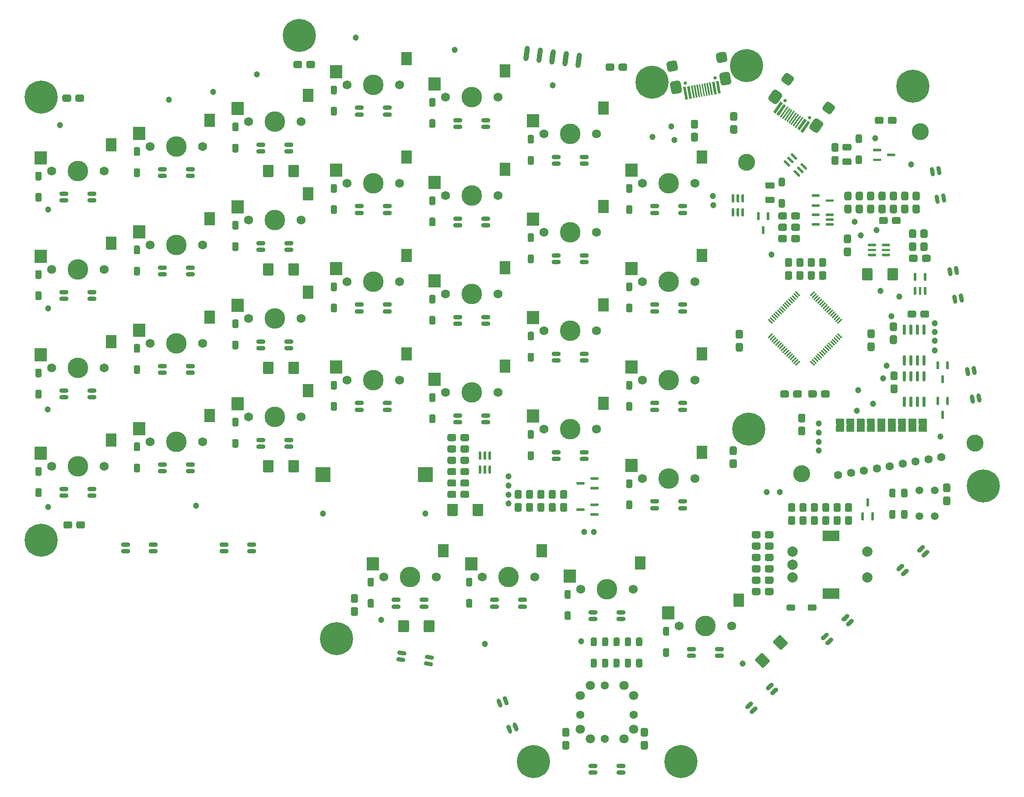
<source format=gbr>
G04 #@! TF.GenerationSoftware,KiCad,Pcbnew,(5.1.9)-1*
G04 #@! TF.CreationDate,2021-04-11T13:56:49+10:00*
G04 #@! TF.ProjectId,Djinn,446a696e-6e2e-46b6-9963-61645f706362,rev?*
G04 #@! TF.SameCoordinates,Original*
G04 #@! TF.FileFunction,Soldermask,Bot*
G04 #@! TF.FilePolarity,Negative*
%FSLAX46Y46*%
G04 Gerber Fmt 4.6, Leading zero omitted, Abs format (unit mm)*
G04 Created by KiCad (PCBNEW (5.1.9)-1) date 2021-04-11 13:56:49*
%MOMM*%
%LPD*%
G01*
G04 APERTURE LIST*
%ADD10C,0.100000*%
%ADD11C,1.200000*%
%ADD12O,1.800000X0.820000*%
%ADD13C,0.152400*%
%ADD14C,0.650000*%
%ADD15R,2.350000X2.500000*%
%ADD16R,2.150000X2.500000*%
%ADD17C,1.750000*%
%ADD18C,3.987800*%
%ADD19C,1.500000*%
%ADD20C,3.300000*%
%ADD21C,1.600000*%
%ADD22C,1.800000*%
%ADD23C,2.000000*%
%ADD24R,3.200000X2.000000*%
%ADD25C,6.400000*%
%ADD26C,0.800000*%
%ADD27R,3.000000X3.000000*%
G04 APERTURE END LIST*
D10*
G36*
X162736300Y-50397733D02*
G01*
X164136300Y-50397733D01*
X164136300Y-47997733D01*
X162736300Y-47997733D01*
X162736300Y-50397733D01*
G37*
X162736300Y-50397733D02*
X164136300Y-50397733D01*
X164136300Y-47997733D01*
X162736300Y-47997733D01*
X162736300Y-50397733D01*
G36*
X160736300Y-50397733D02*
G01*
X162136300Y-50397733D01*
X162136300Y-47997733D01*
X160736300Y-47997733D01*
X160736300Y-50397733D01*
G37*
X160736300Y-50397733D02*
X162136300Y-50397733D01*
X162136300Y-47997733D01*
X160736300Y-47997733D01*
X160736300Y-50397733D01*
G36*
X158736300Y-50397733D02*
G01*
X160136300Y-50397733D01*
X160136300Y-47997733D01*
X158736300Y-47997733D01*
X158736300Y-50397733D01*
G37*
X158736300Y-50397733D02*
X160136300Y-50397733D01*
X160136300Y-47997733D01*
X158736300Y-47997733D01*
X158736300Y-50397733D01*
G36*
X156736300Y-50397733D02*
G01*
X158136300Y-50397733D01*
X158136300Y-47997733D01*
X156736300Y-47997733D01*
X156736300Y-50397733D01*
G37*
X156736300Y-50397733D02*
X158136300Y-50397733D01*
X158136300Y-47997733D01*
X156736300Y-47997733D01*
X156736300Y-50397733D01*
G36*
X154736300Y-50397733D02*
G01*
X156136300Y-50397733D01*
X156136300Y-47997733D01*
X154736300Y-47997733D01*
X154736300Y-50397733D01*
G37*
X154736300Y-50397733D02*
X156136300Y-50397733D01*
X156136300Y-47997733D01*
X154736300Y-47997733D01*
X154736300Y-50397733D01*
G36*
X152736300Y-50397733D02*
G01*
X154136300Y-50397733D01*
X154136300Y-47997733D01*
X152736300Y-47997733D01*
X152736300Y-50397733D01*
G37*
X152736300Y-50397733D02*
X154136300Y-50397733D01*
X154136300Y-47997733D01*
X152736300Y-47997733D01*
X152736300Y-50397733D01*
G36*
X150736300Y-50397733D02*
G01*
X152136300Y-50397733D01*
X152136300Y-47997733D01*
X150736300Y-47997733D01*
X150736300Y-50397733D01*
G37*
X150736300Y-50397733D02*
X152136300Y-50397733D01*
X152136300Y-47997733D01*
X150736300Y-47997733D01*
X150736300Y-50397733D01*
G36*
X148736300Y-50397733D02*
G01*
X150136300Y-50397733D01*
X150136300Y-47997733D01*
X148736300Y-47997733D01*
X148736300Y-50397733D01*
G37*
X148736300Y-50397733D02*
X150136300Y-50397733D01*
X150136300Y-47997733D01*
X148736300Y-47997733D01*
X148736300Y-50397733D01*
G36*
X146736300Y-50397733D02*
G01*
X148136300Y-50397733D01*
X148136300Y-47997733D01*
X146736300Y-47997733D01*
X146736300Y-50397733D01*
G37*
X146736300Y-50397733D02*
X148136300Y-50397733D01*
X148136300Y-47997733D01*
X146736300Y-47997733D01*
X146736300Y-50397733D01*
D11*
X78750000Y-91550000D03*
X154250000Y6300000D03*
X128650000Y-95350000D03*
X22850000Y-64750000D03*
X26150000Y15300000D03*
X83300000Y-59100000D03*
X83300000Y-62650000D03*
X83300000Y-60900000D03*
X97350000Y-91050000D03*
X133300000Y-62200000D03*
X135850000Y-62200000D03*
X134200000Y-16225000D03*
X158925000Y-24325000D03*
X143350000Y-48900000D03*
X165775000Y-34750000D03*
X122900000Y-4800000D03*
X150700000Y-46400000D03*
X122950000Y-6600000D03*
X150950000Y-42450000D03*
X47400000Y-66350000D03*
X155800000Y-40150000D03*
X67200000Y-66350000D03*
X153850000Y-45050000D03*
X156450000Y-37700000D03*
X166900000Y-51400000D03*
X58650000Y-86900000D03*
X-5750001Y-65050000D03*
X83300000Y-64350000D03*
X-5800000Y-46150000D03*
X99850000Y-69899999D03*
X-5750000Y-26600000D03*
X98000000Y-69900000D03*
X-5750000Y-7450000D03*
X111200000Y6550000D03*
X161250000Y1250000D03*
X91850000Y16600000D03*
X72900000Y23450000D03*
X53800001Y25850000D03*
X154550000Y-11450000D03*
X34600000Y18700000D03*
X150250000Y-9800000D03*
X17650000Y13750000D03*
X-3450000Y8850000D03*
X143350000Y-50650000D03*
X143350000Y-52400000D03*
X151500000Y-12500000D03*
X143350000Y-54150000D03*
X157400000Y-28100000D03*
X165775000Y-32850000D03*
X155300000Y-23200000D03*
X165775000Y-31150000D03*
X115400000Y6000000D03*
X165775000Y-29450000D03*
X114850000Y8650000D03*
D12*
X9206000Y-72298000D03*
X9206000Y-73578000D03*
X14606000Y-73578000D03*
X14606000Y-72298000D03*
X28256000Y-72298000D03*
X28256000Y-73578000D03*
X33656000Y-73578000D03*
X33656000Y-72298000D03*
G36*
G01*
X63574294Y-93444419D02*
X63574245Y-93444744D01*
G75*
G02*
X63106670Y-93787635I-405233J62342D01*
G01*
X62138066Y-93638621D01*
G75*
G02*
X61795175Y-93171046I62342J405233D01*
G01*
X61795175Y-93171046D01*
G75*
G02*
X62262750Y-92828155I405233J-62342D01*
G01*
X63231354Y-92977169D01*
G75*
G02*
X63574245Y-93444744I-62342J-405233D01*
G01*
G37*
G36*
G01*
X63379664Y-94709535D02*
X63379615Y-94709860D01*
G75*
G02*
X62912040Y-95052751I-405233J62342D01*
G01*
X61943436Y-94903737D01*
G75*
G02*
X61600545Y-94436162I62342J405233D01*
G01*
X61600545Y-94436162D01*
G75*
G02*
X62068120Y-94093271I405233J-62342D01*
G01*
X63036724Y-94242285D01*
G75*
G02*
X63379615Y-94709860I-62342J-405233D01*
G01*
G37*
G36*
G01*
X68716874Y-95530629D02*
X68716825Y-95530954D01*
G75*
G02*
X68249250Y-95873845I-405233J62342D01*
G01*
X67280646Y-95724831D01*
G75*
G02*
X66937755Y-95257256I62342J405233D01*
G01*
X66937755Y-95257256D01*
G75*
G02*
X67405330Y-94914365I405233J-62342D01*
G01*
X68373934Y-95063379D01*
G75*
G02*
X68716825Y-95530954I-62342J-405233D01*
G01*
G37*
G36*
G01*
X68911504Y-94265513D02*
X68911455Y-94265838D01*
G75*
G02*
X68443880Y-94608729I-405233J62342D01*
G01*
X67475276Y-94459715D01*
G75*
G02*
X67132385Y-93992140I62342J405233D01*
G01*
X67132385Y-93992140D01*
G75*
G02*
X67599960Y-93649249I405233J-62342D01*
G01*
X68568564Y-93798263D01*
G75*
G02*
X68911455Y-94265838I-62342J-405233D01*
G01*
G37*
G36*
G01*
X83097525Y-103391777D02*
X83097230Y-103391888D01*
G75*
G02*
X82569375Y-103151953I-143960J383895D01*
G01*
X82225275Y-102234351D01*
G75*
G02*
X82465210Y-101706496I383895J143960D01*
G01*
X82465210Y-101706496D01*
G75*
G02*
X82993065Y-101946431I143960J-383895D01*
G01*
X83337165Y-102864033D01*
G75*
G02*
X83097230Y-103391888I-383895J-143960D01*
G01*
G37*
G36*
G01*
X81899023Y-103841214D02*
X81898728Y-103841325D01*
G75*
G02*
X81370873Y-103601390I-143960J383895D01*
G01*
X81026773Y-102683788D01*
G75*
G02*
X81266708Y-102155933I383895J143960D01*
G01*
X81266708Y-102155933D01*
G75*
G02*
X81794563Y-102395868I143960J-383895D01*
G01*
X82138663Y-103313470D01*
G75*
G02*
X81898728Y-103841325I-383895J-143960D01*
G01*
G37*
G36*
G01*
X83795085Y-108897393D02*
X83794790Y-108897504D01*
G75*
G02*
X83266935Y-108657569I-143960J383895D01*
G01*
X82922835Y-107739967D01*
G75*
G02*
X83162770Y-107212112I383895J143960D01*
G01*
X83162770Y-107212112D01*
G75*
G02*
X83690625Y-107452047I143960J-383895D01*
G01*
X84034725Y-108369649D01*
G75*
G02*
X83794790Y-108897504I-383895J-143960D01*
G01*
G37*
G36*
G01*
X84993587Y-108447956D02*
X84993292Y-108448067D01*
G75*
G02*
X84465437Y-108208132I-143960J383895D01*
G01*
X84121337Y-107290530D01*
G75*
G02*
X84361272Y-106762675I383895J143960D01*
G01*
X84361272Y-106762675D01*
G75*
G02*
X84889127Y-107002610I143960J-383895D01*
G01*
X85233227Y-107920212D01*
G75*
G02*
X84993292Y-108448067I-383895J-143960D01*
G01*
G37*
X99694000Y-115160000D03*
X99694000Y-116440000D03*
X105094000Y-116440000D03*
X105094000Y-115160000D03*
G36*
G01*
X130554662Y-102821537D02*
X130554464Y-102821320D01*
G75*
G02*
X130527565Y-103400523I-303051J-276152D01*
G01*
X129803199Y-104060593D01*
G75*
G02*
X129223996Y-104033694I-276152J303051D01*
G01*
X129223996Y-104033694D01*
G75*
G02*
X129250895Y-103454491I303051J276152D01*
G01*
X129975261Y-102794421D01*
G75*
G02*
X130554464Y-102821320I276152J-303051D01*
G01*
G37*
G36*
G01*
X131416795Y-103767648D02*
X131416597Y-103767431D01*
G75*
G02*
X131389698Y-104346634I-303051J-276152D01*
G01*
X130665332Y-105006704D01*
G75*
G02*
X130086129Y-104979805I-276152J303051D01*
G01*
X130086129Y-104979805D01*
G75*
G02*
X130113028Y-104400602I303051J276152D01*
G01*
X130837394Y-103740532D01*
G75*
G02*
X131416597Y-103767431I276152J-303051D01*
G01*
G37*
G36*
G01*
X135408202Y-100130523D02*
X135408004Y-100130306D01*
G75*
G02*
X135381105Y-100709509I-303051J-276152D01*
G01*
X134656739Y-101369579D01*
G75*
G02*
X134077536Y-101342680I-276152J303051D01*
G01*
X134077536Y-101342680D01*
G75*
G02*
X134104435Y-100763477I303051J276152D01*
G01*
X134828801Y-100103407D01*
G75*
G02*
X135408004Y-100130306I276152J-303051D01*
G01*
G37*
G36*
G01*
X134546069Y-99184412D02*
X134545871Y-99184195D01*
G75*
G02*
X134518972Y-99763398I-303051J-276152D01*
G01*
X133794606Y-100423468D01*
G75*
G02*
X133215403Y-100396569I-276152J303051D01*
G01*
X133215403Y-100396569D01*
G75*
G02*
X133242302Y-99817366I303051J276152D01*
G01*
X133966668Y-99157296D01*
G75*
G02*
X134545871Y-99184195I276152J-303051D01*
G01*
G37*
G36*
G01*
X145178662Y-89495537D02*
X145178464Y-89495320D01*
G75*
G02*
X145151565Y-90074523I-303051J-276152D01*
G01*
X144427199Y-90734593D01*
G75*
G02*
X143847996Y-90707694I-276152J303051D01*
G01*
X143847996Y-90707694D01*
G75*
G02*
X143874895Y-90128491I303051J276152D01*
G01*
X144599261Y-89468421D01*
G75*
G02*
X145178464Y-89495320I276152J-303051D01*
G01*
G37*
G36*
G01*
X146040795Y-90441648D02*
X146040597Y-90441431D01*
G75*
G02*
X146013698Y-91020634I-303051J-276152D01*
G01*
X145289332Y-91680704D01*
G75*
G02*
X144710129Y-91653805I-276152J303051D01*
G01*
X144710129Y-91653805D01*
G75*
G02*
X144737028Y-91074602I303051J276152D01*
G01*
X145461394Y-90414532D01*
G75*
G02*
X146040597Y-90441431I276152J-303051D01*
G01*
G37*
G36*
G01*
X150032202Y-86804523D02*
X150032004Y-86804306D01*
G75*
G02*
X150005105Y-87383509I-303051J-276152D01*
G01*
X149280739Y-88043579D01*
G75*
G02*
X148701536Y-88016680I-276152J303051D01*
G01*
X148701536Y-88016680D01*
G75*
G02*
X148728435Y-87437477I303051J276152D01*
G01*
X149452801Y-86777407D01*
G75*
G02*
X150032004Y-86804306I276152J-303051D01*
G01*
G37*
G36*
G01*
X149170069Y-85858412D02*
X149169871Y-85858195D01*
G75*
G02*
X149142972Y-86437398I-303051J-276152D01*
G01*
X148418606Y-87097468D01*
G75*
G02*
X147839403Y-87070569I-276152J303051D01*
G01*
X147839403Y-87070569D01*
G75*
G02*
X147866302Y-86491366I303051J276152D01*
G01*
X148590668Y-85831296D01*
G75*
G02*
X149169871Y-85858195I276152J-303051D01*
G01*
G37*
G36*
G01*
X159802662Y-76169537D02*
X159802464Y-76169320D01*
G75*
G02*
X159775565Y-76748523I-303051J-276152D01*
G01*
X159051199Y-77408593D01*
G75*
G02*
X158471996Y-77381694I-276152J303051D01*
G01*
X158471996Y-77381694D01*
G75*
G02*
X158498895Y-76802491I303051J276152D01*
G01*
X159223261Y-76142421D01*
G75*
G02*
X159802464Y-76169320I276152J-303051D01*
G01*
G37*
G36*
G01*
X160664795Y-77115648D02*
X160664597Y-77115431D01*
G75*
G02*
X160637698Y-77694634I-303051J-276152D01*
G01*
X159913332Y-78354704D01*
G75*
G02*
X159334129Y-78327805I-276152J303051D01*
G01*
X159334129Y-78327805D01*
G75*
G02*
X159361028Y-77748602I303051J276152D01*
G01*
X160085394Y-77088532D01*
G75*
G02*
X160664597Y-77115431I276152J-303051D01*
G01*
G37*
G36*
G01*
X164656202Y-73478523D02*
X164656004Y-73478306D01*
G75*
G02*
X164629105Y-74057509I-303051J-276152D01*
G01*
X163904739Y-74717579D01*
G75*
G02*
X163325536Y-74690680I-276152J303051D01*
G01*
X163325536Y-74690680D01*
G75*
G02*
X163352435Y-74111477I303051J276152D01*
G01*
X164076801Y-73451407D01*
G75*
G02*
X164656004Y-73478306I276152J-303051D01*
G01*
G37*
G36*
G01*
X163794069Y-72532412D02*
X163793871Y-72532195D01*
G75*
G02*
X163766972Y-73111398I-303051J-276152D01*
G01*
X163042606Y-73771468D01*
G75*
G02*
X162463403Y-73744569I-276152J303051D01*
G01*
X162463403Y-73744569D01*
G75*
G02*
X162490302Y-73165366I303051J276152D01*
G01*
X163214668Y-72505296D01*
G75*
G02*
X163793871Y-72532195I276152J-303051D01*
G01*
G37*
G36*
G01*
X172926289Y-43270789D02*
X172926289Y-43270789D01*
G75*
G02*
X173401256Y-43603364I71196J-403771D01*
G01*
X173571432Y-44568476D01*
G75*
G02*
X173238857Y-45043443I-403771J-71196D01*
G01*
X173238857Y-45043443D01*
G75*
G02*
X172763890Y-44710868I-71196J403771D01*
G01*
X172593714Y-43745756D01*
G75*
G02*
X172926289Y-43270789I403771J71196D01*
G01*
G37*
G36*
G01*
X174186843Y-43048519D02*
X174186843Y-43048519D01*
G75*
G02*
X174661810Y-43381094I71196J-403771D01*
G01*
X174831986Y-44346206D01*
G75*
G02*
X174499411Y-44821173I-403771J-71196D01*
G01*
X174499411Y-44821173D01*
G75*
G02*
X174024444Y-44488598I-71196J403771D01*
G01*
X173854268Y-43523486D01*
G75*
G02*
X174186843Y-43048519I403771J71196D01*
G01*
G37*
G36*
G01*
X173249143Y-37730557D02*
X173249143Y-37730557D01*
G75*
G02*
X173724110Y-38063132I71196J-403771D01*
G01*
X173894286Y-39028244D01*
G75*
G02*
X173561711Y-39503211I-403771J-71196D01*
G01*
X173561711Y-39503211D01*
G75*
G02*
X173086744Y-39170636I-71196J403771D01*
G01*
X172916568Y-38205524D01*
G75*
G02*
X173249143Y-37730557I403771J71196D01*
G01*
G37*
G36*
G01*
X171988589Y-37952827D02*
X171988589Y-37952827D01*
G75*
G02*
X172463556Y-38285402I71196J-403771D01*
G01*
X172633732Y-39250514D01*
G75*
G02*
X172301157Y-39725481I-403771J-71196D01*
G01*
X172301157Y-39725481D01*
G75*
G02*
X171826190Y-39392906I-71196J403771D01*
G01*
X171656014Y-38427794D01*
G75*
G02*
X171988589Y-37952827I403771J71196D01*
G01*
G37*
G36*
G01*
X169514289Y-23924789D02*
X169514289Y-23924789D01*
G75*
G02*
X169989256Y-24257364I71196J-403771D01*
G01*
X170159432Y-25222476D01*
G75*
G02*
X169826857Y-25697443I-403771J-71196D01*
G01*
X169826857Y-25697443D01*
G75*
G02*
X169351890Y-25364868I-71196J403771D01*
G01*
X169181714Y-24399756D01*
G75*
G02*
X169514289Y-23924789I403771J71196D01*
G01*
G37*
G36*
G01*
X170774843Y-23702519D02*
X170774843Y-23702519D01*
G75*
G02*
X171249810Y-24035094I71196J-403771D01*
G01*
X171419986Y-25000206D01*
G75*
G02*
X171087411Y-25475173I-403771J-71196D01*
G01*
X171087411Y-25475173D01*
G75*
G02*
X170612444Y-25142598I-71196J403771D01*
G01*
X170442268Y-24177486D01*
G75*
G02*
X170774843Y-23702519I403771J71196D01*
G01*
G37*
G36*
G01*
X169837143Y-18384557D02*
X169837143Y-18384557D01*
G75*
G02*
X170312110Y-18717132I71196J-403771D01*
G01*
X170482286Y-19682244D01*
G75*
G02*
X170149711Y-20157211I-403771J-71196D01*
G01*
X170149711Y-20157211D01*
G75*
G02*
X169674744Y-19824636I-71196J403771D01*
G01*
X169504568Y-18859524D01*
G75*
G02*
X169837143Y-18384557I403771J71196D01*
G01*
G37*
G36*
G01*
X168576589Y-18606827D02*
X168576589Y-18606827D01*
G75*
G02*
X169051556Y-18939402I71196J-403771D01*
G01*
X169221732Y-19904514D01*
G75*
G02*
X168889157Y-20379481I-403771J-71196D01*
G01*
X168889157Y-20379481D01*
G75*
G02*
X168414190Y-20046906I-71196J403771D01*
G01*
X168244014Y-19081794D01*
G75*
G02*
X168576589Y-18606827I403771J71196D01*
G01*
G37*
G36*
G01*
X166103289Y-4577789D02*
X166103289Y-4577789D01*
G75*
G02*
X166578256Y-4910364I71196J-403771D01*
G01*
X166748432Y-5875476D01*
G75*
G02*
X166415857Y-6350443I-403771J-71196D01*
G01*
X166415857Y-6350443D01*
G75*
G02*
X165940890Y-6017868I-71196J403771D01*
G01*
X165770714Y-5052756D01*
G75*
G02*
X166103289Y-4577789I403771J71196D01*
G01*
G37*
G36*
G01*
X167363843Y-4355519D02*
X167363843Y-4355519D01*
G75*
G02*
X167838810Y-4688094I71196J-403771D01*
G01*
X168008986Y-5653206D01*
G75*
G02*
X167676411Y-6128173I-403771J-71196D01*
G01*
X167676411Y-6128173D01*
G75*
G02*
X167201444Y-5795598I-71196J403771D01*
G01*
X167031268Y-4830486D01*
G75*
G02*
X167363843Y-4355519I403771J71196D01*
G01*
G37*
G36*
G01*
X166426143Y962443D02*
X166426143Y962443D01*
G75*
G02*
X166901110Y629868I71196J-403771D01*
G01*
X167071286Y-335244D01*
G75*
G02*
X166738711Y-810211I-403771J-71196D01*
G01*
X166738711Y-810211D01*
G75*
G02*
X166263744Y-477636I-71196J403771D01*
G01*
X166093568Y487476D01*
G75*
G02*
X166426143Y962443I403771J71196D01*
G01*
G37*
G36*
G01*
X165165589Y740173D02*
X165165589Y740173D01*
G75*
G02*
X165640556Y407598I71196J-403771D01*
G01*
X165810732Y-557514D01*
G75*
G02*
X165478157Y-1032481I-403771J-71196D01*
G01*
X165478157Y-1032481D01*
G75*
G02*
X165003190Y-699906I-71196J403771D01*
G01*
X164833014Y265206D01*
G75*
G02*
X165165589Y740173I403771J71196D01*
G01*
G37*
X118744000Y-92546000D03*
X118744000Y-93826000D03*
X124144000Y-93826000D03*
X124144000Y-92546000D03*
X99694000Y-85403000D03*
X99694000Y-86683000D03*
X105094000Y-86683000D03*
X105094000Y-85403000D03*
X80644000Y-83021000D03*
X80644000Y-84301000D03*
X86044000Y-84301000D03*
X86044000Y-83021000D03*
X61594000Y-83021000D03*
X61594000Y-84301000D03*
X66994000Y-84301000D03*
X66994000Y-83021000D03*
X111600000Y-63971000D03*
X111600000Y-65251000D03*
X117000000Y-65251000D03*
X117000000Y-63971000D03*
X92550000Y-54446000D03*
X92550000Y-55726000D03*
X97950000Y-55726000D03*
X97950000Y-54446000D03*
X73500000Y-47303000D03*
X73500000Y-48583000D03*
X78900000Y-48583000D03*
X78900000Y-47303000D03*
X54450000Y-44921000D03*
X54450000Y-46201000D03*
X59850000Y-46201000D03*
X59850000Y-44921000D03*
X35400000Y-52065000D03*
X35400000Y-53345000D03*
X40800000Y-53345000D03*
X40800000Y-52065000D03*
X16350000Y-56828000D03*
X16350000Y-58108000D03*
X21750000Y-58108000D03*
X21750000Y-56828000D03*
X-2700000Y-61590000D03*
X-2700000Y-62870000D03*
X2700000Y-62870000D03*
X2700000Y-61590000D03*
X111600000Y-44921000D03*
X111600000Y-46201000D03*
X117000000Y-46201000D03*
X117000000Y-44921000D03*
X92550000Y-35396000D03*
X92550000Y-36676000D03*
X97950000Y-36676000D03*
X97950000Y-35396000D03*
X73500000Y-28252000D03*
X73500000Y-29532000D03*
X78900000Y-29532000D03*
X78900000Y-28252000D03*
X54450000Y-25871000D03*
X54450000Y-27151000D03*
X59850000Y-27151000D03*
X59850000Y-25871000D03*
X35400000Y-33015000D03*
X35400000Y-34295000D03*
X40800000Y-34295000D03*
X40800000Y-33015000D03*
X16350000Y-37777000D03*
X16350000Y-39057000D03*
X21750000Y-39057000D03*
X21750000Y-37777000D03*
X-2700000Y-42540000D03*
X-2700000Y-43820000D03*
X2700000Y-43820000D03*
X2700000Y-42540000D03*
X111600000Y-25871000D03*
X111600000Y-27151000D03*
X117000000Y-27151000D03*
X117000000Y-25871000D03*
X92550000Y-16346000D03*
X92550000Y-17626000D03*
X97950000Y-17626000D03*
X97950000Y-16346000D03*
X73500000Y-9203000D03*
X73500000Y-10483000D03*
X78900000Y-10483000D03*
X78900000Y-9203000D03*
X54450000Y-6821000D03*
X54450000Y-8101000D03*
X59850000Y-8101000D03*
X59850000Y-6821000D03*
X35400000Y-13965000D03*
X35400000Y-15245000D03*
X40800000Y-15245000D03*
X40800000Y-13965000D03*
X16350000Y-18727000D03*
X16350000Y-20007000D03*
X21750000Y-20007000D03*
X21750000Y-18727000D03*
X-2700000Y-23490000D03*
X-2700000Y-24770000D03*
X2700000Y-24770000D03*
X2700000Y-23490000D03*
X111600000Y-6821000D03*
X111600000Y-8101000D03*
X117000000Y-8101000D03*
X117000000Y-6821000D03*
X92550000Y2704000D03*
X92550000Y1424000D03*
X97950000Y1424000D03*
X97950000Y2704000D03*
X73500000Y9848000D03*
X73500000Y8568000D03*
X78900000Y8568000D03*
X78900000Y9848000D03*
X54450000Y12229000D03*
X54450000Y10949000D03*
X59850000Y10949000D03*
X59850000Y12229000D03*
X35400000Y5085000D03*
X35400000Y3805000D03*
X40800000Y3805000D03*
X40800000Y5085000D03*
X16350000Y323000D03*
X16350000Y-957000D03*
X21750000Y-957000D03*
X21750000Y323000D03*
X-2700000Y-4440000D03*
X-2700000Y-5720000D03*
X2700000Y-5720000D03*
X2700000Y-4440000D03*
G36*
G01*
X161876250Y-19720000D02*
X162123750Y-19720000D01*
G75*
G02*
X162247500Y-19843750I0J-123750D01*
G01*
X162247500Y-21156250D01*
G75*
G02*
X162123750Y-21280000I-123750J0D01*
G01*
X161876250Y-21280000D01*
G75*
G02*
X161752500Y-21156250I0J123750D01*
G01*
X161752500Y-19843750D01*
G75*
G02*
X161876250Y-19720000I123750J0D01*
G01*
G37*
G36*
G01*
X163776250Y-19720000D02*
X164023750Y-19720000D01*
G75*
G02*
X164147500Y-19843750I0J-123750D01*
G01*
X164147500Y-21156250D01*
G75*
G02*
X164023750Y-21280000I-123750J0D01*
G01*
X163776250Y-21280000D01*
G75*
G02*
X163652500Y-21156250I0J123750D01*
G01*
X163652500Y-19843750D01*
G75*
G02*
X163776250Y-19720000I123750J0D01*
G01*
G37*
G36*
G01*
X161876250Y-22420000D02*
X162123750Y-22420000D01*
G75*
G02*
X162247500Y-22543750I0J-123750D01*
G01*
X162247500Y-23856250D01*
G75*
G02*
X162123750Y-23980000I-123750J0D01*
G01*
X161876250Y-23980000D01*
G75*
G02*
X161752500Y-23856250I0J123750D01*
G01*
X161752500Y-22543750D01*
G75*
G02*
X161876250Y-22420000I123750J0D01*
G01*
G37*
G36*
G01*
X162826250Y-22420000D02*
X163073750Y-22420000D01*
G75*
G02*
X163197500Y-22543750I0J-123750D01*
G01*
X163197500Y-23856250D01*
G75*
G02*
X163073750Y-23980000I-123750J0D01*
G01*
X162826250Y-23980000D01*
G75*
G02*
X162702500Y-23856250I0J123750D01*
G01*
X162702500Y-22543750D01*
G75*
G02*
X162826250Y-22420000I123750J0D01*
G01*
G37*
G36*
G01*
X163776250Y-22420000D02*
X164023750Y-22420000D01*
G75*
G02*
X164147500Y-22543750I0J-123750D01*
G01*
X164147500Y-23856250D01*
G75*
G02*
X164023750Y-23980000I-123750J0D01*
G01*
X163776250Y-23980000D01*
G75*
G02*
X163652500Y-23856250I0J123750D01*
G01*
X163652500Y-22543750D01*
G75*
G02*
X163776250Y-22420000I123750J0D01*
G01*
G37*
G36*
G01*
X141995000Y-10498750D02*
X141995000Y-10251250D01*
G75*
G02*
X142118750Y-10127500I123750J0D01*
G01*
X143431250Y-10127500D01*
G75*
G02*
X143555000Y-10251250I0J-123750D01*
G01*
X143555000Y-10498750D01*
G75*
G02*
X143431250Y-10622500I-123750J0D01*
G01*
X142118750Y-10622500D01*
G75*
G02*
X141995000Y-10498750I0J123750D01*
G01*
G37*
G36*
G01*
X141995000Y-8598750D02*
X141995000Y-8351250D01*
G75*
G02*
X142118750Y-8227500I123750J0D01*
G01*
X143431250Y-8227500D01*
G75*
G02*
X143555000Y-8351250I0J-123750D01*
G01*
X143555000Y-8598750D01*
G75*
G02*
X143431250Y-8722500I-123750J0D01*
G01*
X142118750Y-8722500D01*
G75*
G02*
X141995000Y-8598750I0J123750D01*
G01*
G37*
G36*
G01*
X144695000Y-10498750D02*
X144695000Y-10251250D01*
G75*
G02*
X144818750Y-10127500I123750J0D01*
G01*
X146131250Y-10127500D01*
G75*
G02*
X146255000Y-10251250I0J-123750D01*
G01*
X146255000Y-10498750D01*
G75*
G02*
X146131250Y-10622500I-123750J0D01*
G01*
X144818750Y-10622500D01*
G75*
G02*
X144695000Y-10498750I0J123750D01*
G01*
G37*
G36*
G01*
X144695000Y-9548750D02*
X144695000Y-9301250D01*
G75*
G02*
X144818750Y-9177500I123750J0D01*
G01*
X146131250Y-9177500D01*
G75*
G02*
X146255000Y-9301250I0J-123750D01*
G01*
X146255000Y-9548750D01*
G75*
G02*
X146131250Y-9672500I-123750J0D01*
G01*
X144818750Y-9672500D01*
G75*
G02*
X144695000Y-9548750I0J123750D01*
G01*
G37*
G36*
G01*
X144695000Y-8598750D02*
X144695000Y-8351250D01*
G75*
G02*
X144818750Y-8227500I123750J0D01*
G01*
X146131250Y-8227500D01*
G75*
G02*
X146255000Y-8351250I0J-123750D01*
G01*
X146255000Y-8598750D01*
G75*
G02*
X146131250Y-8722500I-123750J0D01*
G01*
X144818750Y-8722500D01*
G75*
G02*
X144695000Y-8598750I0J123750D01*
G01*
G37*
G36*
G01*
X96470000Y-60573750D02*
X96470000Y-60326250D01*
G75*
G02*
X96593750Y-60202500I123750J0D01*
G01*
X97906250Y-60202500D01*
G75*
G02*
X98030000Y-60326250I0J-123750D01*
G01*
X98030000Y-60573750D01*
G75*
G02*
X97906250Y-60697500I-123750J0D01*
G01*
X96593750Y-60697500D01*
G75*
G02*
X96470000Y-60573750I0J123750D01*
G01*
G37*
G36*
G01*
X99170000Y-61523750D02*
X99170000Y-61276250D01*
G75*
G02*
X99293750Y-61152500I123750J0D01*
G01*
X100606250Y-61152500D01*
G75*
G02*
X100730000Y-61276250I0J-123750D01*
G01*
X100730000Y-61523750D01*
G75*
G02*
X100606250Y-61647500I-123750J0D01*
G01*
X99293750Y-61647500D01*
G75*
G02*
X99170000Y-61523750I0J123750D01*
G01*
G37*
G36*
G01*
X99170000Y-59623750D02*
X99170000Y-59376250D01*
G75*
G02*
X99293750Y-59252500I123750J0D01*
G01*
X100606250Y-59252500D01*
G75*
G02*
X100730000Y-59376250I0J-123750D01*
G01*
X100730000Y-59623750D01*
G75*
G02*
X100606250Y-59747500I-123750J0D01*
G01*
X99293750Y-59747500D01*
G75*
G02*
X99170000Y-59623750I0J123750D01*
G01*
G37*
G36*
G01*
X96470000Y-65673751D02*
X96470000Y-65426251D01*
G75*
G02*
X96593750Y-65302501I123750J0D01*
G01*
X97906250Y-65302501D01*
G75*
G02*
X98030000Y-65426251I0J-123750D01*
G01*
X98030000Y-65673751D01*
G75*
G02*
X97906250Y-65797501I-123750J0D01*
G01*
X96593750Y-65797501D01*
G75*
G02*
X96470000Y-65673751I0J123750D01*
G01*
G37*
G36*
G01*
X99170000Y-66623751D02*
X99170000Y-66376251D01*
G75*
G02*
X99293750Y-66252501I123750J0D01*
G01*
X100606250Y-66252501D01*
G75*
G02*
X100730000Y-66376251I0J-123750D01*
G01*
X100730000Y-66623751D01*
G75*
G02*
X100606250Y-66747501I-123750J0D01*
G01*
X99293750Y-66747501D01*
G75*
G02*
X99170000Y-66623751I0J123750D01*
G01*
G37*
G36*
G01*
X99170000Y-64723751D02*
X99170000Y-64476251D01*
G75*
G02*
X99293750Y-64352501I123750J0D01*
G01*
X100606250Y-64352501D01*
G75*
G02*
X100730000Y-64476251I0J-123750D01*
G01*
X100730000Y-64723751D01*
G75*
G02*
X100606250Y-64847501I-123750J0D01*
G01*
X99293750Y-64847501D01*
G75*
G02*
X99170000Y-64723751I0J123750D01*
G01*
G37*
G36*
G01*
X146255000Y-5601250D02*
X146255000Y-5848750D01*
G75*
G02*
X146131250Y-5972500I-123750J0D01*
G01*
X144818750Y-5972500D01*
G75*
G02*
X144695000Y-5848750I0J123750D01*
G01*
X144695000Y-5601250D01*
G75*
G02*
X144818750Y-5477500I123750J0D01*
G01*
X146131250Y-5477500D01*
G75*
G02*
X146255000Y-5601250I0J-123750D01*
G01*
G37*
G36*
G01*
X143555000Y-4651250D02*
X143555000Y-4898750D01*
G75*
G02*
X143431250Y-5022500I-123750J0D01*
G01*
X142118750Y-5022500D01*
G75*
G02*
X141995000Y-4898750I0J123750D01*
G01*
X141995000Y-4651250D01*
G75*
G02*
X142118750Y-4527500I123750J0D01*
G01*
X143431250Y-4527500D01*
G75*
G02*
X143555000Y-4651250I0J-123750D01*
G01*
G37*
G36*
G01*
X143555000Y-6551250D02*
X143555000Y-6798750D01*
G75*
G02*
X143431250Y-6922500I-123750J0D01*
G01*
X142118750Y-6922500D01*
G75*
G02*
X141995000Y-6798750I0J123750D01*
G01*
X141995000Y-6551250D01*
G75*
G02*
X142118750Y-6427500I123750J0D01*
G01*
X143431250Y-6427500D01*
G75*
G02*
X143555000Y-6551250I0J-123750D01*
G01*
G37*
G36*
G01*
X132723750Y-12230000D02*
X132476250Y-12230000D01*
G75*
G02*
X132352500Y-12106250I0J123750D01*
G01*
X132352500Y-10793750D01*
G75*
G02*
X132476250Y-10670000I123750J0D01*
G01*
X132723750Y-10670000D01*
G75*
G02*
X132847500Y-10793750I0J-123750D01*
G01*
X132847500Y-12106250D01*
G75*
G02*
X132723750Y-12230000I-123750J0D01*
G01*
G37*
G36*
G01*
X133673750Y-9530000D02*
X133426250Y-9530000D01*
G75*
G02*
X133302500Y-9406250I0J123750D01*
G01*
X133302500Y-8093750D01*
G75*
G02*
X133426250Y-7970000I123750J0D01*
G01*
X133673750Y-7970000D01*
G75*
G02*
X133797500Y-8093750I0J-123750D01*
G01*
X133797500Y-9406250D01*
G75*
G02*
X133673750Y-9530000I-123750J0D01*
G01*
G37*
G36*
G01*
X131773750Y-9530000D02*
X131526250Y-9530000D01*
G75*
G02*
X131402500Y-9406250I0J123750D01*
G01*
X131402500Y-8093750D01*
G75*
G02*
X131526250Y-7970000I123750J0D01*
G01*
X131773750Y-7970000D01*
G75*
G02*
X131897500Y-8093750I0J-123750D01*
G01*
X131897500Y-9406250D01*
G75*
G02*
X131773750Y-9530000I-123750J0D01*
G01*
G37*
G36*
G01*
X152676250Y-63370000D02*
X152923750Y-63370000D01*
G75*
G02*
X153047500Y-63493750I0J-123750D01*
G01*
X153047500Y-64806250D01*
G75*
G02*
X152923750Y-64930000I-123750J0D01*
G01*
X152676250Y-64930000D01*
G75*
G02*
X152552500Y-64806250I0J123750D01*
G01*
X152552500Y-63493750D01*
G75*
G02*
X152676250Y-63370000I123750J0D01*
G01*
G37*
G36*
G01*
X151726250Y-66070000D02*
X151973750Y-66070000D01*
G75*
G02*
X152097500Y-66193750I0J-123750D01*
G01*
X152097500Y-67506250D01*
G75*
G02*
X151973750Y-67630000I-123750J0D01*
G01*
X151726250Y-67630000D01*
G75*
G02*
X151602500Y-67506250I0J123750D01*
G01*
X151602500Y-66193750D01*
G75*
G02*
X151726250Y-66070000I123750J0D01*
G01*
G37*
G36*
G01*
X153626250Y-66070000D02*
X153873750Y-66070000D01*
G75*
G02*
X153997500Y-66193750I0J-123750D01*
G01*
X153997500Y-67506250D01*
G75*
G02*
X153873750Y-67630000I-123750J0D01*
G01*
X153626250Y-67630000D01*
G75*
G02*
X153502500Y-67506250I0J123750D01*
G01*
X153502500Y-66193750D01*
G75*
G02*
X153626250Y-66070000I123750J0D01*
G01*
G37*
G36*
G01*
X167448750Y-47980000D02*
X167201250Y-47980000D01*
G75*
G02*
X167077500Y-47856250I0J123750D01*
G01*
X167077500Y-46543750D01*
G75*
G02*
X167201250Y-46420000I123750J0D01*
G01*
X167448750Y-46420000D01*
G75*
G02*
X167572500Y-46543750I0J-123750D01*
G01*
X167572500Y-47856250D01*
G75*
G02*
X167448750Y-47980000I-123750J0D01*
G01*
G37*
G36*
G01*
X168398750Y-45280000D02*
X168151250Y-45280000D01*
G75*
G02*
X168027500Y-45156250I0J123750D01*
G01*
X168027500Y-43843750D01*
G75*
G02*
X168151250Y-43720000I123750J0D01*
G01*
X168398750Y-43720000D01*
G75*
G02*
X168522500Y-43843750I0J-123750D01*
G01*
X168522500Y-45156250D01*
G75*
G02*
X168398750Y-45280000I-123750J0D01*
G01*
G37*
G36*
G01*
X166498750Y-45280000D02*
X166251250Y-45280000D01*
G75*
G02*
X166127500Y-45156250I0J123750D01*
G01*
X166127500Y-43843750D01*
G75*
G02*
X166251250Y-43720000I123750J0D01*
G01*
X166498750Y-43720000D01*
G75*
G02*
X166622500Y-43843750I0J-123750D01*
G01*
X166622500Y-45156250D01*
G75*
G02*
X166498750Y-45280000I-123750J0D01*
G01*
G37*
G36*
G01*
X167448751Y-41105000D02*
X167201251Y-41105000D01*
G75*
G02*
X167077501Y-40981250I0J123750D01*
G01*
X167077501Y-39668750D01*
G75*
G02*
X167201251Y-39545000I123750J0D01*
G01*
X167448751Y-39545000D01*
G75*
G02*
X167572501Y-39668750I0J-123750D01*
G01*
X167572501Y-40981250D01*
G75*
G02*
X167448751Y-41105000I-123750J0D01*
G01*
G37*
G36*
G01*
X168398751Y-38405000D02*
X168151251Y-38405000D01*
G75*
G02*
X168027501Y-38281250I0J123750D01*
G01*
X168027501Y-36968750D01*
G75*
G02*
X168151251Y-36845000I123750J0D01*
G01*
X168398751Y-36845000D01*
G75*
G02*
X168522501Y-36968750I0J-123750D01*
G01*
X168522501Y-38281250D01*
G75*
G02*
X168398751Y-38405000I-123750J0D01*
G01*
G37*
G36*
G01*
X166498751Y-38405000D02*
X166251251Y-38405000D01*
G75*
G02*
X166127501Y-38281250I0J123750D01*
G01*
X166127501Y-36968750D01*
G75*
G02*
X166251251Y-36845000I123750J0D01*
G01*
X166498751Y-36845000D01*
G75*
G02*
X166622501Y-36968750I0J-123750D01*
G01*
X166622501Y-38281250D01*
G75*
G02*
X166498751Y-38405000I-123750J0D01*
G01*
G37*
G36*
G01*
X158130000Y3223750D02*
X158130000Y2976250D01*
G75*
G02*
X158006250Y2852500I-123750J0D01*
G01*
X156693750Y2852500D01*
G75*
G02*
X156570000Y2976250I0J123750D01*
G01*
X156570000Y3223750D01*
G75*
G02*
X156693750Y3347500I123750J0D01*
G01*
X158006250Y3347500D01*
G75*
G02*
X158130000Y3223750I0J-123750D01*
G01*
G37*
G36*
G01*
X155430000Y4173750D02*
X155430000Y3926250D01*
G75*
G02*
X155306250Y3802500I-123750J0D01*
G01*
X153993750Y3802500D01*
G75*
G02*
X153870000Y3926250I0J123750D01*
G01*
X153870000Y4173750D01*
G75*
G02*
X153993750Y4297500I123750J0D01*
G01*
X155306250Y4297500D01*
G75*
G02*
X155430000Y4173750I0J-123750D01*
G01*
G37*
G36*
G01*
X155430000Y2273750D02*
X155430000Y2026250D01*
G75*
G02*
X155306250Y1902500I-123750J0D01*
G01*
X153993750Y1902500D01*
G75*
G02*
X153870000Y2026250I0J123750D01*
G01*
X153870000Y2273750D01*
G75*
G02*
X153993750Y2397500I123750J0D01*
G01*
X155306250Y2397500D01*
G75*
G02*
X155430000Y2273750I0J-123750D01*
G01*
G37*
G36*
G01*
X136559607Y1921881D02*
X136734616Y2096890D01*
G75*
G02*
X136909624Y2096890I87504J-87504D01*
G01*
X137837701Y1168813D01*
G75*
G02*
X137837701Y993805I-87504J-87504D01*
G01*
X137662692Y818796D01*
G75*
G02*
X137487684Y818796I-87504J87504D01*
G01*
X136559607Y1746873D01*
G75*
G02*
X136559607Y1921881I87504J87504D01*
G01*
G37*
G36*
G01*
X137231359Y2593632D02*
X137406368Y2768641D01*
G75*
G02*
X137581376Y2768641I87504J-87504D01*
G01*
X138509453Y1840564D01*
G75*
G02*
X138509453Y1665556I-87504J-87504D01*
G01*
X138334444Y1490547D01*
G75*
G02*
X138159436Y1490547I-87504J87504D01*
G01*
X137231359Y2418624D01*
G75*
G02*
X137231359Y2593632I87504J87504D01*
G01*
G37*
G36*
G01*
X137903110Y3265384D02*
X138078119Y3440393D01*
G75*
G02*
X138253127Y3440393I87504J-87504D01*
G01*
X139181204Y2512316D01*
G75*
G02*
X139181204Y2337308I-87504J-87504D01*
G01*
X139006195Y2162299D01*
G75*
G02*
X138831187Y2162299I-87504J87504D01*
G01*
X137903110Y3090376D01*
G75*
G02*
X137903110Y3265384I87504J87504D01*
G01*
G37*
G36*
G01*
X138468796Y12692D02*
X138643805Y187701D01*
G75*
G02*
X138818813Y187701I87504J-87504D01*
G01*
X139746890Y-740376D01*
G75*
G02*
X139746890Y-915384I-87504J-87504D01*
G01*
X139571881Y-1090393D01*
G75*
G02*
X139396873Y-1090393I-87504J87504D01*
G01*
X138468796Y-162316D01*
G75*
G02*
X138468796Y12692I87504J87504D01*
G01*
G37*
G36*
G01*
X139140547Y684444D02*
X139315556Y859453D01*
G75*
G02*
X139490564Y859453I87504J-87504D01*
G01*
X140418641Y-68624D01*
G75*
G02*
X140418641Y-243632I-87504J-87504D01*
G01*
X140243632Y-418641D01*
G75*
G02*
X140068624Y-418641I-87504J87504D01*
G01*
X139140547Y509436D01*
G75*
G02*
X139140547Y684444I87504J87504D01*
G01*
G37*
G36*
G01*
X139812299Y1356195D02*
X139987308Y1531204D01*
G75*
G02*
X140162316Y1531204I87504J-87504D01*
G01*
X141090393Y603127D01*
G75*
G02*
X141090393Y428119I-87504J-87504D01*
G01*
X140915384Y253110D01*
G75*
G02*
X140740376Y253110I-87504J87504D01*
G01*
X139812299Y1181187D01*
G75*
G02*
X139812299Y1356195I87504J87504D01*
G01*
G37*
G36*
G01*
X152870000Y-16373750D02*
X152870000Y-16126250D01*
G75*
G02*
X152993750Y-16002500I123750J0D01*
G01*
X154306250Y-16002500D01*
G75*
G02*
X154430000Y-16126250I0J-123750D01*
G01*
X154430000Y-16373750D01*
G75*
G02*
X154306250Y-16497500I-123750J0D01*
G01*
X152993750Y-16497500D01*
G75*
G02*
X152870000Y-16373750I0J123750D01*
G01*
G37*
G36*
G01*
X152870000Y-15423750D02*
X152870000Y-15176250D01*
G75*
G02*
X152993750Y-15052500I123750J0D01*
G01*
X154306250Y-15052500D01*
G75*
G02*
X154430000Y-15176250I0J-123750D01*
G01*
X154430000Y-15423750D01*
G75*
G02*
X154306250Y-15547500I-123750J0D01*
G01*
X152993750Y-15547500D01*
G75*
G02*
X152870000Y-15423750I0J123750D01*
G01*
G37*
G36*
G01*
X152870000Y-14473750D02*
X152870000Y-14226250D01*
G75*
G02*
X152993750Y-14102500I123750J0D01*
G01*
X154306250Y-14102500D01*
G75*
G02*
X154430000Y-14226250I0J-123750D01*
G01*
X154430000Y-14473750D01*
G75*
G02*
X154306250Y-14597500I-123750J0D01*
G01*
X152993750Y-14597500D01*
G75*
G02*
X152870000Y-14473750I0J123750D01*
G01*
G37*
G36*
G01*
X155570000Y-16373750D02*
X155570000Y-16126250D01*
G75*
G02*
X155693750Y-16002500I123750J0D01*
G01*
X157006250Y-16002500D01*
G75*
G02*
X157130000Y-16126250I0J-123750D01*
G01*
X157130000Y-16373750D01*
G75*
G02*
X157006250Y-16497500I-123750J0D01*
G01*
X155693750Y-16497500D01*
G75*
G02*
X155570000Y-16373750I0J123750D01*
G01*
G37*
G36*
G01*
X155570000Y-15423750D02*
X155570000Y-15176250D01*
G75*
G02*
X155693750Y-15052500I123750J0D01*
G01*
X157006250Y-15052500D01*
G75*
G02*
X157130000Y-15176250I0J-123750D01*
G01*
X157130000Y-15423750D01*
G75*
G02*
X157006250Y-15547500I-123750J0D01*
G01*
X155693750Y-15547500D01*
G75*
G02*
X155570000Y-15423750I0J123750D01*
G01*
G37*
G36*
G01*
X155570000Y-14473750D02*
X155570000Y-14226250D01*
G75*
G02*
X155693750Y-14102500I123750J0D01*
G01*
X157006250Y-14102500D01*
G75*
G02*
X157130000Y-14226250I0J-123750D01*
G01*
X157130000Y-14473750D01*
G75*
G02*
X157006250Y-14597500I-123750J0D01*
G01*
X155693750Y-14597500D01*
G75*
G02*
X155570000Y-14473750I0J123750D01*
G01*
G37*
G36*
G01*
X77676250Y-54320000D02*
X77923750Y-54320000D01*
G75*
G02*
X78047500Y-54443750I0J-123750D01*
G01*
X78047500Y-55756250D01*
G75*
G02*
X77923750Y-55880000I-123750J0D01*
G01*
X77676250Y-55880000D01*
G75*
G02*
X77552500Y-55756250I0J123750D01*
G01*
X77552500Y-54443750D01*
G75*
G02*
X77676250Y-54320000I123750J0D01*
G01*
G37*
G36*
G01*
X78626250Y-54320000D02*
X78873750Y-54320000D01*
G75*
G02*
X78997500Y-54443750I0J-123750D01*
G01*
X78997500Y-55756250D01*
G75*
G02*
X78873750Y-55880000I-123750J0D01*
G01*
X78626250Y-55880000D01*
G75*
G02*
X78502500Y-55756250I0J123750D01*
G01*
X78502500Y-54443750D01*
G75*
G02*
X78626250Y-54320000I123750J0D01*
G01*
G37*
G36*
G01*
X79576250Y-54320000D02*
X79823750Y-54320000D01*
G75*
G02*
X79947500Y-54443750I0J-123750D01*
G01*
X79947500Y-55756250D01*
G75*
G02*
X79823750Y-55880000I-123750J0D01*
G01*
X79576250Y-55880000D01*
G75*
G02*
X79452500Y-55756250I0J123750D01*
G01*
X79452500Y-54443750D01*
G75*
G02*
X79576250Y-54320000I123750J0D01*
G01*
G37*
G36*
G01*
X77676250Y-57020000D02*
X77923750Y-57020000D01*
G75*
G02*
X78047500Y-57143750I0J-123750D01*
G01*
X78047500Y-58456250D01*
G75*
G02*
X77923750Y-58580000I-123750J0D01*
G01*
X77676250Y-58580000D01*
G75*
G02*
X77552500Y-58456250I0J123750D01*
G01*
X77552500Y-57143750D01*
G75*
G02*
X77676250Y-57020000I123750J0D01*
G01*
G37*
G36*
G01*
X78626250Y-57020000D02*
X78873750Y-57020000D01*
G75*
G02*
X78997500Y-57143750I0J-123750D01*
G01*
X78997500Y-58456250D01*
G75*
G02*
X78873750Y-58580000I-123750J0D01*
G01*
X78626250Y-58580000D01*
G75*
G02*
X78502500Y-58456250I0J123750D01*
G01*
X78502500Y-57143750D01*
G75*
G02*
X78626250Y-57020000I123750J0D01*
G01*
G37*
G36*
G01*
X79576250Y-57020000D02*
X79823750Y-57020000D01*
G75*
G02*
X79947500Y-57143750I0J-123750D01*
G01*
X79947500Y-58456250D01*
G75*
G02*
X79823750Y-58580000I-123750J0D01*
G01*
X79576250Y-58580000D01*
G75*
G02*
X79452500Y-58456250I0J123750D01*
G01*
X79452500Y-57143750D01*
G75*
G02*
X79576250Y-57020000I123750J0D01*
G01*
G37*
G36*
G01*
X128773750Y-8780000D02*
X128526250Y-8780000D01*
G75*
G02*
X128402500Y-8656250I0J123750D01*
G01*
X128402500Y-7343750D01*
G75*
G02*
X128526250Y-7220000I123750J0D01*
G01*
X128773750Y-7220000D01*
G75*
G02*
X128897500Y-7343750I0J-123750D01*
G01*
X128897500Y-8656250D01*
G75*
G02*
X128773750Y-8780000I-123750J0D01*
G01*
G37*
G36*
G01*
X127823750Y-8780000D02*
X127576250Y-8780000D01*
G75*
G02*
X127452500Y-8656250I0J123750D01*
G01*
X127452500Y-7343750D01*
G75*
G02*
X127576250Y-7220000I123750J0D01*
G01*
X127823750Y-7220000D01*
G75*
G02*
X127947500Y-7343750I0J-123750D01*
G01*
X127947500Y-8656250D01*
G75*
G02*
X127823750Y-8780000I-123750J0D01*
G01*
G37*
G36*
G01*
X126873750Y-8780000D02*
X126626250Y-8780000D01*
G75*
G02*
X126502500Y-8656250I0J123750D01*
G01*
X126502500Y-7343750D01*
G75*
G02*
X126626250Y-7220000I123750J0D01*
G01*
X126873750Y-7220000D01*
G75*
G02*
X126997500Y-7343750I0J-123750D01*
G01*
X126997500Y-8656250D01*
G75*
G02*
X126873750Y-8780000I-123750J0D01*
G01*
G37*
G36*
G01*
X128773750Y-6080000D02*
X128526250Y-6080000D01*
G75*
G02*
X128402500Y-5956250I0J123750D01*
G01*
X128402500Y-4643750D01*
G75*
G02*
X128526250Y-4520000I123750J0D01*
G01*
X128773750Y-4520000D01*
G75*
G02*
X128897500Y-4643750I0J-123750D01*
G01*
X128897500Y-5956250D01*
G75*
G02*
X128773750Y-6080000I-123750J0D01*
G01*
G37*
G36*
G01*
X127823750Y-6080000D02*
X127576250Y-6080000D01*
G75*
G02*
X127452500Y-5956250I0J123750D01*
G01*
X127452500Y-4643750D01*
G75*
G02*
X127576250Y-4520000I123750J0D01*
G01*
X127823750Y-4520000D01*
G75*
G02*
X127947500Y-4643750I0J-123750D01*
G01*
X127947500Y-5956250D01*
G75*
G02*
X127823750Y-6080000I-123750J0D01*
G01*
G37*
G36*
G01*
X126873750Y-6080000D02*
X126626250Y-6080000D01*
G75*
G02*
X126502500Y-5956250I0J123750D01*
G01*
X126502500Y-4643750D01*
G75*
G02*
X126626250Y-4520000I123750J0D01*
G01*
X126873750Y-4520000D01*
G75*
G02*
X126997500Y-4643750I0J-123750D01*
G01*
X126997500Y-5956250D01*
G75*
G02*
X126873750Y-6080000I-123750J0D01*
G01*
G37*
D13*
G36*
X163436300Y-49472733D02*
G01*
X162686300Y-48972733D01*
X162686300Y-47972733D01*
X164186300Y-47972733D01*
X164186300Y-48972733D01*
X163436300Y-49472733D01*
G37*
G36*
X162686300Y-50422733D02*
G01*
X162686300Y-49272733D01*
X163436300Y-49772733D01*
X164186300Y-49272733D01*
X164186300Y-50422733D01*
X162686300Y-50422733D01*
G37*
G36*
X161436300Y-49472733D02*
G01*
X160686300Y-48972733D01*
X160686300Y-47972733D01*
X162186300Y-47972733D01*
X162186300Y-48972733D01*
X161436300Y-49472733D01*
G37*
G36*
X160686300Y-50422733D02*
G01*
X160686300Y-49272733D01*
X161436300Y-49772733D01*
X162186300Y-49272733D01*
X162186300Y-50422733D01*
X160686300Y-50422733D01*
G37*
G36*
X159436300Y-49472733D02*
G01*
X158686300Y-48972733D01*
X158686300Y-47972733D01*
X160186300Y-47972733D01*
X160186300Y-48972733D01*
X159436300Y-49472733D01*
G37*
G36*
X158686300Y-50422733D02*
G01*
X158686300Y-49272733D01*
X159436300Y-49772733D01*
X160186300Y-49272733D01*
X160186300Y-50422733D01*
X158686300Y-50422733D01*
G37*
G36*
X157436300Y-49472733D02*
G01*
X156686300Y-48972733D01*
X156686300Y-47972733D01*
X158186300Y-47972733D01*
X158186300Y-48972733D01*
X157436300Y-49472733D01*
G37*
G36*
X156686300Y-50422733D02*
G01*
X156686300Y-49272733D01*
X157436300Y-49772733D01*
X158186300Y-49272733D01*
X158186300Y-50422733D01*
X156686300Y-50422733D01*
G37*
G36*
X146686300Y-50422733D02*
G01*
X146686300Y-49272733D01*
X147436300Y-49772733D01*
X148186300Y-49272733D01*
X148186300Y-50422733D01*
X146686300Y-50422733D01*
G37*
G36*
X147436300Y-49472733D02*
G01*
X146686300Y-48972733D01*
X146686300Y-47972733D01*
X148186300Y-47972733D01*
X148186300Y-48972733D01*
X147436300Y-49472733D01*
G37*
G36*
X149436300Y-49472733D02*
G01*
X148686300Y-48972733D01*
X148686300Y-47972733D01*
X150186300Y-47972733D01*
X150186300Y-48972733D01*
X149436300Y-49472733D01*
G37*
G36*
X148686300Y-50422733D02*
G01*
X148686300Y-49272733D01*
X149436300Y-49772733D01*
X150186300Y-49272733D01*
X150186300Y-50422733D01*
X148686300Y-50422733D01*
G37*
G36*
X151436300Y-49472733D02*
G01*
X150686300Y-48972733D01*
X150686300Y-47972733D01*
X152186300Y-47972733D01*
X152186300Y-48972733D01*
X151436300Y-49472733D01*
G37*
G36*
X150686300Y-50422733D02*
G01*
X150686300Y-49272733D01*
X151436300Y-49772733D01*
X152186300Y-49272733D01*
X152186300Y-50422733D01*
X150686300Y-50422733D01*
G37*
G36*
X153436300Y-49472733D02*
G01*
X152686300Y-48972733D01*
X152686300Y-47972733D01*
X154186300Y-47972733D01*
X154186300Y-48972733D01*
X153436300Y-49472733D01*
G37*
G36*
X152686300Y-50422733D02*
G01*
X152686300Y-49272733D01*
X153436300Y-49772733D01*
X154186300Y-49272733D01*
X154186300Y-50422733D01*
X152686300Y-50422733D01*
G37*
G36*
X154686300Y-50422733D02*
G01*
X154686300Y-49272733D01*
X155436300Y-49772733D01*
X156186300Y-49272733D01*
X156186300Y-50422733D01*
X154686300Y-50422733D01*
G37*
G36*
X155436300Y-49472733D02*
G01*
X154686300Y-48972733D01*
X154686300Y-47972733D01*
X156186300Y-47972733D01*
X156186300Y-48972733D01*
X155436300Y-49472733D01*
G37*
G36*
G01*
X159745000Y-35700001D02*
X160045000Y-35700001D01*
G75*
G02*
X160195000Y-35850001I0J-150000D01*
G01*
X160195000Y-37500001D01*
G75*
G02*
X160045000Y-37650001I-150000J0D01*
G01*
X159745000Y-37650001D01*
G75*
G02*
X159595000Y-37500001I0J150000D01*
G01*
X159595000Y-35850001D01*
G75*
G02*
X159745000Y-35700001I150000J0D01*
G01*
G37*
G36*
G01*
X161015000Y-35700001D02*
X161315000Y-35700001D01*
G75*
G02*
X161465000Y-35850001I0J-150000D01*
G01*
X161465000Y-37500001D01*
G75*
G02*
X161315000Y-37650001I-150000J0D01*
G01*
X161015000Y-37650001D01*
G75*
G02*
X160865000Y-37500001I0J150000D01*
G01*
X160865000Y-35850001D01*
G75*
G02*
X161015000Y-35700001I150000J0D01*
G01*
G37*
G36*
G01*
X162285000Y-35700001D02*
X162585000Y-35700001D01*
G75*
G02*
X162735000Y-35850001I0J-150000D01*
G01*
X162735000Y-37500001D01*
G75*
G02*
X162585000Y-37650001I-150000J0D01*
G01*
X162285000Y-37650001D01*
G75*
G02*
X162135000Y-37500001I0J150000D01*
G01*
X162135000Y-35850001D01*
G75*
G02*
X162285000Y-35700001I150000J0D01*
G01*
G37*
G36*
G01*
X163555000Y-35700001D02*
X163855000Y-35700001D01*
G75*
G02*
X164005000Y-35850001I0J-150000D01*
G01*
X164005000Y-37500001D01*
G75*
G02*
X163855000Y-37650001I-150000J0D01*
G01*
X163555000Y-37650001D01*
G75*
G02*
X163405000Y-37500001I0J150000D01*
G01*
X163405000Y-35850001D01*
G75*
G02*
X163555000Y-35700001I150000J0D01*
G01*
G37*
G36*
G01*
X163555000Y-29750001D02*
X163855000Y-29750001D01*
G75*
G02*
X164005000Y-29900001I0J-150000D01*
G01*
X164005000Y-31550001D01*
G75*
G02*
X163855000Y-31700001I-150000J0D01*
G01*
X163555000Y-31700001D01*
G75*
G02*
X163405000Y-31550001I0J150000D01*
G01*
X163405000Y-29900001D01*
G75*
G02*
X163555000Y-29750001I150000J0D01*
G01*
G37*
G36*
G01*
X162285000Y-29750001D02*
X162585000Y-29750001D01*
G75*
G02*
X162735000Y-29900001I0J-150000D01*
G01*
X162735000Y-31550001D01*
G75*
G02*
X162585000Y-31700001I-150000J0D01*
G01*
X162285000Y-31700001D01*
G75*
G02*
X162135000Y-31550001I0J150000D01*
G01*
X162135000Y-29900001D01*
G75*
G02*
X162285000Y-29750001I150000J0D01*
G01*
G37*
G36*
G01*
X161015000Y-29750001D02*
X161315000Y-29750001D01*
G75*
G02*
X161465000Y-29900001I0J-150000D01*
G01*
X161465000Y-31550001D01*
G75*
G02*
X161315000Y-31700001I-150000J0D01*
G01*
X161015000Y-31700001D01*
G75*
G02*
X160865000Y-31550001I0J150000D01*
G01*
X160865000Y-29900001D01*
G75*
G02*
X161015000Y-29750001I150000J0D01*
G01*
G37*
G36*
G01*
X159745000Y-29750001D02*
X160045000Y-29750001D01*
G75*
G02*
X160195000Y-29900001I0J-150000D01*
G01*
X160195000Y-31550001D01*
G75*
G02*
X160045000Y-31700001I-150000J0D01*
G01*
X159745000Y-31700001D01*
G75*
G02*
X159595000Y-31550001I0J150000D01*
G01*
X159595000Y-29900001D01*
G75*
G02*
X159745000Y-29750001I150000J0D01*
G01*
G37*
G36*
G01*
X159745001Y-43700000D02*
X160045001Y-43700000D01*
G75*
G02*
X160195001Y-43850000I0J-150000D01*
G01*
X160195001Y-45500000D01*
G75*
G02*
X160045001Y-45650000I-150000J0D01*
G01*
X159745001Y-45650000D01*
G75*
G02*
X159595001Y-45500000I0J150000D01*
G01*
X159595001Y-43850000D01*
G75*
G02*
X159745001Y-43700000I150000J0D01*
G01*
G37*
G36*
G01*
X161015001Y-43700000D02*
X161315001Y-43700000D01*
G75*
G02*
X161465001Y-43850000I0J-150000D01*
G01*
X161465001Y-45500000D01*
G75*
G02*
X161315001Y-45650000I-150000J0D01*
G01*
X161015001Y-45650000D01*
G75*
G02*
X160865001Y-45500000I0J150000D01*
G01*
X160865001Y-43850000D01*
G75*
G02*
X161015001Y-43700000I150000J0D01*
G01*
G37*
G36*
G01*
X162285001Y-43700000D02*
X162585001Y-43700000D01*
G75*
G02*
X162735001Y-43850000I0J-150000D01*
G01*
X162735001Y-45500000D01*
G75*
G02*
X162585001Y-45650000I-150000J0D01*
G01*
X162285001Y-45650000D01*
G75*
G02*
X162135001Y-45500000I0J150000D01*
G01*
X162135001Y-43850000D01*
G75*
G02*
X162285001Y-43700000I150000J0D01*
G01*
G37*
G36*
G01*
X163555001Y-43700000D02*
X163855001Y-43700000D01*
G75*
G02*
X164005001Y-43850000I0J-150000D01*
G01*
X164005001Y-45500000D01*
G75*
G02*
X163855001Y-45650000I-150000J0D01*
G01*
X163555001Y-45650000D01*
G75*
G02*
X163405001Y-45500000I0J150000D01*
G01*
X163405001Y-43850000D01*
G75*
G02*
X163555001Y-43700000I150000J0D01*
G01*
G37*
G36*
G01*
X163555001Y-38750000D02*
X163855001Y-38750000D01*
G75*
G02*
X164005001Y-38900000I0J-150000D01*
G01*
X164005001Y-40550000D01*
G75*
G02*
X163855001Y-40700000I-150000J0D01*
G01*
X163555001Y-40700000D01*
G75*
G02*
X163405001Y-40550000I0J150000D01*
G01*
X163405001Y-38900000D01*
G75*
G02*
X163555001Y-38750000I150000J0D01*
G01*
G37*
G36*
G01*
X162285001Y-38750000D02*
X162585001Y-38750000D01*
G75*
G02*
X162735001Y-38900000I0J-150000D01*
G01*
X162735001Y-40550000D01*
G75*
G02*
X162585001Y-40700000I-150000J0D01*
G01*
X162285001Y-40700000D01*
G75*
G02*
X162135001Y-40550000I0J150000D01*
G01*
X162135001Y-38900000D01*
G75*
G02*
X162285001Y-38750000I150000J0D01*
G01*
G37*
G36*
G01*
X161015001Y-38750000D02*
X161315001Y-38750000D01*
G75*
G02*
X161465001Y-38900000I0J-150000D01*
G01*
X161465001Y-40550000D01*
G75*
G02*
X161315001Y-40700000I-150000J0D01*
G01*
X161015001Y-40700000D01*
G75*
G02*
X160865001Y-40550000I0J150000D01*
G01*
X160865001Y-38900000D01*
G75*
G02*
X161015001Y-38750000I150000J0D01*
G01*
G37*
G36*
G01*
X159745001Y-38750000D02*
X160045001Y-38750000D01*
G75*
G02*
X160195001Y-38900000I0J-150000D01*
G01*
X160195001Y-40550000D01*
G75*
G02*
X160045001Y-40700000I-150000J0D01*
G01*
X159745001Y-40700000D01*
G75*
G02*
X159595001Y-40550000I0J150000D01*
G01*
X159595001Y-38900000D01*
G75*
G02*
X159745001Y-38750000I150000J0D01*
G01*
G37*
G36*
G01*
X140413842Y-51175401D02*
X139713842Y-51175401D01*
G75*
G02*
X139363842Y-50825401I0J350000D01*
G01*
X139363842Y-49824401D01*
G75*
G02*
X139713842Y-49474401I350000J0D01*
G01*
X140413842Y-49474401D01*
G75*
G02*
X140763842Y-49824401I0J-350000D01*
G01*
X140763842Y-50825401D01*
G75*
G02*
X140413842Y-51175401I-350000J0D01*
G01*
G37*
G36*
G01*
X140413842Y-48673401D02*
X139713842Y-48673401D01*
G75*
G02*
X139363842Y-48323401I0J350000D01*
G01*
X139363842Y-47322401D01*
G75*
G02*
X139713842Y-46972401I350000J0D01*
G01*
X140413842Y-46972401D01*
G75*
G02*
X140763842Y-47322401I0J-350000D01*
G01*
X140763842Y-48323401D01*
G75*
G02*
X140413842Y-48673401I-350000J0D01*
G01*
G37*
G36*
G01*
X73525001Y-64675000D02*
X73525001Y-66525000D01*
G75*
G02*
X73275001Y-66775000I-250000J0D01*
G01*
X71700001Y-66775000D01*
G75*
G02*
X71450001Y-66525000I0J250000D01*
G01*
X71450001Y-64675000D01*
G75*
G02*
X71700001Y-64425000I250000J0D01*
G01*
X73275001Y-64425000D01*
G75*
G02*
X73525001Y-64675000I0J-250000D01*
G01*
G37*
G36*
G01*
X78450001Y-64675000D02*
X78450001Y-66525000D01*
G75*
G02*
X78200001Y-66775000I-250000J0D01*
G01*
X76625001Y-66775000D01*
G75*
G02*
X76375001Y-66525000I0J250000D01*
G01*
X76375001Y-64675000D01*
G75*
G02*
X76625001Y-64425000I250000J0D01*
G01*
X78200001Y-64425000D01*
G75*
G02*
X78450001Y-64675000I0J-250000D01*
G01*
G37*
G36*
G01*
X150800000Y2999500D02*
X151400000Y2999500D01*
G75*
G02*
X151700000Y2699500I0J-300000D01*
G01*
X151700000Y1598500D01*
G75*
G02*
X151400000Y1298500I-300000J0D01*
G01*
X150800000Y1298500D01*
G75*
G02*
X150500000Y1598500I0J300000D01*
G01*
X150500000Y2699500D01*
G75*
G02*
X150800000Y2999500I300000J0D01*
G01*
G37*
G36*
G01*
X150800000Y7101500D02*
X151400000Y7101500D01*
G75*
G02*
X151700000Y6801500I0J-300000D01*
G01*
X151700000Y5700500D01*
G75*
G02*
X151400000Y5400500I-300000J0D01*
G01*
X150800000Y5400500D01*
G75*
G02*
X150500000Y5700500I0J300000D01*
G01*
X150500000Y6801500D01*
G75*
G02*
X150800000Y7101500I300000J0D01*
G01*
G37*
G36*
G01*
X132538300Y-93353553D02*
X133846447Y-94661700D01*
G75*
G02*
X133846447Y-95015254I-176777J-176777D01*
G01*
X132732754Y-96128947D01*
G75*
G02*
X132379200Y-96128947I-176777J176777D01*
G01*
X131071053Y-94820800D01*
G75*
G02*
X131071053Y-94467246I176777J176777D01*
G01*
X132184746Y-93353553D01*
G75*
G02*
X132538300Y-93353553I176777J-176777D01*
G01*
G37*
G36*
G01*
X136020800Y-89871053D02*
X137328947Y-91179200D01*
G75*
G02*
X137328947Y-91532754I-176777J-176777D01*
G01*
X136215254Y-92646447D01*
G75*
G02*
X135861700Y-92646447I-176777J176777D01*
G01*
X134553553Y-91338300D01*
G75*
G02*
X134553553Y-90984746I176777J176777D01*
G01*
X135667246Y-89871053D01*
G75*
G02*
X136020800Y-89871053I176777J-176777D01*
G01*
G37*
G36*
G01*
X153775000Y-19075000D02*
X153775000Y-20925000D01*
G75*
G02*
X153525000Y-21175000I-250000J0D01*
G01*
X151950000Y-21175000D01*
G75*
G02*
X151700000Y-20925000I0J250000D01*
G01*
X151700000Y-19075000D01*
G75*
G02*
X151950000Y-18825000I250000J0D01*
G01*
X153525000Y-18825000D01*
G75*
G02*
X153775000Y-19075000I0J-250000D01*
G01*
G37*
G36*
G01*
X158700000Y-19075000D02*
X158700000Y-20925000D01*
G75*
G02*
X158450000Y-21175000I-250000J0D01*
G01*
X156875000Y-21175000D01*
G75*
G02*
X156625000Y-20925000I0J250000D01*
G01*
X156625000Y-19075000D01*
G75*
G02*
X156875000Y-18825000I250000J0D01*
G01*
X158450000Y-18825000D01*
G75*
G02*
X158700000Y-19075000I0J-250000D01*
G01*
G37*
G36*
G01*
X92150001Y-63449500D02*
X91450001Y-63449500D01*
G75*
G02*
X91100001Y-63099500I0J350000D01*
G01*
X91100001Y-62098500D01*
G75*
G02*
X91450001Y-61748500I350000J0D01*
G01*
X92150001Y-61748500D01*
G75*
G02*
X92500001Y-62098500I0J-350000D01*
G01*
X92500001Y-63099500D01*
G75*
G02*
X92150001Y-63449500I-350000J0D01*
G01*
G37*
G36*
G01*
X92150001Y-65951500D02*
X91450001Y-65951500D01*
G75*
G02*
X91100001Y-65601500I0J350000D01*
G01*
X91100001Y-64600500D01*
G75*
G02*
X91450001Y-64250500I350000J0D01*
G01*
X92150001Y-64250500D01*
G75*
G02*
X92500001Y-64600500I0J-350000D01*
G01*
X92500001Y-65601500D01*
G75*
G02*
X92150001Y-65951500I-350000J0D01*
G01*
G37*
G36*
G01*
X94350001Y-63449499D02*
X93650001Y-63449499D01*
G75*
G02*
X93300001Y-63099499I0J350000D01*
G01*
X93300001Y-62098499D01*
G75*
G02*
X93650001Y-61748499I350000J0D01*
G01*
X94350001Y-61748499D01*
G75*
G02*
X94700001Y-62098499I0J-350000D01*
G01*
X94700001Y-63099499D01*
G75*
G02*
X94350001Y-63449499I-350000J0D01*
G01*
G37*
G36*
G01*
X94350001Y-65951499D02*
X93650001Y-65951499D01*
G75*
G02*
X93300001Y-65601499I0J350000D01*
G01*
X93300001Y-64600499D01*
G75*
G02*
X93650001Y-64250499I350000J0D01*
G01*
X94350001Y-64250499D01*
G75*
G02*
X94700001Y-64600499I0J-350000D01*
G01*
X94700001Y-65601499D01*
G75*
G02*
X94350001Y-65951499I-350000J0D01*
G01*
G37*
G36*
G01*
X162550000Y-5699500D02*
X161850000Y-5699500D01*
G75*
G02*
X161500000Y-5349500I0J350000D01*
G01*
X161500000Y-4348500D01*
G75*
G02*
X161850000Y-3998500I350000J0D01*
G01*
X162550000Y-3998500D01*
G75*
G02*
X162900000Y-4348500I0J-350000D01*
G01*
X162900000Y-5349500D01*
G75*
G02*
X162550000Y-5699500I-350000J0D01*
G01*
G37*
G36*
G01*
X162550000Y-8201500D02*
X161850000Y-8201500D01*
G75*
G02*
X161500000Y-7851500I0J350000D01*
G01*
X161500000Y-6850500D01*
G75*
G02*
X161850000Y-6500500I350000J0D01*
G01*
X162550000Y-6500500D01*
G75*
G02*
X162900000Y-6850500I0J-350000D01*
G01*
X162900000Y-7851500D01*
G75*
G02*
X162550000Y-8201500I-350000J0D01*
G01*
G37*
G36*
G01*
X73199501Y-51250000D02*
X73199501Y-51950000D01*
G75*
G02*
X72849501Y-52300000I-350000J0D01*
G01*
X71848501Y-52300000D01*
G75*
G02*
X71498501Y-51950000I0J350000D01*
G01*
X71498501Y-51250000D01*
G75*
G02*
X71848501Y-50900000I350000J0D01*
G01*
X72849501Y-50900000D01*
G75*
G02*
X73199501Y-51250000I0J-350000D01*
G01*
G37*
G36*
G01*
X75701501Y-51250000D02*
X75701501Y-51950000D01*
G75*
G02*
X75351501Y-52300000I-350000J0D01*
G01*
X74350501Y-52300000D01*
G75*
G02*
X74000501Y-51950000I0J350000D01*
G01*
X74000501Y-51250000D01*
G75*
G02*
X74350501Y-50900000I350000J0D01*
G01*
X75351501Y-50900000D01*
G75*
G02*
X75701501Y-51250000I0J-350000D01*
G01*
G37*
G36*
G01*
X73199501Y-62250000D02*
X73199501Y-62950000D01*
G75*
G02*
X72849501Y-63300000I-350000J0D01*
G01*
X71848501Y-63300000D01*
G75*
G02*
X71498501Y-62950000I0J350000D01*
G01*
X71498501Y-62250000D01*
G75*
G02*
X71848501Y-61900000I350000J0D01*
G01*
X72849501Y-61900000D01*
G75*
G02*
X73199501Y-62250000I0J-350000D01*
G01*
G37*
G36*
G01*
X75701501Y-62250000D02*
X75701501Y-62950000D01*
G75*
G02*
X75351501Y-63300000I-350000J0D01*
G01*
X74350501Y-63300000D01*
G75*
G02*
X74000501Y-62950000I0J350000D01*
G01*
X74000501Y-62250000D01*
G75*
G02*
X74350501Y-61900000I350000J0D01*
G01*
X75351501Y-61900000D01*
G75*
G02*
X75701501Y-62250000I0J-350000D01*
G01*
G37*
G36*
G01*
X155950000Y-5699501D02*
X155250000Y-5699501D01*
G75*
G02*
X154900000Y-5349501I0J350000D01*
G01*
X154900000Y-4348501D01*
G75*
G02*
X155250000Y-3998501I350000J0D01*
G01*
X155950000Y-3998501D01*
G75*
G02*
X156300000Y-4348501I0J-350000D01*
G01*
X156300000Y-5349501D01*
G75*
G02*
X155950000Y-5699501I-350000J0D01*
G01*
G37*
G36*
G01*
X155950000Y-8201501D02*
X155250000Y-8201501D01*
G75*
G02*
X154900000Y-7851501I0J350000D01*
G01*
X154900000Y-6850501D01*
G75*
G02*
X155250000Y-6500501I350000J0D01*
G01*
X155950000Y-6500501D01*
G75*
G02*
X156300000Y-6850501I0J-350000D01*
G01*
X156300000Y-7851501D01*
G75*
G02*
X155950000Y-8201501I-350000J0D01*
G01*
G37*
G36*
G01*
X87750001Y-63449500D02*
X87050001Y-63449500D01*
G75*
G02*
X86700001Y-63099500I0J350000D01*
G01*
X86700001Y-62098500D01*
G75*
G02*
X87050001Y-61748500I350000J0D01*
G01*
X87750001Y-61748500D01*
G75*
G02*
X88100001Y-62098500I0J-350000D01*
G01*
X88100001Y-63099500D01*
G75*
G02*
X87750001Y-63449500I-350000J0D01*
G01*
G37*
G36*
G01*
X87750001Y-65951500D02*
X87050001Y-65951500D01*
G75*
G02*
X86700001Y-65601500I0J350000D01*
G01*
X86700001Y-64600500D01*
G75*
G02*
X87050001Y-64250500I350000J0D01*
G01*
X87750001Y-64250500D01*
G75*
G02*
X88100001Y-64600500I0J-350000D01*
G01*
X88100001Y-65601500D01*
G75*
G02*
X87750001Y-65951500I-350000J0D01*
G01*
G37*
G36*
G01*
X89950001Y-63449500D02*
X89250001Y-63449500D01*
G75*
G02*
X88900001Y-63099500I0J350000D01*
G01*
X88900001Y-62098500D01*
G75*
G02*
X89250001Y-61748500I350000J0D01*
G01*
X89950001Y-61748500D01*
G75*
G02*
X90300001Y-62098500I0J-350000D01*
G01*
X90300001Y-63099500D01*
G75*
G02*
X89950001Y-63449500I-350000J0D01*
G01*
G37*
G36*
G01*
X89950001Y-65951500D02*
X89250001Y-65951500D01*
G75*
G02*
X88900001Y-65601500I0J350000D01*
G01*
X88900001Y-64600500D01*
G75*
G02*
X89250001Y-64250500I350000J0D01*
G01*
X89950001Y-64250500D01*
G75*
G02*
X90300001Y-64600500I0J-350000D01*
G01*
X90300001Y-65601500D01*
G75*
G02*
X89950001Y-65951500I-350000J0D01*
G01*
G37*
G36*
G01*
X158150000Y-5699500D02*
X157450000Y-5699500D01*
G75*
G02*
X157100000Y-5349500I0J350000D01*
G01*
X157100000Y-4348500D01*
G75*
G02*
X157450000Y-3998500I350000J0D01*
G01*
X158150000Y-3998500D01*
G75*
G02*
X158500000Y-4348500I0J-350000D01*
G01*
X158500000Y-5349500D01*
G75*
G02*
X158150000Y-5699500I-350000J0D01*
G01*
G37*
G36*
G01*
X158150000Y-8201500D02*
X157450000Y-8201500D01*
G75*
G02*
X157100000Y-7851500I0J350000D01*
G01*
X157100000Y-6850500D01*
G75*
G02*
X157450000Y-6500500I350000J0D01*
G01*
X158150000Y-6500500D01*
G75*
G02*
X158500000Y-6850500I0J-350000D01*
G01*
X158500000Y-7851500D01*
G75*
G02*
X158150000Y-8201500I-350000J0D01*
G01*
G37*
G36*
G01*
X85550000Y-63449500D02*
X84850000Y-63449500D01*
G75*
G02*
X84500000Y-63099500I0J350000D01*
G01*
X84500000Y-62098500D01*
G75*
G02*
X84850000Y-61748500I350000J0D01*
G01*
X85550000Y-61748500D01*
G75*
G02*
X85900000Y-62098500I0J-350000D01*
G01*
X85900000Y-63099500D01*
G75*
G02*
X85550000Y-63449500I-350000J0D01*
G01*
G37*
G36*
G01*
X85550000Y-65951500D02*
X84850000Y-65951500D01*
G75*
G02*
X84500000Y-65601500I0J350000D01*
G01*
X84500000Y-64600500D01*
G75*
G02*
X84850000Y-64250500I350000J0D01*
G01*
X85550000Y-64250500D01*
G75*
G02*
X85900000Y-64600500I0J-350000D01*
G01*
X85900000Y-65601500D01*
G75*
G02*
X85550000Y-65951500I-350000J0D01*
G01*
G37*
G36*
G01*
X164050000Y-12999500D02*
X163350000Y-12999500D01*
G75*
G02*
X163000000Y-12649500I0J350000D01*
G01*
X163000000Y-11648500D01*
G75*
G02*
X163350000Y-11298500I350000J0D01*
G01*
X164050000Y-11298500D01*
G75*
G02*
X164400000Y-11648500I0J-350000D01*
G01*
X164400000Y-12649500D01*
G75*
G02*
X164050000Y-12999500I-350000J0D01*
G01*
G37*
G36*
G01*
X164050000Y-15501500D02*
X163350000Y-15501500D01*
G75*
G02*
X163000000Y-15151500I0J350000D01*
G01*
X163000000Y-14150500D01*
G75*
G02*
X163350000Y-13800500I350000J0D01*
G01*
X164050000Y-13800500D01*
G75*
G02*
X164400000Y-14150500I0J-350000D01*
G01*
X164400000Y-15151500D01*
G75*
G02*
X164050000Y-15501500I-350000J0D01*
G01*
G37*
G36*
G01*
X73199501Y-53450001D02*
X73199501Y-54150001D01*
G75*
G02*
X72849501Y-54500001I-350000J0D01*
G01*
X71848501Y-54500001D01*
G75*
G02*
X71498501Y-54150001I0J350000D01*
G01*
X71498501Y-53450001D01*
G75*
G02*
X71848501Y-53100001I350000J0D01*
G01*
X72849501Y-53100001D01*
G75*
G02*
X73199501Y-53450001I0J-350000D01*
G01*
G37*
G36*
G01*
X75701501Y-53450001D02*
X75701501Y-54150001D01*
G75*
G02*
X75351501Y-54500001I-350000J0D01*
G01*
X74350501Y-54500001D01*
G75*
G02*
X74000501Y-54150001I0J350000D01*
G01*
X74000501Y-53450001D01*
G75*
G02*
X74350501Y-53100001I350000J0D01*
G01*
X75351501Y-53100001D01*
G75*
G02*
X75701501Y-53450001I0J-350000D01*
G01*
G37*
G36*
G01*
X73199500Y-60049999D02*
X73199500Y-60749999D01*
G75*
G02*
X72849500Y-61099999I-350000J0D01*
G01*
X71848500Y-61099999D01*
G75*
G02*
X71498500Y-60749999I0J350000D01*
G01*
X71498500Y-60049999D01*
G75*
G02*
X71848500Y-59699999I350000J0D01*
G01*
X72849500Y-59699999D01*
G75*
G02*
X73199500Y-60049999I0J-350000D01*
G01*
G37*
G36*
G01*
X75701500Y-60049999D02*
X75701500Y-60749999D01*
G75*
G02*
X75351500Y-61099999I-350000J0D01*
G01*
X74350500Y-61099999D01*
G75*
G02*
X74000500Y-60749999I0J350000D01*
G01*
X74000500Y-60049999D01*
G75*
G02*
X74350500Y-59699999I350000J0D01*
G01*
X75351500Y-59699999D01*
G75*
G02*
X75701500Y-60049999I0J-350000D01*
G01*
G37*
G36*
G01*
X73199500Y-57850000D02*
X73199500Y-58550000D01*
G75*
G02*
X72849500Y-58900000I-350000J0D01*
G01*
X71848500Y-58900000D01*
G75*
G02*
X71498500Y-58550000I0J350000D01*
G01*
X71498500Y-57850000D01*
G75*
G02*
X71848500Y-57500000I350000J0D01*
G01*
X72849500Y-57500000D01*
G75*
G02*
X73199500Y-57850000I0J-350000D01*
G01*
G37*
G36*
G01*
X75701500Y-57850000D02*
X75701500Y-58550000D01*
G75*
G02*
X75351500Y-58900000I-350000J0D01*
G01*
X74350500Y-58900000D01*
G75*
G02*
X74000500Y-58550000I0J350000D01*
G01*
X74000500Y-57850000D01*
G75*
G02*
X74350500Y-57500000I350000J0D01*
G01*
X75351500Y-57500000D01*
G75*
G02*
X75701500Y-57850000I0J-350000D01*
G01*
G37*
G36*
G01*
X157500499Y-9950000D02*
X157500499Y-9250000D01*
G75*
G02*
X157850499Y-8900000I350000J0D01*
G01*
X158851499Y-8900000D01*
G75*
G02*
X159201499Y-9250000I0J-350000D01*
G01*
X159201499Y-9950000D01*
G75*
G02*
X158851499Y-10300000I-350000J0D01*
G01*
X157850499Y-10300000D01*
G75*
G02*
X157500499Y-9950000I0J350000D01*
G01*
G37*
G36*
G01*
X154998499Y-9950000D02*
X154998499Y-9250000D01*
G75*
G02*
X155348499Y-8900000I350000J0D01*
G01*
X156349499Y-8900000D01*
G75*
G02*
X156699499Y-9250000I0J-350000D01*
G01*
X156699499Y-9950000D01*
G75*
G02*
X156349499Y-10300000I-350000J0D01*
G01*
X155348499Y-10300000D01*
G75*
G02*
X154998499Y-9950000I0J350000D01*
G01*
G37*
G36*
G01*
X161860000Y-12999500D02*
X161160000Y-12999500D01*
G75*
G02*
X160810000Y-12649500I0J350000D01*
G01*
X160810000Y-11648500D01*
G75*
G02*
X161160000Y-11298500I350000J0D01*
G01*
X161860000Y-11298500D01*
G75*
G02*
X162210000Y-11648500I0J-350000D01*
G01*
X162210000Y-12649500D01*
G75*
G02*
X161860000Y-12999500I-350000J0D01*
G01*
G37*
G36*
G01*
X161860000Y-15501500D02*
X161160000Y-15501500D01*
G75*
G02*
X160810000Y-15151500I0J350000D01*
G01*
X160810000Y-14150500D01*
G75*
G02*
X161160000Y-13800500I350000J0D01*
G01*
X161860000Y-13800500D01*
G75*
G02*
X162210000Y-14150500I0J-350000D01*
G01*
X162210000Y-15151500D01*
G75*
G02*
X161860000Y-15501500I-350000J0D01*
G01*
G37*
G36*
G01*
X163000500Y-28050000D02*
X163000500Y-27350000D01*
G75*
G02*
X163350500Y-27000000I350000J0D01*
G01*
X164351500Y-27000000D01*
G75*
G02*
X164701500Y-27350000I0J-350000D01*
G01*
X164701500Y-28050000D01*
G75*
G02*
X164351500Y-28400000I-350000J0D01*
G01*
X163350500Y-28400000D01*
G75*
G02*
X163000500Y-28050000I0J350000D01*
G01*
G37*
G36*
G01*
X160498500Y-28050000D02*
X160498500Y-27350000D01*
G75*
G02*
X160848500Y-27000000I350000J0D01*
G01*
X161849500Y-27000000D01*
G75*
G02*
X162199500Y-27350000I0J-350000D01*
G01*
X162199500Y-28050000D01*
G75*
G02*
X161849500Y-28400000I-350000J0D01*
G01*
X160848500Y-28400000D01*
G75*
G02*
X160498500Y-28050000I0J350000D01*
G01*
G37*
G36*
G01*
X148550000Y-14800500D02*
X149250000Y-14800500D01*
G75*
G02*
X149600000Y-15150500I0J-350000D01*
G01*
X149600000Y-16151500D01*
G75*
G02*
X149250000Y-16501500I-350000J0D01*
G01*
X148550000Y-16501500D01*
G75*
G02*
X148200000Y-16151500I0J350000D01*
G01*
X148200000Y-15150500D01*
G75*
G02*
X148550000Y-14800500I350000J0D01*
G01*
G37*
G36*
G01*
X148550000Y-12298500D02*
X149250000Y-12298500D01*
G75*
G02*
X149600000Y-12648500I0J-350000D01*
G01*
X149600000Y-13649500D01*
G75*
G02*
X149250000Y-13999500I-350000J0D01*
G01*
X148550000Y-13999500D01*
G75*
G02*
X148200000Y-13649500I0J350000D01*
G01*
X148200000Y-12648500D01*
G75*
G02*
X148550000Y-12298500I350000J0D01*
G01*
G37*
G36*
G01*
X73199501Y-55649999D02*
X73199501Y-56349999D01*
G75*
G02*
X72849501Y-56699999I-350000J0D01*
G01*
X71848501Y-56699999D01*
G75*
G02*
X71498501Y-56349999I0J350000D01*
G01*
X71498501Y-55649999D01*
G75*
G02*
X71848501Y-55299999I350000J0D01*
G01*
X72849501Y-55299999D01*
G75*
G02*
X73199501Y-55649999I0J-350000D01*
G01*
G37*
G36*
G01*
X75701501Y-55649999D02*
X75701501Y-56349999D01*
G75*
G02*
X75351501Y-56699999I-350000J0D01*
G01*
X74350501Y-56699999D01*
G75*
G02*
X74000501Y-56349999I0J350000D01*
G01*
X74000501Y-55649999D01*
G75*
G02*
X74350501Y-55299999I350000J0D01*
G01*
X75351501Y-55299999D01*
G75*
G02*
X75701501Y-55649999I0J-350000D01*
G01*
G37*
G36*
G01*
X163300500Y-17250000D02*
X163300500Y-16550000D01*
G75*
G02*
X163650500Y-16200000I350000J0D01*
G01*
X164651500Y-16200000D01*
G75*
G02*
X165001500Y-16550000I0J-350000D01*
G01*
X165001500Y-17250000D01*
G75*
G02*
X164651500Y-17600000I-350000J0D01*
G01*
X163650500Y-17600000D01*
G75*
G02*
X163300500Y-17250000I0J350000D01*
G01*
G37*
G36*
G01*
X160798500Y-17250000D02*
X160798500Y-16550000D01*
G75*
G02*
X161148500Y-16200000I350000J0D01*
G01*
X162149500Y-16200000D01*
G75*
G02*
X162499500Y-16550000I0J-350000D01*
G01*
X162499500Y-17250000D01*
G75*
G02*
X162149500Y-17600000I-350000J0D01*
G01*
X161148500Y-17600000D01*
G75*
G02*
X160798500Y-17250000I0J350000D01*
G01*
G37*
G36*
G01*
X160350000Y-5699500D02*
X159650000Y-5699500D01*
G75*
G02*
X159300000Y-5349500I0J350000D01*
G01*
X159300000Y-4348500D01*
G75*
G02*
X159650000Y-3998500I350000J0D01*
G01*
X160350000Y-3998500D01*
G75*
G02*
X160700000Y-4348500I0J-350000D01*
G01*
X160700000Y-5349500D01*
G75*
G02*
X160350000Y-5699500I-350000J0D01*
G01*
G37*
G36*
G01*
X160350000Y-8201500D02*
X159650000Y-8201500D01*
G75*
G02*
X159300000Y-7851500I0J350000D01*
G01*
X159300000Y-6850500D01*
G75*
G02*
X159650000Y-6500500I350000J0D01*
G01*
X160350000Y-6500500D01*
G75*
G02*
X160700000Y-6850500I0J-350000D01*
G01*
X160700000Y-7851500D01*
G75*
G02*
X160350000Y-8201500I-350000J0D01*
G01*
G37*
G36*
G01*
X151550001Y-5699500D02*
X150850001Y-5699500D01*
G75*
G02*
X150500001Y-5349500I0J350000D01*
G01*
X150500001Y-4348500D01*
G75*
G02*
X150850001Y-3998500I350000J0D01*
G01*
X151550001Y-3998500D01*
G75*
G02*
X151900001Y-4348500I0J-350000D01*
G01*
X151900001Y-5349500D01*
G75*
G02*
X151550001Y-5699500I-350000J0D01*
G01*
G37*
G36*
G01*
X151550001Y-8201500D02*
X150850001Y-8201500D01*
G75*
G02*
X150500001Y-7851500I0J350000D01*
G01*
X150500001Y-6850500D01*
G75*
G02*
X150850001Y-6500500I350000J0D01*
G01*
X151550001Y-6500500D01*
G75*
G02*
X151900001Y-6850500I0J-350000D01*
G01*
X151900001Y-7851500D01*
G75*
G02*
X151550001Y-8201500I-350000J0D01*
G01*
G37*
G36*
G01*
X153750000Y-5699500D02*
X153050000Y-5699500D01*
G75*
G02*
X152700000Y-5349500I0J350000D01*
G01*
X152700000Y-4348500D01*
G75*
G02*
X153050000Y-3998500I350000J0D01*
G01*
X153750000Y-3998500D01*
G75*
G02*
X154100000Y-4348500I0J-350000D01*
G01*
X154100000Y-5349500D01*
G75*
G02*
X153750000Y-5699500I-350000J0D01*
G01*
G37*
G36*
G01*
X153750000Y-8201500D02*
X153050000Y-8201500D01*
G75*
G02*
X152700000Y-7851500I0J350000D01*
G01*
X152700000Y-6850500D01*
G75*
G02*
X153050000Y-6500500I350000J0D01*
G01*
X153750000Y-6500500D01*
G75*
G02*
X154100000Y-6850500I0J-350000D01*
G01*
X154100000Y-7851500D01*
G75*
G02*
X153750000Y-8201500I-350000J0D01*
G01*
G37*
G36*
G01*
X149350000Y-5699500D02*
X148650000Y-5699500D01*
G75*
G02*
X148300000Y-5349500I0J350000D01*
G01*
X148300000Y-4348500D01*
G75*
G02*
X148650000Y-3998500I350000J0D01*
G01*
X149350000Y-3998500D01*
G75*
G02*
X149700000Y-4348500I0J-350000D01*
G01*
X149700000Y-5349500D01*
G75*
G02*
X149350000Y-5699500I-350000J0D01*
G01*
G37*
G36*
G01*
X149350000Y-8201500D02*
X148650000Y-8201500D01*
G75*
G02*
X148300000Y-7851500I0J350000D01*
G01*
X148300000Y-6850500D01*
G75*
G02*
X148650000Y-6500500I350000J0D01*
G01*
X149350000Y-6500500D01*
G75*
G02*
X149700000Y-6850500I0J-350000D01*
G01*
X149700000Y-7851500D01*
G75*
G02*
X149350000Y-8201500I-350000J0D01*
G01*
G37*
G36*
G01*
X167750000Y-63000500D02*
X168450000Y-63000500D01*
G75*
G02*
X168800000Y-63350500I0J-350000D01*
G01*
X168800000Y-64351500D01*
G75*
G02*
X168450000Y-64701500I-350000J0D01*
G01*
X167750000Y-64701500D01*
G75*
G02*
X167400000Y-64351500I0J350000D01*
G01*
X167400000Y-63350500D01*
G75*
G02*
X167750000Y-63000500I350000J0D01*
G01*
G37*
G36*
G01*
X167750000Y-60498500D02*
X168450000Y-60498500D01*
G75*
G02*
X168800000Y-60848500I0J-350000D01*
G01*
X168800000Y-61849500D01*
G75*
G02*
X168450000Y-62199500I-350000J0D01*
G01*
X167750000Y-62199500D01*
G75*
G02*
X167400000Y-61849500I0J350000D01*
G01*
X167400000Y-60848500D01*
G75*
G02*
X167750000Y-60498500I350000J0D01*
G01*
G37*
G36*
G01*
X132900502Y-70750000D02*
X132900502Y-70050000D01*
G75*
G02*
X133250502Y-69700000I350000J0D01*
G01*
X134251502Y-69700000D01*
G75*
G02*
X134601502Y-70050000I0J-350000D01*
G01*
X134601502Y-70750000D01*
G75*
G02*
X134251502Y-71100000I-350000J0D01*
G01*
X133250502Y-71100000D01*
G75*
G02*
X132900502Y-70750000I0J350000D01*
G01*
G37*
G36*
G01*
X130398502Y-70750000D02*
X130398502Y-70050000D01*
G75*
G02*
X130748502Y-69700000I350000J0D01*
G01*
X131749502Y-69700000D01*
G75*
G02*
X132099502Y-70050000I0J-350000D01*
G01*
X132099502Y-70750000D01*
G75*
G02*
X131749502Y-71100000I-350000J0D01*
G01*
X130748502Y-71100000D01*
G75*
G02*
X130398502Y-70750000I0J350000D01*
G01*
G37*
G36*
G01*
X132900501Y-81750000D02*
X132900501Y-81050000D01*
G75*
G02*
X133250501Y-80700000I350000J0D01*
G01*
X134251501Y-80700000D01*
G75*
G02*
X134601501Y-81050000I0J-350000D01*
G01*
X134601501Y-81750000D01*
G75*
G02*
X134251501Y-82100000I-350000J0D01*
G01*
X133250501Y-82100000D01*
G75*
G02*
X132900501Y-81750000I0J350000D01*
G01*
G37*
G36*
G01*
X130398501Y-81750000D02*
X130398501Y-81050000D01*
G75*
G02*
X130748501Y-80700000I350000J0D01*
G01*
X131749501Y-80700000D01*
G75*
G02*
X132099501Y-81050000I0J-350000D01*
G01*
X132099501Y-81750000D01*
G75*
G02*
X131749501Y-82100000I-350000J0D01*
G01*
X130748501Y-82100000D01*
G75*
G02*
X130398501Y-81750000I0J350000D01*
G01*
G37*
G36*
G01*
X140650001Y-65999500D02*
X139950001Y-65999500D01*
G75*
G02*
X139600001Y-65649500I0J350000D01*
G01*
X139600001Y-64648500D01*
G75*
G02*
X139950001Y-64298500I350000J0D01*
G01*
X140650001Y-64298500D01*
G75*
G02*
X141000001Y-64648500I0J-350000D01*
G01*
X141000001Y-65649500D01*
G75*
G02*
X140650001Y-65999500I-350000J0D01*
G01*
G37*
G36*
G01*
X140650001Y-68501500D02*
X139950001Y-68501500D01*
G75*
G02*
X139600001Y-68151500I0J350000D01*
G01*
X139600001Y-67150500D01*
G75*
G02*
X139950001Y-66800500I350000J0D01*
G01*
X140650001Y-66800500D01*
G75*
G02*
X141000001Y-67150500I0J-350000D01*
G01*
X141000001Y-68151500D01*
G75*
G02*
X140650001Y-68501500I-350000J0D01*
G01*
G37*
G36*
G01*
X157550001Y-41300500D02*
X158250001Y-41300500D01*
G75*
G02*
X158600001Y-41650500I0J-350000D01*
G01*
X158600001Y-42651500D01*
G75*
G02*
X158250001Y-43001500I-350000J0D01*
G01*
X157550001Y-43001500D01*
G75*
G02*
X157200001Y-42651500I0J350000D01*
G01*
X157200001Y-41650500D01*
G75*
G02*
X157550001Y-41300500I350000J0D01*
G01*
G37*
G36*
G01*
X157550001Y-38798500D02*
X158250001Y-38798500D01*
G75*
G02*
X158600001Y-39148500I0J-350000D01*
G01*
X158600001Y-40149500D01*
G75*
G02*
X158250001Y-40499500I-350000J0D01*
G01*
X157550001Y-40499500D01*
G75*
G02*
X157200001Y-40149500I0J350000D01*
G01*
X157200001Y-39148500D01*
G75*
G02*
X157550001Y-38798500I350000J0D01*
G01*
G37*
G36*
G01*
X142850001Y-65999500D02*
X142150001Y-65999500D01*
G75*
G02*
X141800001Y-65649500I0J350000D01*
G01*
X141800001Y-64648500D01*
G75*
G02*
X142150001Y-64298500I350000J0D01*
G01*
X142850001Y-64298500D01*
G75*
G02*
X143200001Y-64648500I0J-350000D01*
G01*
X143200001Y-65649500D01*
G75*
G02*
X142850001Y-65999500I-350000J0D01*
G01*
G37*
G36*
G01*
X142850001Y-68501500D02*
X142150001Y-68501500D01*
G75*
G02*
X141800001Y-68151500I0J350000D01*
G01*
X141800001Y-67150500D01*
G75*
G02*
X142150001Y-66800500I350000J0D01*
G01*
X142850001Y-66800500D01*
G75*
G02*
X143200001Y-67150500I0J-350000D01*
G01*
X143200001Y-68151500D01*
G75*
G02*
X142850001Y-68501500I-350000J0D01*
G01*
G37*
G36*
G01*
X138450001Y-65999501D02*
X137750001Y-65999501D01*
G75*
G02*
X137400001Y-65649501I0J350000D01*
G01*
X137400001Y-64648501D01*
G75*
G02*
X137750001Y-64298501I350000J0D01*
G01*
X138450001Y-64298501D01*
G75*
G02*
X138800001Y-64648501I0J-350000D01*
G01*
X138800001Y-65649501D01*
G75*
G02*
X138450001Y-65999501I-350000J0D01*
G01*
G37*
G36*
G01*
X138450001Y-68501501D02*
X137750001Y-68501501D01*
G75*
G02*
X137400001Y-68151501I0J350000D01*
G01*
X137400001Y-67150501D01*
G75*
G02*
X137750001Y-66800501I350000J0D01*
G01*
X138450001Y-66800501D01*
G75*
G02*
X138800001Y-67150501I0J-350000D01*
G01*
X138800001Y-68151501D01*
G75*
G02*
X138450001Y-68501501I-350000J0D01*
G01*
G37*
G36*
G01*
X157450001Y-31800500D02*
X158150001Y-31800500D01*
G75*
G02*
X158500001Y-32150500I0J-350000D01*
G01*
X158500001Y-33151500D01*
G75*
G02*
X158150001Y-33501500I-350000J0D01*
G01*
X157450001Y-33501500D01*
G75*
G02*
X157100001Y-33151500I0J350000D01*
G01*
X157100001Y-32150500D01*
G75*
G02*
X157450001Y-31800500I350000J0D01*
G01*
G37*
G36*
G01*
X157450001Y-29298500D02*
X158150001Y-29298500D01*
G75*
G02*
X158500001Y-29648500I0J-350000D01*
G01*
X158500001Y-30649500D01*
G75*
G02*
X158150001Y-30999500I-350000J0D01*
G01*
X157450001Y-30999500D01*
G75*
G02*
X157100001Y-30649500I0J350000D01*
G01*
X157100001Y-29648500D01*
G75*
G02*
X157450001Y-29298500I350000J0D01*
G01*
G37*
G36*
G01*
X140050000Y-18563340D02*
X139350000Y-18563340D01*
G75*
G02*
X139000000Y-18213340I0J350000D01*
G01*
X139000000Y-17212340D01*
G75*
G02*
X139350000Y-16862340I350000J0D01*
G01*
X140050000Y-16862340D01*
G75*
G02*
X140400000Y-17212340I0J-350000D01*
G01*
X140400000Y-18213340D01*
G75*
G02*
X140050000Y-18563340I-350000J0D01*
G01*
G37*
G36*
G01*
X140050000Y-21065340D02*
X139350000Y-21065340D01*
G75*
G02*
X139000000Y-20715340I0J350000D01*
G01*
X139000000Y-19714340D01*
G75*
G02*
X139350000Y-19364340I350000J0D01*
G01*
X140050000Y-19364340D01*
G75*
G02*
X140400000Y-19714340I0J-350000D01*
G01*
X140400000Y-20715340D01*
G75*
G02*
X140050000Y-21065340I-350000J0D01*
G01*
G37*
G36*
G01*
X142250001Y-18563341D02*
X141550001Y-18563341D01*
G75*
G02*
X141200001Y-18213341I0J350000D01*
G01*
X141200001Y-17212341D01*
G75*
G02*
X141550001Y-16862341I350000J0D01*
G01*
X142250001Y-16862341D01*
G75*
G02*
X142600001Y-17212341I0J-350000D01*
G01*
X142600001Y-18213341D01*
G75*
G02*
X142250001Y-18563341I-350000J0D01*
G01*
G37*
G36*
G01*
X142250001Y-21065341D02*
X141550001Y-21065341D01*
G75*
G02*
X141200001Y-20715341I0J350000D01*
G01*
X141200001Y-19714341D01*
G75*
G02*
X141550001Y-19364341I350000J0D01*
G01*
X142250001Y-19364341D01*
G75*
G02*
X142600001Y-19714341I0J-350000D01*
G01*
X142600001Y-20715341D01*
G75*
G02*
X142250001Y-21065341I-350000J0D01*
G01*
G37*
G36*
G01*
X144450001Y-18563342D02*
X143750001Y-18563342D01*
G75*
G02*
X143400001Y-18213342I0J350000D01*
G01*
X143400001Y-17212342D01*
G75*
G02*
X143750001Y-16862342I350000J0D01*
G01*
X144450001Y-16862342D01*
G75*
G02*
X144800001Y-17212342I0J-350000D01*
G01*
X144800001Y-18213342D01*
G75*
G02*
X144450001Y-18563342I-350000J0D01*
G01*
G37*
G36*
G01*
X144450001Y-21065342D02*
X143750001Y-21065342D01*
G75*
G02*
X143400001Y-20715342I0J350000D01*
G01*
X143400001Y-19714342D01*
G75*
G02*
X143750001Y-19364342I350000J0D01*
G01*
X144450001Y-19364342D01*
G75*
G02*
X144800001Y-19714342I0J-350000D01*
G01*
X144800001Y-20715342D01*
G75*
G02*
X144450001Y-21065342I-350000J0D01*
G01*
G37*
G36*
G01*
X137850000Y-18563342D02*
X137150000Y-18563342D01*
G75*
G02*
X136800000Y-18213342I0J350000D01*
G01*
X136800000Y-17212342D01*
G75*
G02*
X137150000Y-16862342I350000J0D01*
G01*
X137850000Y-16862342D01*
G75*
G02*
X138200000Y-17212342I0J-350000D01*
G01*
X138200000Y-18213342D01*
G75*
G02*
X137850000Y-18563342I-350000J0D01*
G01*
G37*
G36*
G01*
X137850000Y-21065342D02*
X137150000Y-21065342D01*
G75*
G02*
X136800000Y-20715342I0J350000D01*
G01*
X136800000Y-19714342D01*
G75*
G02*
X137150000Y-19364342I350000J0D01*
G01*
X137850000Y-19364342D01*
G75*
G02*
X138200000Y-19714342I0J-350000D01*
G01*
X138200000Y-20715342D01*
G75*
G02*
X137850000Y-21065342I-350000J0D01*
G01*
G37*
G36*
G01*
X143776600Y-43513841D02*
X143776600Y-42813841D01*
G75*
G02*
X144126600Y-42463841I350000J0D01*
G01*
X145127600Y-42463841D01*
G75*
G02*
X145477600Y-42813841I0J-350000D01*
G01*
X145477600Y-43513841D01*
G75*
G02*
X145127600Y-43863841I-350000J0D01*
G01*
X144126600Y-43863841D01*
G75*
G02*
X143776600Y-43513841I0J350000D01*
G01*
G37*
G36*
G01*
X141274600Y-43513841D02*
X141274600Y-42813841D01*
G75*
G02*
X141624600Y-42463841I350000J0D01*
G01*
X142625600Y-42463841D01*
G75*
G02*
X142975600Y-42813841I0J-350000D01*
G01*
X142975600Y-43513841D01*
G75*
G02*
X142625600Y-43863841I-350000J0D01*
G01*
X141624600Y-43863841D01*
G75*
G02*
X141274600Y-43513841I0J350000D01*
G01*
G37*
G36*
G01*
X153126099Y-33164342D02*
X153826099Y-33164342D01*
G75*
G02*
X154176099Y-33514342I0J-350000D01*
G01*
X154176099Y-34515342D01*
G75*
G02*
X153826099Y-34865342I-350000J0D01*
G01*
X153126099Y-34865342D01*
G75*
G02*
X152776099Y-34515342I0J350000D01*
G01*
X152776099Y-33514342D01*
G75*
G02*
X153126099Y-33164342I350000J0D01*
G01*
G37*
G36*
G01*
X153126099Y-30662342D02*
X153826099Y-30662342D01*
G75*
G02*
X154176099Y-31012342I0J-350000D01*
G01*
X154176099Y-32013342D01*
G75*
G02*
X153826099Y-32363342I-350000J0D01*
G01*
X153126099Y-32363342D01*
G75*
G02*
X152776099Y-32013342I0J350000D01*
G01*
X152776099Y-31012342D01*
G75*
G02*
X153126099Y-30662342I350000J0D01*
G01*
G37*
G36*
G01*
X137575600Y-42813841D02*
X137575600Y-43513841D01*
G75*
G02*
X137225600Y-43863841I-350000J0D01*
G01*
X136224600Y-43863841D01*
G75*
G02*
X135874600Y-43513841I0J350000D01*
G01*
X135874600Y-42813841D01*
G75*
G02*
X136224600Y-42463841I350000J0D01*
G01*
X137225600Y-42463841D01*
G75*
G02*
X137575600Y-42813841I0J-350000D01*
G01*
G37*
G36*
G01*
X140077600Y-42813841D02*
X140077600Y-43513841D01*
G75*
G02*
X139727600Y-43863841I-350000J0D01*
G01*
X138726600Y-43863841D01*
G75*
G02*
X138376600Y-43513841I0J350000D01*
G01*
X138376600Y-42813841D01*
G75*
G02*
X138726600Y-42463841I350000J0D01*
G01*
X139727600Y-42463841D01*
G75*
G02*
X140077600Y-42813841I0J-350000D01*
G01*
G37*
G36*
G01*
X127626100Y-33264343D02*
X128326100Y-33264343D01*
G75*
G02*
X128676100Y-33614343I0J-350000D01*
G01*
X128676100Y-34615343D01*
G75*
G02*
X128326100Y-34965343I-350000J0D01*
G01*
X127626100Y-34965343D01*
G75*
G02*
X127276100Y-34615343I0J350000D01*
G01*
X127276100Y-33614343D01*
G75*
G02*
X127626100Y-33264343I350000J0D01*
G01*
G37*
G36*
G01*
X127626100Y-30762343D02*
X128326100Y-30762343D01*
G75*
G02*
X128676100Y-31112343I0J-350000D01*
G01*
X128676100Y-32113343D01*
G75*
G02*
X128326100Y-32463343I-350000J0D01*
G01*
X127626100Y-32463343D01*
G75*
G02*
X127276100Y-32113343I0J350000D01*
G01*
X127276100Y-31112343D01*
G75*
G02*
X127626100Y-30762343I350000J0D01*
G01*
G37*
G36*
G01*
X132900500Y-79550000D02*
X132900500Y-78850000D01*
G75*
G02*
X133250500Y-78500000I350000J0D01*
G01*
X134251500Y-78500000D01*
G75*
G02*
X134601500Y-78850000I0J-350000D01*
G01*
X134601500Y-79550000D01*
G75*
G02*
X134251500Y-79900000I-350000J0D01*
G01*
X133250500Y-79900000D01*
G75*
G02*
X132900500Y-79550000I0J350000D01*
G01*
G37*
G36*
G01*
X130398500Y-79550000D02*
X130398500Y-78850000D01*
G75*
G02*
X130748500Y-78500000I350000J0D01*
G01*
X131749500Y-78500000D01*
G75*
G02*
X132099500Y-78850000I0J-350000D01*
G01*
X132099500Y-79550000D01*
G75*
G02*
X131749500Y-79900000I-350000J0D01*
G01*
X130748500Y-79900000D01*
G75*
G02*
X130398500Y-79550000I0J350000D01*
G01*
G37*
G36*
G01*
X132900502Y-72950000D02*
X132900502Y-72250000D01*
G75*
G02*
X133250502Y-71900000I350000J0D01*
G01*
X134251502Y-71900000D01*
G75*
G02*
X134601502Y-72250000I0J-350000D01*
G01*
X134601502Y-72950000D01*
G75*
G02*
X134251502Y-73300000I-350000J0D01*
G01*
X133250502Y-73300000D01*
G75*
G02*
X132900502Y-72950000I0J350000D01*
G01*
G37*
G36*
G01*
X130398502Y-72950000D02*
X130398502Y-72250000D01*
G75*
G02*
X130748502Y-71900000I350000J0D01*
G01*
X131749502Y-71900000D01*
G75*
G02*
X132099502Y-72250000I0J-350000D01*
G01*
X132099502Y-72950000D01*
G75*
G02*
X131749502Y-73300000I-350000J0D01*
G01*
X130748502Y-73300000D01*
G75*
G02*
X130398502Y-72950000I0J350000D01*
G01*
G37*
G36*
G01*
X132900501Y-77350000D02*
X132900501Y-76650000D01*
G75*
G02*
X133250501Y-76300000I350000J0D01*
G01*
X134251501Y-76300000D01*
G75*
G02*
X134601501Y-76650000I0J-350000D01*
G01*
X134601501Y-77350000D01*
G75*
G02*
X134251501Y-77700000I-350000J0D01*
G01*
X133250501Y-77700000D01*
G75*
G02*
X132900501Y-77350000I0J350000D01*
G01*
G37*
G36*
G01*
X130398501Y-77350000D02*
X130398501Y-76650000D01*
G75*
G02*
X130748501Y-76300000I350000J0D01*
G01*
X131749501Y-76300000D01*
G75*
G02*
X132099501Y-76650000I0J-350000D01*
G01*
X132099501Y-77350000D01*
G75*
G02*
X131749501Y-77700000I-350000J0D01*
G01*
X130748501Y-77700000D01*
G75*
G02*
X130398501Y-77350000I0J350000D01*
G01*
G37*
G36*
G01*
X132900500Y-75150001D02*
X132900500Y-74450001D01*
G75*
G02*
X133250500Y-74100001I350000J0D01*
G01*
X134251500Y-74100001D01*
G75*
G02*
X134601500Y-74450001I0J-350000D01*
G01*
X134601500Y-75150001D01*
G75*
G02*
X134251500Y-75500001I-350000J0D01*
G01*
X133250500Y-75500001D01*
G75*
G02*
X132900500Y-75150001I0J350000D01*
G01*
G37*
G36*
G01*
X130398500Y-75150001D02*
X130398500Y-74450001D01*
G75*
G02*
X130748500Y-74100001I350000J0D01*
G01*
X131749500Y-74100001D01*
G75*
G02*
X132099500Y-74450001I0J-350000D01*
G01*
X132099500Y-75150001D01*
G75*
G02*
X131749500Y-75500001I-350000J0D01*
G01*
X130748500Y-75500001D01*
G75*
G02*
X130398500Y-75150001I0J350000D01*
G01*
G37*
G36*
G01*
X149450001Y-65999500D02*
X148750001Y-65999500D01*
G75*
G02*
X148400001Y-65649500I0J350000D01*
G01*
X148400001Y-64648500D01*
G75*
G02*
X148750001Y-64298500I350000J0D01*
G01*
X149450001Y-64298500D01*
G75*
G02*
X149800001Y-64648500I0J-350000D01*
G01*
X149800001Y-65649500D01*
G75*
G02*
X149450001Y-65999500I-350000J0D01*
G01*
G37*
G36*
G01*
X149450001Y-68501500D02*
X148750001Y-68501500D01*
G75*
G02*
X148400001Y-68151500I0J350000D01*
G01*
X148400001Y-67150500D01*
G75*
G02*
X148750001Y-66800500I350000J0D01*
G01*
X149450001Y-66800500D01*
G75*
G02*
X149800001Y-67150500I0J-350000D01*
G01*
X149800001Y-68151500D01*
G75*
G02*
X149450001Y-68501500I-350000J0D01*
G01*
G37*
G36*
G01*
X147250001Y-65999501D02*
X146550001Y-65999501D01*
G75*
G02*
X146200001Y-65649501I0J350000D01*
G01*
X146200001Y-64648501D01*
G75*
G02*
X146550001Y-64298501I350000J0D01*
G01*
X147250001Y-64298501D01*
G75*
G02*
X147600001Y-64648501I0J-350000D01*
G01*
X147600001Y-65649501D01*
G75*
G02*
X147250001Y-65999501I-350000J0D01*
G01*
G37*
G36*
G01*
X147250001Y-68501501D02*
X146550001Y-68501501D01*
G75*
G02*
X146200001Y-68151501I0J350000D01*
G01*
X146200001Y-67150501D01*
G75*
G02*
X146550001Y-66800501I350000J0D01*
G01*
X147250001Y-66800501D01*
G75*
G02*
X147600001Y-67150501I0J-350000D01*
G01*
X147600001Y-68151501D01*
G75*
G02*
X147250001Y-68501501I-350000J0D01*
G01*
G37*
G36*
G01*
X145050000Y-65999500D02*
X144350000Y-65999500D01*
G75*
G02*
X144000000Y-65649500I0J350000D01*
G01*
X144000000Y-64648500D01*
G75*
G02*
X144350000Y-64298500I350000J0D01*
G01*
X145050000Y-64298500D01*
G75*
G02*
X145400000Y-64648500I0J-350000D01*
G01*
X145400000Y-65649500D01*
G75*
G02*
X145050000Y-65999500I-350000J0D01*
G01*
G37*
G36*
G01*
X145050000Y-68501500D02*
X144350000Y-68501500D01*
G75*
G02*
X144000000Y-68151500I0J350000D01*
G01*
X144000000Y-67150500D01*
G75*
G02*
X144350000Y-66800500I350000J0D01*
G01*
X145050000Y-66800500D01*
G75*
G02*
X145400000Y-67150500I0J-350000D01*
G01*
X145400000Y-68151500D01*
G75*
G02*
X145050000Y-68501500I-350000J0D01*
G01*
G37*
G36*
G01*
X138000500Y-13450000D02*
X138000500Y-12750000D01*
G75*
G02*
X138350500Y-12400000I350000J0D01*
G01*
X139351500Y-12400000D01*
G75*
G02*
X139701500Y-12750000I0J-350000D01*
G01*
X139701500Y-13450000D01*
G75*
G02*
X139351500Y-13800000I-350000J0D01*
G01*
X138350500Y-13800000D01*
G75*
G02*
X138000500Y-13450000I0J350000D01*
G01*
G37*
G36*
G01*
X135498500Y-13450000D02*
X135498500Y-12750000D01*
G75*
G02*
X135848500Y-12400000I350000J0D01*
G01*
X136849500Y-12400000D01*
G75*
G02*
X137199500Y-12750000I0J-350000D01*
G01*
X137199500Y-13450000D01*
G75*
G02*
X136849500Y-13800000I-350000J0D01*
G01*
X135848500Y-13800000D01*
G75*
G02*
X135498500Y-13450000I0J350000D01*
G01*
G37*
G36*
G01*
X138000501Y-11250000D02*
X138000501Y-10550000D01*
G75*
G02*
X138350501Y-10200000I350000J0D01*
G01*
X139351501Y-10200000D01*
G75*
G02*
X139701501Y-10550000I0J-350000D01*
G01*
X139701501Y-11250000D01*
G75*
G02*
X139351501Y-11600000I-350000J0D01*
G01*
X138350501Y-11600000D01*
G75*
G02*
X138000501Y-11250000I0J350000D01*
G01*
G37*
G36*
G01*
X135498501Y-11250000D02*
X135498501Y-10550000D01*
G75*
G02*
X135848501Y-10200000I350000J0D01*
G01*
X136849501Y-10200000D01*
G75*
G02*
X137199501Y-10550000I0J-350000D01*
G01*
X137199501Y-11250000D01*
G75*
G02*
X136849501Y-11600000I-350000J0D01*
G01*
X135848501Y-11600000D01*
G75*
G02*
X135498501Y-11250000I0J350000D01*
G01*
G37*
G36*
G01*
X138000501Y-9050000D02*
X138000501Y-8350000D01*
G75*
G02*
X138350501Y-8000000I350000J0D01*
G01*
X139351501Y-8000000D01*
G75*
G02*
X139701501Y-8350000I0J-350000D01*
G01*
X139701501Y-9050000D01*
G75*
G02*
X139351501Y-9400000I-350000J0D01*
G01*
X138350501Y-9400000D01*
G75*
G02*
X138000501Y-9050000I0J350000D01*
G01*
G37*
G36*
G01*
X135498501Y-9050000D02*
X135498501Y-8350000D01*
G75*
G02*
X135848501Y-8000000I350000J0D01*
G01*
X136849501Y-8000000D01*
G75*
G02*
X137199501Y-8350000I0J-350000D01*
G01*
X137199501Y-9050000D01*
G75*
G02*
X136849501Y-9400000I-350000J0D01*
G01*
X135848501Y-9400000D01*
G75*
G02*
X135498501Y-9050000I0J350000D01*
G01*
G37*
G36*
G01*
X141200500Y-84800000D02*
X141200500Y-84200000D01*
G75*
G02*
X141500500Y-83900000I300000J0D01*
G01*
X142601500Y-83900000D01*
G75*
G02*
X142901500Y-84200000I0J-300000D01*
G01*
X142901500Y-84800000D01*
G75*
G02*
X142601500Y-85100000I-300000J0D01*
G01*
X141500500Y-85100000D01*
G75*
G02*
X141200500Y-84800000I0J300000D01*
G01*
G37*
G36*
G01*
X137098500Y-84800000D02*
X137098500Y-84200000D01*
G75*
G02*
X137398500Y-83900000I300000J0D01*
G01*
X138499500Y-83900000D01*
G75*
G02*
X138799500Y-84200000I0J-300000D01*
G01*
X138799500Y-84800000D01*
G75*
G02*
X138499500Y-85100000I-300000J0D01*
G01*
X137398500Y-85100000D01*
G75*
G02*
X137098500Y-84800000I0J300000D01*
G01*
G37*
G36*
G01*
X160200000Y-63199499D02*
X159600000Y-63199499D01*
G75*
G02*
X159300000Y-62899499I0J300000D01*
G01*
X159300000Y-61798499D01*
G75*
G02*
X159600000Y-61498499I300000J0D01*
G01*
X160200000Y-61498499D01*
G75*
G02*
X160500000Y-61798499I0J-300000D01*
G01*
X160500000Y-62899499D01*
G75*
G02*
X160200000Y-63199499I-300000J0D01*
G01*
G37*
G36*
G01*
X160200000Y-67301499D02*
X159600000Y-67301499D01*
G75*
G02*
X159300000Y-67001499I0J300000D01*
G01*
X159300000Y-65900499D01*
G75*
G02*
X159600000Y-65600499I300000J0D01*
G01*
X160200000Y-65600499D01*
G75*
G02*
X160500000Y-65900499I0J-300000D01*
G01*
X160500000Y-67001499D01*
G75*
G02*
X160200000Y-67301499I-300000J0D01*
G01*
G37*
G36*
G01*
X157900000Y-63199499D02*
X157300000Y-63199499D01*
G75*
G02*
X157000000Y-62899499I0J300000D01*
G01*
X157000000Y-61798499D01*
G75*
G02*
X157300000Y-61498499I300000J0D01*
G01*
X157900000Y-61498499D01*
G75*
G02*
X158200000Y-61798499I0J-300000D01*
G01*
X158200000Y-62899499D01*
G75*
G02*
X157900000Y-63199499I-300000J0D01*
G01*
G37*
G36*
G01*
X157900000Y-67301499D02*
X157300000Y-67301499D01*
G75*
G02*
X157000000Y-67001499I0J300000D01*
G01*
X157000000Y-65900499D01*
G75*
G02*
X157300000Y-65600499I300000J0D01*
G01*
X157900000Y-65600499D01*
G75*
G02*
X158200000Y-65900499I0J-300000D01*
G01*
X158200000Y-67001499D01*
G75*
G02*
X157900000Y-67301499I-300000J0D01*
G01*
G37*
G36*
G01*
X134525000Y-6225000D02*
X133275000Y-6225000D01*
G75*
G02*
X133025000Y-5975000I0J250000D01*
G01*
X133025000Y-5225000D01*
G75*
G02*
X133275000Y-4975000I250000J0D01*
G01*
X134525000Y-4975000D01*
G75*
G02*
X134775000Y-5225000I0J-250000D01*
G01*
X134775000Y-5975000D01*
G75*
G02*
X134525000Y-6225000I-250000J0D01*
G01*
G37*
G36*
G01*
X134525000Y-3425000D02*
X133275000Y-3425000D01*
G75*
G02*
X133025000Y-3175000I0J250000D01*
G01*
X133025000Y-2425000D01*
G75*
G02*
X133275000Y-2175000I250000J0D01*
G01*
X134525000Y-2175000D01*
G75*
G02*
X134775000Y-2425000I0J-250000D01*
G01*
X134775000Y-3175000D01*
G75*
G02*
X134525000Y-3425000I-250000J0D01*
G01*
G37*
G36*
G01*
X136500001Y-2999500D02*
X135900001Y-2999500D01*
G75*
G02*
X135600001Y-2699500I0J300000D01*
G01*
X135600001Y-1598500D01*
G75*
G02*
X135900001Y-1298500I300000J0D01*
G01*
X136500001Y-1298500D01*
G75*
G02*
X136800001Y-1598500I0J-300000D01*
G01*
X136800001Y-2699500D01*
G75*
G02*
X136500001Y-2999500I-300000J0D01*
G01*
G37*
G36*
G01*
X136500001Y-7101500D02*
X135900001Y-7101500D01*
G75*
G02*
X135600001Y-6801500I0J300000D01*
G01*
X135600001Y-5700500D01*
G75*
G02*
X135900001Y-5400500I300000J0D01*
G01*
X136500001Y-5400500D01*
G75*
G02*
X136800001Y-5700500I0J-300000D01*
G01*
X136800001Y-6801500D01*
G75*
G02*
X136500001Y-7101500I-300000J0D01*
G01*
G37*
G36*
G01*
X119650000Y8200500D02*
X118950000Y8200500D01*
G75*
G02*
X118600000Y8550500I0J350000D01*
G01*
X118600000Y9551500D01*
G75*
G02*
X118950000Y9901500I350000J0D01*
G01*
X119650000Y9901500D01*
G75*
G02*
X120000000Y9551500I0J-350000D01*
G01*
X120000000Y8550500D01*
G75*
G02*
X119650000Y8200500I-350000J0D01*
G01*
G37*
G36*
G01*
X119650000Y5698500D02*
X118950000Y5698500D01*
G75*
G02*
X118600000Y6048500I0J350000D01*
G01*
X118600000Y7049500D01*
G75*
G02*
X118950000Y7399500I350000J0D01*
G01*
X119650000Y7399500D01*
G75*
G02*
X120000000Y7049500I0J-350000D01*
G01*
X120000000Y6048500D01*
G75*
G02*
X119650000Y5698500I-350000J0D01*
G01*
G37*
G36*
G01*
X148175001Y5225000D02*
X149425001Y5225000D01*
G75*
G02*
X149675001Y4975000I0J-250000D01*
G01*
X149675001Y4225000D01*
G75*
G02*
X149425001Y3975000I-250000J0D01*
G01*
X148175001Y3975000D01*
G75*
G02*
X147925001Y4225000I0J250000D01*
G01*
X147925001Y4975000D01*
G75*
G02*
X148175001Y5225000I250000J0D01*
G01*
G37*
G36*
G01*
X148175001Y2425000D02*
X149425001Y2425000D01*
G75*
G02*
X149675001Y2175000I0J-250000D01*
G01*
X149675001Y1425000D01*
G75*
G02*
X149425001Y1175000I-250000J0D01*
G01*
X148175001Y1175000D01*
G75*
G02*
X147925001Y1425000I0J250000D01*
G01*
X147925001Y2175000D01*
G75*
G02*
X148175001Y2425000I250000J0D01*
G01*
G37*
G36*
G01*
X146150001Y2899500D02*
X146850001Y2899500D01*
G75*
G02*
X147200001Y2549500I0J-350000D01*
G01*
X147200001Y1548500D01*
G75*
G02*
X146850001Y1198500I-350000J0D01*
G01*
X146150001Y1198500D01*
G75*
G02*
X145800001Y1548500I0J350000D01*
G01*
X145800001Y2549500D01*
G75*
G02*
X146150001Y2899500I350000J0D01*
G01*
G37*
G36*
G01*
X146150001Y5401500D02*
X146850001Y5401500D01*
G75*
G02*
X147200001Y5051500I0J-350000D01*
G01*
X147200001Y4050500D01*
G75*
G02*
X146850001Y3700500I-350000J0D01*
G01*
X146150001Y3700500D01*
G75*
G02*
X145800001Y4050500I0J350000D01*
G01*
X145800001Y5051500D01*
G75*
G02*
X146150001Y5401500I350000J0D01*
G01*
G37*
G36*
G01*
X126450000Y-55800499D02*
X127150000Y-55800499D01*
G75*
G02*
X127500000Y-56150499I0J-350000D01*
G01*
X127500000Y-57151499D01*
G75*
G02*
X127150000Y-57501499I-350000J0D01*
G01*
X126450000Y-57501499D01*
G75*
G02*
X126100000Y-57151499I0J350000D01*
G01*
X126100000Y-56150499D01*
G75*
G02*
X126450000Y-55800499I350000J0D01*
G01*
G37*
G36*
G01*
X126450000Y-53298499D02*
X127150000Y-53298499D01*
G75*
G02*
X127500000Y-53648499I0J-350000D01*
G01*
X127500000Y-54649499D01*
G75*
G02*
X127150000Y-54999499I-350000J0D01*
G01*
X126450000Y-54999499D01*
G75*
G02*
X126100000Y-54649499I0J350000D01*
G01*
X126100000Y-53648499D01*
G75*
G02*
X126450000Y-53298499I350000J0D01*
G01*
G37*
G36*
G01*
X103799500Y20450001D02*
X103799500Y19750001D01*
G75*
G02*
X103449500Y19400001I-350000J0D01*
G01*
X102448500Y19400001D01*
G75*
G02*
X102098500Y19750001I0J350000D01*
G01*
X102098500Y20450001D01*
G75*
G02*
X102448500Y20800001I350000J0D01*
G01*
X103449500Y20800001D01*
G75*
G02*
X103799500Y20450001I0J-350000D01*
G01*
G37*
G36*
G01*
X106301500Y20450001D02*
X106301500Y19750001D01*
G75*
G02*
X105951500Y19400001I-350000J0D01*
G01*
X104950500Y19400001D01*
G75*
G02*
X104600500Y19750001I0J350000D01*
G01*
X104600500Y20450001D01*
G75*
G02*
X104950500Y20800001I350000J0D01*
G01*
X105951500Y20800001D01*
G75*
G02*
X106301500Y20450001I0J-350000D01*
G01*
G37*
G36*
G01*
X126550000Y8899500D02*
X127250000Y8899500D01*
G75*
G02*
X127600000Y8549500I0J-350000D01*
G01*
X127600000Y7548500D01*
G75*
G02*
X127250000Y7198500I-350000J0D01*
G01*
X126550000Y7198500D01*
G75*
G02*
X126200000Y7548500I0J350000D01*
G01*
X126200000Y8549500D01*
G75*
G02*
X126550000Y8899500I350000J0D01*
G01*
G37*
G36*
G01*
X126550000Y11401500D02*
X127250000Y11401500D01*
G75*
G02*
X127600000Y11051500I0J-350000D01*
G01*
X127600000Y10050500D01*
G75*
G02*
X127250000Y9700500I-350000J0D01*
G01*
X126550000Y9700500D01*
G75*
G02*
X126200000Y10050500I0J350000D01*
G01*
X126200000Y11051500D01*
G75*
G02*
X126550000Y11401500I350000J0D01*
G01*
G37*
G36*
G01*
X155899501Y10150000D02*
X155899501Y9450000D01*
G75*
G02*
X155549501Y9100000I-350000J0D01*
G01*
X154548501Y9100000D01*
G75*
G02*
X154198501Y9450000I0J350000D01*
G01*
X154198501Y10150000D01*
G75*
G02*
X154548501Y10500000I350000J0D01*
G01*
X155549501Y10500000D01*
G75*
G02*
X155899501Y10150000I0J-350000D01*
G01*
G37*
G36*
G01*
X158401501Y10150000D02*
X158401501Y9450000D01*
G75*
G02*
X158051501Y9100000I-350000J0D01*
G01*
X157050501Y9100000D01*
G75*
G02*
X156700501Y9450000I0J350000D01*
G01*
X156700501Y10150000D01*
G75*
G02*
X157050501Y10500000I350000J0D01*
G01*
X158051501Y10500000D01*
G75*
G02*
X158401501Y10150000I0J-350000D01*
G01*
G37*
G36*
G01*
X109950001Y-109499500D02*
X109250001Y-109499500D01*
G75*
G02*
X108900001Y-109149500I0J350000D01*
G01*
X108900001Y-108148500D01*
G75*
G02*
X109250001Y-107798500I350000J0D01*
G01*
X109950001Y-107798500D01*
G75*
G02*
X110300001Y-108148500I0J-350000D01*
G01*
X110300001Y-109149500D01*
G75*
G02*
X109950001Y-109499500I-350000J0D01*
G01*
G37*
G36*
G01*
X109950001Y-112001500D02*
X109250001Y-112001500D01*
G75*
G02*
X108900001Y-111651500I0J350000D01*
G01*
X108900001Y-110650500D01*
G75*
G02*
X109250001Y-110300500I350000J0D01*
G01*
X109950001Y-110300500D01*
G75*
G02*
X110300001Y-110650500I0J-350000D01*
G01*
X110300001Y-111651500D01*
G75*
G02*
X109950001Y-112001500I-350000J0D01*
G01*
G37*
G36*
G01*
X94750000Y-109499500D02*
X94050000Y-109499500D01*
G75*
G02*
X93700000Y-109149500I0J350000D01*
G01*
X93700000Y-108148500D01*
G75*
G02*
X94050000Y-107798500I350000J0D01*
G01*
X94750000Y-107798500D01*
G75*
G02*
X95100000Y-108148500I0J-350000D01*
G01*
X95100000Y-109149500D01*
G75*
G02*
X94750000Y-109499500I-350000J0D01*
G01*
G37*
G36*
G01*
X94750000Y-112001500D02*
X94050000Y-112001500D01*
G75*
G02*
X93700000Y-111651500I0J350000D01*
G01*
X93700000Y-110650500D01*
G75*
G02*
X94050000Y-110300500I350000J0D01*
G01*
X94750000Y-110300500D01*
G75*
G02*
X95100000Y-110650500I0J-350000D01*
G01*
X95100000Y-111651500D01*
G75*
G02*
X94750000Y-112001500I-350000J0D01*
G01*
G37*
G36*
G01*
X53850000Y-83599500D02*
X53150000Y-83599500D01*
G75*
G02*
X52800000Y-83249500I0J350000D01*
G01*
X52800000Y-82248500D01*
G75*
G02*
X53150000Y-81898500I350000J0D01*
G01*
X53850000Y-81898500D01*
G75*
G02*
X54200000Y-82248500I0J-350000D01*
G01*
X54200000Y-83249500D01*
G75*
G02*
X53850000Y-83599500I-350000J0D01*
G01*
G37*
G36*
G01*
X53850000Y-86101500D02*
X53150000Y-86101500D01*
G75*
G02*
X52800000Y-85751500I0J350000D01*
G01*
X52800000Y-84750500D01*
G75*
G02*
X53150000Y-84400500I350000J0D01*
G01*
X53850000Y-84400500D01*
G75*
G02*
X54200000Y-84750500I0J-350000D01*
G01*
X54200000Y-85751500D01*
G75*
G02*
X53850000Y-86101500I-350000J0D01*
G01*
G37*
G36*
G01*
X-299501Y-68850001D02*
X-299501Y-68150001D01*
G75*
G02*
X50499Y-67800001I350000J0D01*
G01*
X1051499Y-67800001D01*
G75*
G02*
X1401499Y-68150001I0J-350000D01*
G01*
X1401499Y-68850001D01*
G75*
G02*
X1051499Y-69200001I-350000J0D01*
G01*
X50499Y-69200001D01*
G75*
G02*
X-299501Y-68850001I0J350000D01*
G01*
G37*
G36*
G01*
X-2801501Y-68850001D02*
X-2801501Y-68150001D01*
G75*
G02*
X-2451501Y-67800001I350000J0D01*
G01*
X-1450501Y-67800001D01*
G75*
G02*
X-1100501Y-68150001I0J-350000D01*
G01*
X-1100501Y-68850001D01*
G75*
G02*
X-1450501Y-69200001I-350000J0D01*
G01*
X-2451501Y-69200001D01*
G75*
G02*
X-2801501Y-68850001I0J350000D01*
G01*
G37*
G36*
G01*
X-499499Y13750000D02*
X-499499Y14450000D01*
G75*
G02*
X-149499Y14800000I350000J0D01*
G01*
X851501Y14800000D01*
G75*
G02*
X1201501Y14450000I0J-350000D01*
G01*
X1201501Y13750000D01*
G75*
G02*
X851501Y13400000I-350000J0D01*
G01*
X-149499Y13400000D01*
G75*
G02*
X-499499Y13750000I0J350000D01*
G01*
G37*
G36*
G01*
X-3001499Y13750000D02*
X-3001499Y14450000D01*
G75*
G02*
X-2651499Y14800000I350000J0D01*
G01*
X-1650499Y14800000D01*
G75*
G02*
X-1300499Y14450000I0J-350000D01*
G01*
X-1300499Y13750000D01*
G75*
G02*
X-1650499Y13400000I-350000J0D01*
G01*
X-2651499Y13400000D01*
G75*
G02*
X-3001499Y13750000I0J350000D01*
G01*
G37*
G36*
G01*
X44200500Y20250000D02*
X44200500Y20950000D01*
G75*
G02*
X44550500Y21300000I350000J0D01*
G01*
X45551500Y21300000D01*
G75*
G02*
X45901500Y20950000I0J-350000D01*
G01*
X45901500Y20250000D01*
G75*
G02*
X45551500Y19900000I-350000J0D01*
G01*
X44550500Y19900000D01*
G75*
G02*
X44200500Y20250000I0J350000D01*
G01*
G37*
G36*
G01*
X41698500Y20250000D02*
X41698500Y20950000D01*
G75*
G02*
X42048500Y21300000I350000J0D01*
G01*
X43049500Y21300000D01*
G75*
G02*
X43399500Y20950000I0J-350000D01*
G01*
X43399500Y20250000D01*
G75*
G02*
X43049500Y19900000I-350000J0D01*
G01*
X42048500Y19900000D01*
G75*
G02*
X41698500Y20250000I0J350000D01*
G01*
G37*
G36*
G01*
X106100001Y-94400501D02*
X106700001Y-94400501D01*
G75*
G02*
X107000001Y-94700501I0J-300000D01*
G01*
X107000001Y-95801501D01*
G75*
G02*
X106700001Y-96101501I-300000J0D01*
G01*
X106100001Y-96101501D01*
G75*
G02*
X105800001Y-95801501I0J300000D01*
G01*
X105800001Y-94700501D01*
G75*
G02*
X106100001Y-94400501I300000J0D01*
G01*
G37*
G36*
G01*
X106100001Y-90298501D02*
X106700001Y-90298501D01*
G75*
G02*
X107000001Y-90598501I0J-300000D01*
G01*
X107000001Y-91699501D01*
G75*
G02*
X106700001Y-91999501I-300000J0D01*
G01*
X106100001Y-91999501D01*
G75*
G02*
X105800001Y-91699501I0J300000D01*
G01*
X105800001Y-90598501D01*
G75*
G02*
X106100001Y-90298501I300000J0D01*
G01*
G37*
G36*
G01*
X103900000Y-94400500D02*
X104500000Y-94400500D01*
G75*
G02*
X104800000Y-94700500I0J-300000D01*
G01*
X104800000Y-95801500D01*
G75*
G02*
X104500000Y-96101500I-300000J0D01*
G01*
X103900000Y-96101500D01*
G75*
G02*
X103600000Y-95801500I0J300000D01*
G01*
X103600000Y-94700500D01*
G75*
G02*
X103900000Y-94400500I300000J0D01*
G01*
G37*
G36*
G01*
X103900000Y-90298500D02*
X104500000Y-90298500D01*
G75*
G02*
X104800000Y-90598500I0J-300000D01*
G01*
X104800000Y-91699500D01*
G75*
G02*
X104500000Y-91999500I-300000J0D01*
G01*
X103900000Y-91999500D01*
G75*
G02*
X103600000Y-91699500I0J300000D01*
G01*
X103600000Y-90598500D01*
G75*
G02*
X103900000Y-90298500I300000J0D01*
G01*
G37*
G36*
G01*
X101700002Y-94400500D02*
X102300002Y-94400500D01*
G75*
G02*
X102600002Y-94700500I0J-300000D01*
G01*
X102600002Y-95801500D01*
G75*
G02*
X102300002Y-96101500I-300000J0D01*
G01*
X101700002Y-96101500D01*
G75*
G02*
X101400002Y-95801500I0J300000D01*
G01*
X101400002Y-94700500D01*
G75*
G02*
X101700002Y-94400500I300000J0D01*
G01*
G37*
G36*
G01*
X101700002Y-90298500D02*
X102300002Y-90298500D01*
G75*
G02*
X102600002Y-90598500I0J-300000D01*
G01*
X102600002Y-91699500D01*
G75*
G02*
X102300002Y-91999500I-300000J0D01*
G01*
X101700002Y-91999500D01*
G75*
G02*
X101400002Y-91699500I0J300000D01*
G01*
X101400002Y-90598500D01*
G75*
G02*
X101700002Y-90298500I300000J0D01*
G01*
G37*
G36*
G01*
X108300001Y-94400500D02*
X108900001Y-94400500D01*
G75*
G02*
X109200001Y-94700500I0J-300000D01*
G01*
X109200001Y-95801500D01*
G75*
G02*
X108900001Y-96101500I-300000J0D01*
G01*
X108300001Y-96101500D01*
G75*
G02*
X108000001Y-95801500I0J300000D01*
G01*
X108000001Y-94700500D01*
G75*
G02*
X108300001Y-94400500I300000J0D01*
G01*
G37*
G36*
G01*
X108300001Y-90298500D02*
X108900001Y-90298500D01*
G75*
G02*
X109200001Y-90598500I0J-300000D01*
G01*
X109200001Y-91699500D01*
G75*
G02*
X108900001Y-91999500I-300000J0D01*
G01*
X108300001Y-91999500D01*
G75*
G02*
X108000001Y-91699500I0J300000D01*
G01*
X108000001Y-90598500D01*
G75*
G02*
X108300001Y-90298500I300000J0D01*
G01*
G37*
G36*
G01*
X99500000Y-94400500D02*
X100100000Y-94400500D01*
G75*
G02*
X100400000Y-94700500I0J-300000D01*
G01*
X100400000Y-95801500D01*
G75*
G02*
X100100000Y-96101500I-300000J0D01*
G01*
X99500000Y-96101500D01*
G75*
G02*
X99200000Y-95801500I0J300000D01*
G01*
X99200000Y-94700500D01*
G75*
G02*
X99500000Y-94400500I300000J0D01*
G01*
G37*
G36*
G01*
X99500000Y-90298500D02*
X100100000Y-90298500D01*
G75*
G02*
X100400000Y-90598500I0J-300000D01*
G01*
X100400000Y-91699500D01*
G75*
G02*
X100100000Y-91999500I-300000J0D01*
G01*
X99500000Y-91999500D01*
G75*
G02*
X99200000Y-91699500I0J300000D01*
G01*
X99200000Y-90598500D01*
G75*
G02*
X99500000Y-90298500I300000J0D01*
G01*
G37*
G36*
G01*
X141633406Y-36854560D02*
X141739119Y-36748847D01*
G75*
G02*
X141844831Y-36748847I52856J-52856D01*
G01*
X142586940Y-37490956D01*
G75*
G02*
X142586940Y-37596668I-52856J-52856D01*
G01*
X142481227Y-37702381D01*
G75*
G02*
X142375515Y-37702381I-52856J52856D01*
G01*
X141633406Y-36960272D01*
G75*
G02*
X141633406Y-36854560I52856J52856D01*
G01*
G37*
G36*
G01*
X141986959Y-36501007D02*
X142092672Y-36395294D01*
G75*
G02*
X142198384Y-36395294I52856J-52856D01*
G01*
X142940493Y-37137403D01*
G75*
G02*
X142940493Y-37243115I-52856J-52856D01*
G01*
X142834780Y-37348828D01*
G75*
G02*
X142729068Y-37348828I-52856J52856D01*
G01*
X141986959Y-36606719D01*
G75*
G02*
X141986959Y-36501007I52856J52856D01*
G01*
G37*
G36*
G01*
X142340513Y-36147453D02*
X142446226Y-36041740D01*
G75*
G02*
X142551938Y-36041740I52856J-52856D01*
G01*
X143294047Y-36783849D01*
G75*
G02*
X143294047Y-36889561I-52856J-52856D01*
G01*
X143188334Y-36995274D01*
G75*
G02*
X143082622Y-36995274I-52856J52856D01*
G01*
X142340513Y-36253165D01*
G75*
G02*
X142340513Y-36147453I52856J52856D01*
G01*
G37*
G36*
G01*
X142694065Y-35793900D02*
X142799778Y-35688187D01*
G75*
G02*
X142905490Y-35688187I52856J-52856D01*
G01*
X143647599Y-36430296D01*
G75*
G02*
X143647599Y-36536008I-52856J-52856D01*
G01*
X143541886Y-36641721D01*
G75*
G02*
X143436174Y-36641721I-52856J52856D01*
G01*
X142694065Y-35899612D01*
G75*
G02*
X142694065Y-35793900I52856J52856D01*
G01*
G37*
G36*
G01*
X143047620Y-35440345D02*
X143153333Y-35334632D01*
G75*
G02*
X143259045Y-35334632I52856J-52856D01*
G01*
X144001154Y-36076741D01*
G75*
G02*
X144001154Y-36182453I-52856J-52856D01*
G01*
X143895441Y-36288166D01*
G75*
G02*
X143789729Y-36288166I-52856J52856D01*
G01*
X143047620Y-35546057D01*
G75*
G02*
X143047620Y-35440345I52856J52856D01*
G01*
G37*
G36*
G01*
X143401173Y-35086793D02*
X143506886Y-34981080D01*
G75*
G02*
X143612598Y-34981080I52856J-52856D01*
G01*
X144354707Y-35723189D01*
G75*
G02*
X144354707Y-35828901I-52856J-52856D01*
G01*
X144248994Y-35934614D01*
G75*
G02*
X144143282Y-35934614I-52856J52856D01*
G01*
X143401173Y-35192505D01*
G75*
G02*
X143401173Y-35086793I52856J52856D01*
G01*
G37*
G36*
G01*
X143754725Y-34733240D02*
X143860438Y-34627527D01*
G75*
G02*
X143966150Y-34627527I52856J-52856D01*
G01*
X144708259Y-35369636D01*
G75*
G02*
X144708259Y-35475348I-52856J-52856D01*
G01*
X144602546Y-35581061D01*
G75*
G02*
X144496834Y-35581061I-52856J52856D01*
G01*
X143754725Y-34838952D01*
G75*
G02*
X143754725Y-34733240I52856J52856D01*
G01*
G37*
G36*
G01*
X144108280Y-34379686D02*
X144213993Y-34273973D01*
G75*
G02*
X144319705Y-34273973I52856J-52856D01*
G01*
X145061814Y-35016082D01*
G75*
G02*
X145061814Y-35121794I-52856J-52856D01*
G01*
X144956101Y-35227507D01*
G75*
G02*
X144850389Y-35227507I-52856J52856D01*
G01*
X144108280Y-34485398D01*
G75*
G02*
X144108280Y-34379686I52856J52856D01*
G01*
G37*
G36*
G01*
X144461833Y-34026133D02*
X144567546Y-33920420D01*
G75*
G02*
X144673258Y-33920420I52856J-52856D01*
G01*
X145415367Y-34662529D01*
G75*
G02*
X145415367Y-34768241I-52856J-52856D01*
G01*
X145309654Y-34873954D01*
G75*
G02*
X145203942Y-34873954I-52856J52856D01*
G01*
X144461833Y-34131845D01*
G75*
G02*
X144461833Y-34026133I52856J52856D01*
G01*
G37*
G36*
G01*
X144815387Y-33672578D02*
X144921100Y-33566865D01*
G75*
G02*
X145026812Y-33566865I52856J-52856D01*
G01*
X145768921Y-34308974D01*
G75*
G02*
X145768921Y-34414686I-52856J-52856D01*
G01*
X145663208Y-34520399D01*
G75*
G02*
X145557496Y-34520399I-52856J52856D01*
G01*
X144815387Y-33778290D01*
G75*
G02*
X144815387Y-33672578I52856J52856D01*
G01*
G37*
G36*
G01*
X145168940Y-33319026D02*
X145274653Y-33213313D01*
G75*
G02*
X145380365Y-33213313I52856J-52856D01*
G01*
X146122474Y-33955422D01*
G75*
G02*
X146122474Y-34061134I-52856J-52856D01*
G01*
X146016761Y-34166847D01*
G75*
G02*
X145911049Y-34166847I-52856J52856D01*
G01*
X145168940Y-33424738D01*
G75*
G02*
X145168940Y-33319026I52856J52856D01*
G01*
G37*
G36*
G01*
X145522492Y-32965473D02*
X145628205Y-32859760D01*
G75*
G02*
X145733917Y-32859760I52856J-52856D01*
G01*
X146476026Y-33601869D01*
G75*
G02*
X146476026Y-33707581I-52856J-52856D01*
G01*
X146370313Y-33813294D01*
G75*
G02*
X146264601Y-33813294I-52856J52856D01*
G01*
X145522492Y-33071185D01*
G75*
G02*
X145522492Y-32965473I52856J52856D01*
G01*
G37*
G36*
G01*
X145876047Y-32611918D02*
X145981760Y-32506205D01*
G75*
G02*
X146087472Y-32506205I52856J-52856D01*
G01*
X146829581Y-33248314D01*
G75*
G02*
X146829581Y-33354026I-52856J-52856D01*
G01*
X146723868Y-33459739D01*
G75*
G02*
X146618156Y-33459739I-52856J52856D01*
G01*
X145876047Y-32717630D01*
G75*
G02*
X145876047Y-32611918I52856J52856D01*
G01*
G37*
G36*
G01*
X146229600Y-32258366D02*
X146335313Y-32152653D01*
G75*
G02*
X146441025Y-32152653I52856J-52856D01*
G01*
X147183134Y-32894762D01*
G75*
G02*
X147183134Y-33000474I-52856J-52856D01*
G01*
X147077421Y-33106187D01*
G75*
G02*
X146971709Y-33106187I-52856J52856D01*
G01*
X146229600Y-32364078D01*
G75*
G02*
X146229600Y-32258366I52856J52856D01*
G01*
G37*
G36*
G01*
X146583154Y-31904812D02*
X146688867Y-31799099D01*
G75*
G02*
X146794579Y-31799099I52856J-52856D01*
G01*
X147536688Y-32541208D01*
G75*
G02*
X147536688Y-32646920I-52856J-52856D01*
G01*
X147430975Y-32752633D01*
G75*
G02*
X147325263Y-32752633I-52856J52856D01*
G01*
X146583154Y-32010524D01*
G75*
G02*
X146583154Y-31904812I52856J52856D01*
G01*
G37*
G36*
G01*
X146936707Y-31551259D02*
X147042420Y-31445546D01*
G75*
G02*
X147148132Y-31445546I52856J-52856D01*
G01*
X147890241Y-32187655D01*
G75*
G02*
X147890241Y-32293367I-52856J-52856D01*
G01*
X147784528Y-32399080D01*
G75*
G02*
X147678816Y-32399080I-52856J52856D01*
G01*
X146936707Y-31656971D01*
G75*
G02*
X146936707Y-31551259I52856J52856D01*
G01*
G37*
G36*
G01*
X147042420Y-29570654D02*
X146936707Y-29464941D01*
G75*
G02*
X146936707Y-29359229I52856J52856D01*
G01*
X147678816Y-28617120D01*
G75*
G02*
X147784528Y-28617120I52856J-52856D01*
G01*
X147890241Y-28722833D01*
G75*
G02*
X147890241Y-28828545I-52856J-52856D01*
G01*
X147148132Y-29570654D01*
G75*
G02*
X147042420Y-29570654I-52856J52856D01*
G01*
G37*
G36*
G01*
X146688867Y-29217101D02*
X146583154Y-29111388D01*
G75*
G02*
X146583154Y-29005676I52856J52856D01*
G01*
X147325263Y-28263567D01*
G75*
G02*
X147430975Y-28263567I52856J-52856D01*
G01*
X147536688Y-28369280D01*
G75*
G02*
X147536688Y-28474992I-52856J-52856D01*
G01*
X146794579Y-29217101D01*
G75*
G02*
X146688867Y-29217101I-52856J52856D01*
G01*
G37*
G36*
G01*
X146335313Y-28863547D02*
X146229600Y-28757834D01*
G75*
G02*
X146229600Y-28652122I52856J52856D01*
G01*
X146971709Y-27910013D01*
G75*
G02*
X147077421Y-27910013I52856J-52856D01*
G01*
X147183134Y-28015726D01*
G75*
G02*
X147183134Y-28121438I-52856J-52856D01*
G01*
X146441025Y-28863547D01*
G75*
G02*
X146335313Y-28863547I-52856J52856D01*
G01*
G37*
G36*
G01*
X145981760Y-28509995D02*
X145876047Y-28404282D01*
G75*
G02*
X145876047Y-28298570I52856J52856D01*
G01*
X146618156Y-27556461D01*
G75*
G02*
X146723868Y-27556461I52856J-52856D01*
G01*
X146829581Y-27662174D01*
G75*
G02*
X146829581Y-27767886I-52856J-52856D01*
G01*
X146087472Y-28509995D01*
G75*
G02*
X145981760Y-28509995I-52856J52856D01*
G01*
G37*
G36*
G01*
X145628205Y-28156440D02*
X145522492Y-28050727D01*
G75*
G02*
X145522492Y-27945015I52856J52856D01*
G01*
X146264601Y-27202906D01*
G75*
G02*
X146370313Y-27202906I52856J-52856D01*
G01*
X146476026Y-27308619D01*
G75*
G02*
X146476026Y-27414331I-52856J-52856D01*
G01*
X145733917Y-28156440D01*
G75*
G02*
X145628205Y-28156440I-52856J52856D01*
G01*
G37*
G36*
G01*
X145274653Y-27802887D02*
X145168940Y-27697174D01*
G75*
G02*
X145168940Y-27591462I52856J52856D01*
G01*
X145911049Y-26849353D01*
G75*
G02*
X146016761Y-26849353I52856J-52856D01*
G01*
X146122474Y-26955066D01*
G75*
G02*
X146122474Y-27060778I-52856J-52856D01*
G01*
X145380365Y-27802887D01*
G75*
G02*
X145274653Y-27802887I-52856J52856D01*
G01*
G37*
G36*
G01*
X144921100Y-27449335D02*
X144815387Y-27343622D01*
G75*
G02*
X144815387Y-27237910I52856J52856D01*
G01*
X145557496Y-26495801D01*
G75*
G02*
X145663208Y-26495801I52856J-52856D01*
G01*
X145768921Y-26601514D01*
G75*
G02*
X145768921Y-26707226I-52856J-52856D01*
G01*
X145026812Y-27449335D01*
G75*
G02*
X144921100Y-27449335I-52856J52856D01*
G01*
G37*
G36*
G01*
X144567546Y-27095780D02*
X144461833Y-26990067D01*
G75*
G02*
X144461833Y-26884355I52856J52856D01*
G01*
X145203942Y-26142246D01*
G75*
G02*
X145309654Y-26142246I52856J-52856D01*
G01*
X145415367Y-26247959D01*
G75*
G02*
X145415367Y-26353671I-52856J-52856D01*
G01*
X144673258Y-27095780D01*
G75*
G02*
X144567546Y-27095780I-52856J52856D01*
G01*
G37*
G36*
G01*
X144213993Y-26742227D02*
X144108280Y-26636514D01*
G75*
G02*
X144108280Y-26530802I52856J52856D01*
G01*
X144850389Y-25788693D01*
G75*
G02*
X144956101Y-25788693I52856J-52856D01*
G01*
X145061814Y-25894406D01*
G75*
G02*
X145061814Y-26000118I-52856J-52856D01*
G01*
X144319705Y-26742227D01*
G75*
G02*
X144213993Y-26742227I-52856J52856D01*
G01*
G37*
G36*
G01*
X143860438Y-26388673D02*
X143754725Y-26282960D01*
G75*
G02*
X143754725Y-26177248I52856J52856D01*
G01*
X144496834Y-25435139D01*
G75*
G02*
X144602546Y-25435139I52856J-52856D01*
G01*
X144708259Y-25540852D01*
G75*
G02*
X144708259Y-25646564I-52856J-52856D01*
G01*
X143966150Y-26388673D01*
G75*
G02*
X143860438Y-26388673I-52856J52856D01*
G01*
G37*
G36*
G01*
X143506886Y-26035120D02*
X143401173Y-25929407D01*
G75*
G02*
X143401173Y-25823695I52856J52856D01*
G01*
X144143282Y-25081586D01*
G75*
G02*
X144248994Y-25081586I52856J-52856D01*
G01*
X144354707Y-25187299D01*
G75*
G02*
X144354707Y-25293011I-52856J-52856D01*
G01*
X143612598Y-26035120D01*
G75*
G02*
X143506886Y-26035120I-52856J52856D01*
G01*
G37*
G36*
G01*
X143153333Y-25681568D02*
X143047620Y-25575855D01*
G75*
G02*
X143047620Y-25470143I52856J52856D01*
G01*
X143789729Y-24728034D01*
G75*
G02*
X143895441Y-24728034I52856J-52856D01*
G01*
X144001154Y-24833747D01*
G75*
G02*
X144001154Y-24939459I-52856J-52856D01*
G01*
X143259045Y-25681568D01*
G75*
G02*
X143153333Y-25681568I-52856J52856D01*
G01*
G37*
G36*
G01*
X142799778Y-25328013D02*
X142694065Y-25222300D01*
G75*
G02*
X142694065Y-25116588I52856J52856D01*
G01*
X143436174Y-24374479D01*
G75*
G02*
X143541886Y-24374479I52856J-52856D01*
G01*
X143647599Y-24480192D01*
G75*
G02*
X143647599Y-24585904I-52856J-52856D01*
G01*
X142905490Y-25328013D01*
G75*
G02*
X142799778Y-25328013I-52856J52856D01*
G01*
G37*
G36*
G01*
X142446226Y-24974460D02*
X142340513Y-24868747D01*
G75*
G02*
X142340513Y-24763035I52856J52856D01*
G01*
X143082622Y-24020926D01*
G75*
G02*
X143188334Y-24020926I52856J-52856D01*
G01*
X143294047Y-24126639D01*
G75*
G02*
X143294047Y-24232351I-52856J-52856D01*
G01*
X142551938Y-24974460D01*
G75*
G02*
X142446226Y-24974460I-52856J52856D01*
G01*
G37*
G36*
G01*
X142092672Y-24620906D02*
X141986959Y-24515193D01*
G75*
G02*
X141986959Y-24409481I52856J52856D01*
G01*
X142729068Y-23667372D01*
G75*
G02*
X142834780Y-23667372I52856J-52856D01*
G01*
X142940493Y-23773085D01*
G75*
G02*
X142940493Y-23878797I-52856J-52856D01*
G01*
X142198384Y-24620906D01*
G75*
G02*
X142092672Y-24620906I-52856J52856D01*
G01*
G37*
G36*
G01*
X141739119Y-24267353D02*
X141633406Y-24161640D01*
G75*
G02*
X141633406Y-24055928I52856J52856D01*
G01*
X142375515Y-23313819D01*
G75*
G02*
X142481227Y-23313819I52856J-52856D01*
G01*
X142586940Y-23419532D01*
G75*
G02*
X142586940Y-23525244I-52856J-52856D01*
G01*
X141844831Y-24267353D01*
G75*
G02*
X141739119Y-24267353I-52856J52856D01*
G01*
G37*
G36*
G01*
X138804980Y-23419532D02*
X138910693Y-23313819D01*
G75*
G02*
X139016405Y-23313819I52856J-52856D01*
G01*
X139758514Y-24055928D01*
G75*
G02*
X139758514Y-24161640I-52856J-52856D01*
G01*
X139652801Y-24267353D01*
G75*
G02*
X139547089Y-24267353I-52856J52856D01*
G01*
X138804980Y-23525244D01*
G75*
G02*
X138804980Y-23419532I52856J52856D01*
G01*
G37*
G36*
G01*
X138451427Y-23773085D02*
X138557140Y-23667372D01*
G75*
G02*
X138662852Y-23667372I52856J-52856D01*
G01*
X139404961Y-24409481D01*
G75*
G02*
X139404961Y-24515193I-52856J-52856D01*
G01*
X139299248Y-24620906D01*
G75*
G02*
X139193536Y-24620906I-52856J52856D01*
G01*
X138451427Y-23878797D01*
G75*
G02*
X138451427Y-23773085I52856J52856D01*
G01*
G37*
G36*
G01*
X138097873Y-24126639D02*
X138203586Y-24020926D01*
G75*
G02*
X138309298Y-24020926I52856J-52856D01*
G01*
X139051407Y-24763035D01*
G75*
G02*
X139051407Y-24868747I-52856J-52856D01*
G01*
X138945694Y-24974460D01*
G75*
G02*
X138839982Y-24974460I-52856J52856D01*
G01*
X138097873Y-24232351D01*
G75*
G02*
X138097873Y-24126639I52856J52856D01*
G01*
G37*
G36*
G01*
X137744321Y-24480192D02*
X137850034Y-24374479D01*
G75*
G02*
X137955746Y-24374479I52856J-52856D01*
G01*
X138697855Y-25116588D01*
G75*
G02*
X138697855Y-25222300I-52856J-52856D01*
G01*
X138592142Y-25328013D01*
G75*
G02*
X138486430Y-25328013I-52856J52856D01*
G01*
X137744321Y-24585904D01*
G75*
G02*
X137744321Y-24480192I52856J52856D01*
G01*
G37*
G36*
G01*
X137390766Y-24833747D02*
X137496479Y-24728034D01*
G75*
G02*
X137602191Y-24728034I52856J-52856D01*
G01*
X138344300Y-25470143D01*
G75*
G02*
X138344300Y-25575855I-52856J-52856D01*
G01*
X138238587Y-25681568D01*
G75*
G02*
X138132875Y-25681568I-52856J52856D01*
G01*
X137390766Y-24939459D01*
G75*
G02*
X137390766Y-24833747I52856J52856D01*
G01*
G37*
G36*
G01*
X137037213Y-25187299D02*
X137142926Y-25081586D01*
G75*
G02*
X137248638Y-25081586I52856J-52856D01*
G01*
X137990747Y-25823695D01*
G75*
G02*
X137990747Y-25929407I-52856J-52856D01*
G01*
X137885034Y-26035120D01*
G75*
G02*
X137779322Y-26035120I-52856J52856D01*
G01*
X137037213Y-25293011D01*
G75*
G02*
X137037213Y-25187299I52856J52856D01*
G01*
G37*
G36*
G01*
X136683661Y-25540852D02*
X136789374Y-25435139D01*
G75*
G02*
X136895086Y-25435139I52856J-52856D01*
G01*
X137637195Y-26177248D01*
G75*
G02*
X137637195Y-26282960I-52856J-52856D01*
G01*
X137531482Y-26388673D01*
G75*
G02*
X137425770Y-26388673I-52856J52856D01*
G01*
X136683661Y-25646564D01*
G75*
G02*
X136683661Y-25540852I52856J52856D01*
G01*
G37*
G36*
G01*
X136330106Y-25894406D02*
X136435819Y-25788693D01*
G75*
G02*
X136541531Y-25788693I52856J-52856D01*
G01*
X137283640Y-26530802D01*
G75*
G02*
X137283640Y-26636514I-52856J-52856D01*
G01*
X137177927Y-26742227D01*
G75*
G02*
X137072215Y-26742227I-52856J52856D01*
G01*
X136330106Y-26000118D01*
G75*
G02*
X136330106Y-25894406I52856J52856D01*
G01*
G37*
G36*
G01*
X135976553Y-26247959D02*
X136082266Y-26142246D01*
G75*
G02*
X136187978Y-26142246I52856J-52856D01*
G01*
X136930087Y-26884355D01*
G75*
G02*
X136930087Y-26990067I-52856J-52856D01*
G01*
X136824374Y-27095780D01*
G75*
G02*
X136718662Y-27095780I-52856J52856D01*
G01*
X135976553Y-26353671D01*
G75*
G02*
X135976553Y-26247959I52856J52856D01*
G01*
G37*
G36*
G01*
X135622999Y-26601514D02*
X135728712Y-26495801D01*
G75*
G02*
X135834424Y-26495801I52856J-52856D01*
G01*
X136576533Y-27237910D01*
G75*
G02*
X136576533Y-27343622I-52856J-52856D01*
G01*
X136470820Y-27449335D01*
G75*
G02*
X136365108Y-27449335I-52856J52856D01*
G01*
X135622999Y-26707226D01*
G75*
G02*
X135622999Y-26601514I52856J52856D01*
G01*
G37*
G36*
G01*
X135269446Y-26955066D02*
X135375159Y-26849353D01*
G75*
G02*
X135480871Y-26849353I52856J-52856D01*
G01*
X136222980Y-27591462D01*
G75*
G02*
X136222980Y-27697174I-52856J-52856D01*
G01*
X136117267Y-27802887D01*
G75*
G02*
X136011555Y-27802887I-52856J52856D01*
G01*
X135269446Y-27060778D01*
G75*
G02*
X135269446Y-26955066I52856J52856D01*
G01*
G37*
G36*
G01*
X134915894Y-27308619D02*
X135021607Y-27202906D01*
G75*
G02*
X135127319Y-27202906I52856J-52856D01*
G01*
X135869428Y-27945015D01*
G75*
G02*
X135869428Y-28050727I-52856J-52856D01*
G01*
X135763715Y-28156440D01*
G75*
G02*
X135658003Y-28156440I-52856J52856D01*
G01*
X134915894Y-27414331D01*
G75*
G02*
X134915894Y-27308619I52856J52856D01*
G01*
G37*
G36*
G01*
X134562339Y-27662174D02*
X134668052Y-27556461D01*
G75*
G02*
X134773764Y-27556461I52856J-52856D01*
G01*
X135515873Y-28298570D01*
G75*
G02*
X135515873Y-28404282I-52856J-52856D01*
G01*
X135410160Y-28509995D01*
G75*
G02*
X135304448Y-28509995I-52856J52856D01*
G01*
X134562339Y-27767886D01*
G75*
G02*
X134562339Y-27662174I52856J52856D01*
G01*
G37*
G36*
G01*
X134208786Y-28015726D02*
X134314499Y-27910013D01*
G75*
G02*
X134420211Y-27910013I52856J-52856D01*
G01*
X135162320Y-28652122D01*
G75*
G02*
X135162320Y-28757834I-52856J-52856D01*
G01*
X135056607Y-28863547D01*
G75*
G02*
X134950895Y-28863547I-52856J52856D01*
G01*
X134208786Y-28121438D01*
G75*
G02*
X134208786Y-28015726I52856J52856D01*
G01*
G37*
G36*
G01*
X133855232Y-28369280D02*
X133960945Y-28263567D01*
G75*
G02*
X134066657Y-28263567I52856J-52856D01*
G01*
X134808766Y-29005676D01*
G75*
G02*
X134808766Y-29111388I-52856J-52856D01*
G01*
X134703053Y-29217101D01*
G75*
G02*
X134597341Y-29217101I-52856J52856D01*
G01*
X133855232Y-28474992D01*
G75*
G02*
X133855232Y-28369280I52856J52856D01*
G01*
G37*
G36*
G01*
X133501679Y-28722833D02*
X133607392Y-28617120D01*
G75*
G02*
X133713104Y-28617120I52856J-52856D01*
G01*
X134455213Y-29359229D01*
G75*
G02*
X134455213Y-29464941I-52856J-52856D01*
G01*
X134349500Y-29570654D01*
G75*
G02*
X134243788Y-29570654I-52856J52856D01*
G01*
X133501679Y-28828545D01*
G75*
G02*
X133501679Y-28722833I52856J52856D01*
G01*
G37*
G36*
G01*
X133607392Y-32399080D02*
X133501679Y-32293367D01*
G75*
G02*
X133501679Y-32187655I52856J52856D01*
G01*
X134243788Y-31445546D01*
G75*
G02*
X134349500Y-31445546I52856J-52856D01*
G01*
X134455213Y-31551259D01*
G75*
G02*
X134455213Y-31656971I-52856J-52856D01*
G01*
X133713104Y-32399080D01*
G75*
G02*
X133607392Y-32399080I-52856J52856D01*
G01*
G37*
G36*
G01*
X133960945Y-32752633D02*
X133855232Y-32646920D01*
G75*
G02*
X133855232Y-32541208I52856J52856D01*
G01*
X134597341Y-31799099D01*
G75*
G02*
X134703053Y-31799099I52856J-52856D01*
G01*
X134808766Y-31904812D01*
G75*
G02*
X134808766Y-32010524I-52856J-52856D01*
G01*
X134066657Y-32752633D01*
G75*
G02*
X133960945Y-32752633I-52856J52856D01*
G01*
G37*
G36*
G01*
X134314499Y-33106187D02*
X134208786Y-33000474D01*
G75*
G02*
X134208786Y-32894762I52856J52856D01*
G01*
X134950895Y-32152653D01*
G75*
G02*
X135056607Y-32152653I52856J-52856D01*
G01*
X135162320Y-32258366D01*
G75*
G02*
X135162320Y-32364078I-52856J-52856D01*
G01*
X134420211Y-33106187D01*
G75*
G02*
X134314499Y-33106187I-52856J52856D01*
G01*
G37*
G36*
G01*
X134668052Y-33459739D02*
X134562339Y-33354026D01*
G75*
G02*
X134562339Y-33248314I52856J52856D01*
G01*
X135304448Y-32506205D01*
G75*
G02*
X135410160Y-32506205I52856J-52856D01*
G01*
X135515873Y-32611918D01*
G75*
G02*
X135515873Y-32717630I-52856J-52856D01*
G01*
X134773764Y-33459739D01*
G75*
G02*
X134668052Y-33459739I-52856J52856D01*
G01*
G37*
G36*
G01*
X135021607Y-33813294D02*
X134915894Y-33707581D01*
G75*
G02*
X134915894Y-33601869I52856J52856D01*
G01*
X135658003Y-32859760D01*
G75*
G02*
X135763715Y-32859760I52856J-52856D01*
G01*
X135869428Y-32965473D01*
G75*
G02*
X135869428Y-33071185I-52856J-52856D01*
G01*
X135127319Y-33813294D01*
G75*
G02*
X135021607Y-33813294I-52856J52856D01*
G01*
G37*
G36*
G01*
X135375159Y-34166847D02*
X135269446Y-34061134D01*
G75*
G02*
X135269446Y-33955422I52856J52856D01*
G01*
X136011555Y-33213313D01*
G75*
G02*
X136117267Y-33213313I52856J-52856D01*
G01*
X136222980Y-33319026D01*
G75*
G02*
X136222980Y-33424738I-52856J-52856D01*
G01*
X135480871Y-34166847D01*
G75*
G02*
X135375159Y-34166847I-52856J52856D01*
G01*
G37*
G36*
G01*
X135728712Y-34520399D02*
X135622999Y-34414686D01*
G75*
G02*
X135622999Y-34308974I52856J52856D01*
G01*
X136365108Y-33566865D01*
G75*
G02*
X136470820Y-33566865I52856J-52856D01*
G01*
X136576533Y-33672578D01*
G75*
G02*
X136576533Y-33778290I-52856J-52856D01*
G01*
X135834424Y-34520399D01*
G75*
G02*
X135728712Y-34520399I-52856J52856D01*
G01*
G37*
G36*
G01*
X136082266Y-34873954D02*
X135976553Y-34768241D01*
G75*
G02*
X135976553Y-34662529I52856J52856D01*
G01*
X136718662Y-33920420D01*
G75*
G02*
X136824374Y-33920420I52856J-52856D01*
G01*
X136930087Y-34026133D01*
G75*
G02*
X136930087Y-34131845I-52856J-52856D01*
G01*
X136187978Y-34873954D01*
G75*
G02*
X136082266Y-34873954I-52856J52856D01*
G01*
G37*
G36*
G01*
X136435819Y-35227507D02*
X136330106Y-35121794D01*
G75*
G02*
X136330106Y-35016082I52856J52856D01*
G01*
X137072215Y-34273973D01*
G75*
G02*
X137177927Y-34273973I52856J-52856D01*
G01*
X137283640Y-34379686D01*
G75*
G02*
X137283640Y-34485398I-52856J-52856D01*
G01*
X136541531Y-35227507D01*
G75*
G02*
X136435819Y-35227507I-52856J52856D01*
G01*
G37*
G36*
G01*
X136789374Y-35581061D02*
X136683661Y-35475348D01*
G75*
G02*
X136683661Y-35369636I52856J52856D01*
G01*
X137425770Y-34627527D01*
G75*
G02*
X137531482Y-34627527I52856J-52856D01*
G01*
X137637195Y-34733240D01*
G75*
G02*
X137637195Y-34838952I-52856J-52856D01*
G01*
X136895086Y-35581061D01*
G75*
G02*
X136789374Y-35581061I-52856J52856D01*
G01*
G37*
G36*
G01*
X137142926Y-35934614D02*
X137037213Y-35828901D01*
G75*
G02*
X137037213Y-35723189I52856J52856D01*
G01*
X137779322Y-34981080D01*
G75*
G02*
X137885034Y-34981080I52856J-52856D01*
G01*
X137990747Y-35086793D01*
G75*
G02*
X137990747Y-35192505I-52856J-52856D01*
G01*
X137248638Y-35934614D01*
G75*
G02*
X137142926Y-35934614I-52856J52856D01*
G01*
G37*
G36*
G01*
X137496479Y-36288166D02*
X137390766Y-36182453D01*
G75*
G02*
X137390766Y-36076741I52856J52856D01*
G01*
X138132875Y-35334632D01*
G75*
G02*
X138238587Y-35334632I52856J-52856D01*
G01*
X138344300Y-35440345D01*
G75*
G02*
X138344300Y-35546057I-52856J-52856D01*
G01*
X137602191Y-36288166D01*
G75*
G02*
X137496479Y-36288166I-52856J52856D01*
G01*
G37*
G36*
G01*
X137850034Y-36641721D02*
X137744321Y-36536008D01*
G75*
G02*
X137744321Y-36430296I52856J52856D01*
G01*
X138486430Y-35688187D01*
G75*
G02*
X138592142Y-35688187I52856J-52856D01*
G01*
X138697855Y-35793900D01*
G75*
G02*
X138697855Y-35899612I-52856J-52856D01*
G01*
X137955746Y-36641721D01*
G75*
G02*
X137850034Y-36641721I-52856J52856D01*
G01*
G37*
G36*
G01*
X138203586Y-36995274D02*
X138097873Y-36889561D01*
G75*
G02*
X138097873Y-36783849I52856J52856D01*
G01*
X138839982Y-36041740D01*
G75*
G02*
X138945694Y-36041740I52856J-52856D01*
G01*
X139051407Y-36147453D01*
G75*
G02*
X139051407Y-36253165I-52856J-52856D01*
G01*
X138309298Y-36995274D01*
G75*
G02*
X138203586Y-36995274I-52856J52856D01*
G01*
G37*
G36*
G01*
X138557140Y-37348828D02*
X138451427Y-37243115D01*
G75*
G02*
X138451427Y-37137403I52856J52856D01*
G01*
X139193536Y-36395294D01*
G75*
G02*
X139299248Y-36395294I52856J-52856D01*
G01*
X139404961Y-36501007D01*
G75*
G02*
X139404961Y-36606719I-52856J-52856D01*
G01*
X138662852Y-37348828D01*
G75*
G02*
X138557140Y-37348828I-52856J52856D01*
G01*
G37*
G36*
G01*
X138910693Y-37702381D02*
X138804980Y-37596668D01*
G75*
G02*
X138804980Y-37490956I52856J52856D01*
G01*
X139547089Y-36748847D01*
G75*
G02*
X139652801Y-36748847I52856J-52856D01*
G01*
X139758514Y-36854560D01*
G75*
G02*
X139758514Y-36960272I-52856J-52856D01*
G01*
X139016405Y-37702381D01*
G75*
G02*
X138910693Y-37702381I-52856J52856D01*
G01*
G37*
G36*
G01*
X86191318Y21809563D02*
X86452370Y23792453D01*
G75*
G02*
X87013355Y24222912I495722J-65263D01*
G01*
X87013355Y24222912D01*
G75*
G02*
X87443814Y23661927I-65263J-495722D01*
G01*
X87182762Y21679037D01*
G75*
G02*
X86621777Y21248578I-495722J65263D01*
G01*
X86621777Y21248578D01*
G75*
G02*
X86191318Y21809563I65263J495722D01*
G01*
G37*
G36*
G01*
X88709588Y21478027D02*
X88970640Y23460917D01*
G75*
G02*
X89531625Y23891376I495722J-65263D01*
G01*
X89531625Y23891376D01*
G75*
G02*
X89962084Y23330391I-65263J-495722D01*
G01*
X89701032Y21347501D01*
G75*
G02*
X89140047Y20917042I-495722J65263D01*
G01*
X89140047Y20917042D01*
G75*
G02*
X88709588Y21478027I65263J495722D01*
G01*
G37*
G36*
G01*
X91227858Y21146490D02*
X91488910Y23129380D01*
G75*
G02*
X92049895Y23559839I495722J-65263D01*
G01*
X92049895Y23559839D01*
G75*
G02*
X92480354Y22998854I-65263J-495722D01*
G01*
X92219302Y21015964D01*
G75*
G02*
X91658317Y20585505I-495722J65263D01*
G01*
X91658317Y20585505D01*
G75*
G02*
X91227858Y21146490I65263J495722D01*
G01*
G37*
G36*
G01*
X93746128Y20814954D02*
X94007180Y22797844D01*
G75*
G02*
X94568165Y23228303I495722J-65263D01*
G01*
X94568165Y23228303D01*
G75*
G02*
X94998624Y22667318I-65263J-495722D01*
G01*
X94737572Y20684428D01*
G75*
G02*
X94176587Y20253969I-495722J65263D01*
G01*
X94176587Y20253969D01*
G75*
G02*
X93746128Y20814954I65263J495722D01*
G01*
G37*
G36*
G01*
X96264397Y20483417D02*
X96525449Y22466307D01*
G75*
G02*
X97086434Y22896766I495722J-65263D01*
G01*
X97086434Y22896766D01*
G75*
G02*
X97516893Y22335781I-65263J-495722D01*
G01*
X97255841Y20352891D01*
G75*
G02*
X96694856Y19922432I-495722J65263D01*
G01*
X96694856Y19922432D01*
G75*
G02*
X96264397Y20483417I65263J495722D01*
G01*
G37*
G36*
G01*
X64059650Y-87181620D02*
X64059650Y-89031620D01*
G75*
G02*
X63809650Y-89281620I-250000J0D01*
G01*
X62234650Y-89281620D01*
G75*
G02*
X61984650Y-89031620I0J250000D01*
G01*
X61984650Y-87181620D01*
G75*
G02*
X62234650Y-86931620I250000J0D01*
G01*
X63809650Y-86931620D01*
G75*
G02*
X64059650Y-87181620I0J-250000D01*
G01*
G37*
G36*
G01*
X68984650Y-87181620D02*
X68984650Y-89031620D01*
G75*
G02*
X68734650Y-89281620I-250000J0D01*
G01*
X67159650Y-89281620D01*
G75*
G02*
X66909650Y-89031620I0J250000D01*
G01*
X66909650Y-87181620D01*
G75*
G02*
X67159650Y-86931620I250000J0D01*
G01*
X68734650Y-86931620D01*
G75*
G02*
X68984650Y-87181620I0J-250000D01*
G01*
G37*
G36*
G01*
X37865791Y-56225241D02*
X37865791Y-58075241D01*
G75*
G02*
X37615791Y-58325241I-250000J0D01*
G01*
X36040791Y-58325241D01*
G75*
G02*
X35790791Y-58075241I0J250000D01*
G01*
X35790791Y-56225241D01*
G75*
G02*
X36040791Y-55975241I250000J0D01*
G01*
X37615791Y-55975241D01*
G75*
G02*
X37865791Y-56225241I0J-250000D01*
G01*
G37*
G36*
G01*
X42790791Y-56225241D02*
X42790791Y-58075241D01*
G75*
G02*
X42540791Y-58325241I-250000J0D01*
G01*
X40965791Y-58325241D01*
G75*
G02*
X40715791Y-58075241I0J250000D01*
G01*
X40715791Y-56225241D01*
G75*
G02*
X40965791Y-55975241I250000J0D01*
G01*
X42540791Y-55975241D01*
G75*
G02*
X42790791Y-56225241I0J-250000D01*
G01*
G37*
G36*
G01*
X37865790Y-37175160D02*
X37865790Y-39025160D01*
G75*
G02*
X37615790Y-39275160I-250000J0D01*
G01*
X36040790Y-39275160D01*
G75*
G02*
X35790790Y-39025160I0J250000D01*
G01*
X35790790Y-37175160D01*
G75*
G02*
X36040790Y-36925160I250000J0D01*
G01*
X37615790Y-36925160D01*
G75*
G02*
X37865790Y-37175160I0J-250000D01*
G01*
G37*
G36*
G01*
X42790790Y-37175160D02*
X42790790Y-39025160D01*
G75*
G02*
X42540790Y-39275160I-250000J0D01*
G01*
X40965790Y-39275160D01*
G75*
G02*
X40715790Y-39025160I0J250000D01*
G01*
X40715790Y-37175160D01*
G75*
G02*
X40965790Y-36925160I250000J0D01*
G01*
X42540790Y-36925160D01*
G75*
G02*
X42790790Y-37175160I0J-250000D01*
G01*
G37*
G36*
G01*
X37865790Y-18125080D02*
X37865790Y-19975080D01*
G75*
G02*
X37615790Y-20225080I-250000J0D01*
G01*
X36040790Y-20225080D01*
G75*
G02*
X35790790Y-19975080I0J250000D01*
G01*
X35790790Y-18125080D01*
G75*
G02*
X36040790Y-17875080I250000J0D01*
G01*
X37615790Y-17875080D01*
G75*
G02*
X37865790Y-18125080I0J-250000D01*
G01*
G37*
G36*
G01*
X42790790Y-18125080D02*
X42790790Y-19975080D01*
G75*
G02*
X42540790Y-20225080I-250000J0D01*
G01*
X40965790Y-20225080D01*
G75*
G02*
X40715790Y-19975080I0J250000D01*
G01*
X40715790Y-18125080D01*
G75*
G02*
X40965790Y-17875080I250000J0D01*
G01*
X42540790Y-17875080D01*
G75*
G02*
X42790790Y-18125080I0J-250000D01*
G01*
G37*
G36*
G01*
X37865790Y925002D02*
X37865790Y-924998D01*
G75*
G02*
X37615790Y-1174998I-250000J0D01*
G01*
X36040790Y-1174998D01*
G75*
G02*
X35790790Y-924998I0J250000D01*
G01*
X35790790Y925002D01*
G75*
G02*
X36040790Y1175002I250000J0D01*
G01*
X37615790Y1175002D01*
G75*
G02*
X37865790Y925002I0J-250000D01*
G01*
G37*
G36*
G01*
X42790790Y925002D02*
X42790790Y-924998D01*
G75*
G02*
X42540790Y-1174998I-250000J0D01*
G01*
X40965790Y-1174998D01*
G75*
G02*
X40715790Y-924998I0J250000D01*
G01*
X40715790Y925002D01*
G75*
G02*
X40965790Y1175002I250000J0D01*
G01*
X42540790Y1175002D01*
G75*
G02*
X42790790Y925002I0J-250000D01*
G01*
G37*
G36*
G01*
X113524000Y-92354500D02*
X114124000Y-92354500D01*
G75*
G02*
X114424000Y-92654500I0J-300000D01*
G01*
X114424000Y-93755500D01*
G75*
G02*
X114124000Y-94055500I-300000J0D01*
G01*
X113524000Y-94055500D01*
G75*
G02*
X113224000Y-93755500I0J300000D01*
G01*
X113224000Y-92654500D01*
G75*
G02*
X113524000Y-92354500I300000J0D01*
G01*
G37*
G36*
G01*
X113524000Y-88252500D02*
X114124000Y-88252500D01*
G75*
G02*
X114424000Y-88552500I0J-300000D01*
G01*
X114424000Y-89653500D01*
G75*
G02*
X114124000Y-89953500I-300000J0D01*
G01*
X113524000Y-89953500D01*
G75*
G02*
X113224000Y-89653500I0J300000D01*
G01*
X113224000Y-88552500D01*
G75*
G02*
X113524000Y-88252500I300000J0D01*
G01*
G37*
G36*
G01*
X94474000Y-85211500D02*
X95074000Y-85211500D01*
G75*
G02*
X95374000Y-85511500I0J-300000D01*
G01*
X95374000Y-86612500D01*
G75*
G02*
X95074000Y-86912500I-300000J0D01*
G01*
X94474000Y-86912500D01*
G75*
G02*
X94174000Y-86612500I0J300000D01*
G01*
X94174000Y-85511500D01*
G75*
G02*
X94474000Y-85211500I300000J0D01*
G01*
G37*
G36*
G01*
X94474000Y-81109500D02*
X95074000Y-81109500D01*
G75*
G02*
X95374000Y-81409500I0J-300000D01*
G01*
X95374000Y-82510500D01*
G75*
G02*
X95074000Y-82810500I-300000J0D01*
G01*
X94474000Y-82810500D01*
G75*
G02*
X94174000Y-82510500I0J300000D01*
G01*
X94174000Y-81409500D01*
G75*
G02*
X94474000Y-81109500I300000J0D01*
G01*
G37*
G36*
G01*
X75424000Y-82829500D02*
X76024000Y-82829500D01*
G75*
G02*
X76324000Y-83129500I0J-300000D01*
G01*
X76324000Y-84230500D01*
G75*
G02*
X76024000Y-84530500I-300000J0D01*
G01*
X75424000Y-84530500D01*
G75*
G02*
X75124000Y-84230500I0J300000D01*
G01*
X75124000Y-83129500D01*
G75*
G02*
X75424000Y-82829500I300000J0D01*
G01*
G37*
G36*
G01*
X75424000Y-78727500D02*
X76024000Y-78727500D01*
G75*
G02*
X76324000Y-79027500I0J-300000D01*
G01*
X76324000Y-80128500D01*
G75*
G02*
X76024000Y-80428500I-300000J0D01*
G01*
X75424000Y-80428500D01*
G75*
G02*
X75124000Y-80128500I0J300000D01*
G01*
X75124000Y-79027500D01*
G75*
G02*
X75424000Y-78727500I300000J0D01*
G01*
G37*
G36*
G01*
X56374000Y-82829500D02*
X56974000Y-82829500D01*
G75*
G02*
X57274000Y-83129500I0J-300000D01*
G01*
X57274000Y-84230500D01*
G75*
G02*
X56974000Y-84530500I-300000J0D01*
G01*
X56374000Y-84530500D01*
G75*
G02*
X56074000Y-84230500I0J300000D01*
G01*
X56074000Y-83129500D01*
G75*
G02*
X56374000Y-82829500I300000J0D01*
G01*
G37*
G36*
G01*
X56374000Y-78727500D02*
X56974000Y-78727500D01*
G75*
G02*
X57274000Y-79027500I0J-300000D01*
G01*
X57274000Y-80128500D01*
G75*
G02*
X56974000Y-80428500I-300000J0D01*
G01*
X56374000Y-80428500D01*
G75*
G02*
X56074000Y-80128500I0J300000D01*
G01*
X56074000Y-79027500D01*
G75*
G02*
X56374000Y-78727500I300000J0D01*
G01*
G37*
G36*
G01*
X106380000Y-63779500D02*
X106980000Y-63779500D01*
G75*
G02*
X107280000Y-64079500I0J-300000D01*
G01*
X107280000Y-65180500D01*
G75*
G02*
X106980000Y-65480500I-300000J0D01*
G01*
X106380000Y-65480500D01*
G75*
G02*
X106080000Y-65180500I0J300000D01*
G01*
X106080000Y-64079500D01*
G75*
G02*
X106380000Y-63779500I300000J0D01*
G01*
G37*
G36*
G01*
X106380000Y-59677500D02*
X106980000Y-59677500D01*
G75*
G02*
X107280000Y-59977500I0J-300000D01*
G01*
X107280000Y-61078500D01*
G75*
G02*
X106980000Y-61378500I-300000J0D01*
G01*
X106380000Y-61378500D01*
G75*
G02*
X106080000Y-61078500I0J300000D01*
G01*
X106080000Y-59977500D01*
G75*
G02*
X106380000Y-59677500I300000J0D01*
G01*
G37*
G36*
G01*
X87330000Y-54254500D02*
X87930000Y-54254500D01*
G75*
G02*
X88230000Y-54554500I0J-300000D01*
G01*
X88230000Y-55655500D01*
G75*
G02*
X87930000Y-55955500I-300000J0D01*
G01*
X87330000Y-55955500D01*
G75*
G02*
X87030000Y-55655500I0J300000D01*
G01*
X87030000Y-54554500D01*
G75*
G02*
X87330000Y-54254500I300000J0D01*
G01*
G37*
G36*
G01*
X87330000Y-50152500D02*
X87930000Y-50152500D01*
G75*
G02*
X88230000Y-50452500I0J-300000D01*
G01*
X88230000Y-51553500D01*
G75*
G02*
X87930000Y-51853500I-300000J0D01*
G01*
X87330000Y-51853500D01*
G75*
G02*
X87030000Y-51553500I0J300000D01*
G01*
X87030000Y-50452500D01*
G75*
G02*
X87330000Y-50152500I300000J0D01*
G01*
G37*
G36*
G01*
X68280000Y-47111500D02*
X68880000Y-47111500D01*
G75*
G02*
X69180000Y-47411500I0J-300000D01*
G01*
X69180000Y-48512500D01*
G75*
G02*
X68880000Y-48812500I-300000J0D01*
G01*
X68280000Y-48812500D01*
G75*
G02*
X67980000Y-48512500I0J300000D01*
G01*
X67980000Y-47411500D01*
G75*
G02*
X68280000Y-47111500I300000J0D01*
G01*
G37*
G36*
G01*
X68280000Y-43009500D02*
X68880000Y-43009500D01*
G75*
G02*
X69180000Y-43309500I0J-300000D01*
G01*
X69180000Y-44410500D01*
G75*
G02*
X68880000Y-44710500I-300000J0D01*
G01*
X68280000Y-44710500D01*
G75*
G02*
X67980000Y-44410500I0J300000D01*
G01*
X67980000Y-43309500D01*
G75*
G02*
X68280000Y-43009500I300000J0D01*
G01*
G37*
G36*
G01*
X49230000Y-44729500D02*
X49830000Y-44729500D01*
G75*
G02*
X50130000Y-45029500I0J-300000D01*
G01*
X50130000Y-46130500D01*
G75*
G02*
X49830000Y-46430500I-300000J0D01*
G01*
X49230000Y-46430500D01*
G75*
G02*
X48930000Y-46130500I0J300000D01*
G01*
X48930000Y-45029500D01*
G75*
G02*
X49230000Y-44729500I300000J0D01*
G01*
G37*
G36*
G01*
X49230000Y-40627500D02*
X49830000Y-40627500D01*
G75*
G02*
X50130000Y-40927500I0J-300000D01*
G01*
X50130000Y-42028500D01*
G75*
G02*
X49830000Y-42328500I-300000J0D01*
G01*
X49230000Y-42328500D01*
G75*
G02*
X48930000Y-42028500I0J300000D01*
G01*
X48930000Y-40927500D01*
G75*
G02*
X49230000Y-40627500I300000J0D01*
G01*
G37*
G36*
G01*
X30180000Y-51873500D02*
X30780000Y-51873500D01*
G75*
G02*
X31080000Y-52173500I0J-300000D01*
G01*
X31080000Y-53274500D01*
G75*
G02*
X30780000Y-53574500I-300000J0D01*
G01*
X30180000Y-53574500D01*
G75*
G02*
X29880000Y-53274500I0J300000D01*
G01*
X29880000Y-52173500D01*
G75*
G02*
X30180000Y-51873500I300000J0D01*
G01*
G37*
G36*
G01*
X30180000Y-47771500D02*
X30780000Y-47771500D01*
G75*
G02*
X31080000Y-48071500I0J-300000D01*
G01*
X31080000Y-49172500D01*
G75*
G02*
X30780000Y-49472500I-300000J0D01*
G01*
X30180000Y-49472500D01*
G75*
G02*
X29880000Y-49172500I0J300000D01*
G01*
X29880000Y-48071500D01*
G75*
G02*
X30180000Y-47771500I300000J0D01*
G01*
G37*
G36*
G01*
X11130000Y-56636500D02*
X11730000Y-56636500D01*
G75*
G02*
X12030000Y-56936500I0J-300000D01*
G01*
X12030000Y-58037500D01*
G75*
G02*
X11730000Y-58337500I-300000J0D01*
G01*
X11130000Y-58337500D01*
G75*
G02*
X10830000Y-58037500I0J300000D01*
G01*
X10830000Y-56936500D01*
G75*
G02*
X11130000Y-56636500I300000J0D01*
G01*
G37*
G36*
G01*
X11130000Y-52534500D02*
X11730000Y-52534500D01*
G75*
G02*
X12030000Y-52834500I0J-300000D01*
G01*
X12030000Y-53935500D01*
G75*
G02*
X11730000Y-54235500I-300000J0D01*
G01*
X11130000Y-54235500D01*
G75*
G02*
X10830000Y-53935500I0J300000D01*
G01*
X10830000Y-52834500D01*
G75*
G02*
X11130000Y-52534500I300000J0D01*
G01*
G37*
G36*
G01*
X-7920000Y-61398500D02*
X-7320000Y-61398500D01*
G75*
G02*
X-7020000Y-61698500I0J-300000D01*
G01*
X-7020000Y-62799500D01*
G75*
G02*
X-7320000Y-63099500I-300000J0D01*
G01*
X-7920000Y-63099500D01*
G75*
G02*
X-8220000Y-62799500I0J300000D01*
G01*
X-8220000Y-61698500D01*
G75*
G02*
X-7920000Y-61398500I300000J0D01*
G01*
G37*
G36*
G01*
X-7920000Y-57296500D02*
X-7320000Y-57296500D01*
G75*
G02*
X-7020000Y-57596500I0J-300000D01*
G01*
X-7020000Y-58697500D01*
G75*
G02*
X-7320000Y-58997500I-300000J0D01*
G01*
X-7920000Y-58997500D01*
G75*
G02*
X-8220000Y-58697500I0J300000D01*
G01*
X-8220000Y-57596500D01*
G75*
G02*
X-7920000Y-57296500I300000J0D01*
G01*
G37*
G36*
G01*
X106380000Y-44729500D02*
X106980000Y-44729500D01*
G75*
G02*
X107280000Y-45029500I0J-300000D01*
G01*
X107280000Y-46130500D01*
G75*
G02*
X106980000Y-46430500I-300000J0D01*
G01*
X106380000Y-46430500D01*
G75*
G02*
X106080000Y-46130500I0J300000D01*
G01*
X106080000Y-45029500D01*
G75*
G02*
X106380000Y-44729500I300000J0D01*
G01*
G37*
G36*
G01*
X106380000Y-40627500D02*
X106980000Y-40627500D01*
G75*
G02*
X107280000Y-40927500I0J-300000D01*
G01*
X107280000Y-42028500D01*
G75*
G02*
X106980000Y-42328500I-300000J0D01*
G01*
X106380000Y-42328500D01*
G75*
G02*
X106080000Y-42028500I0J300000D01*
G01*
X106080000Y-40927500D01*
G75*
G02*
X106380000Y-40627500I300000J0D01*
G01*
G37*
G36*
G01*
X87330000Y-35204500D02*
X87930000Y-35204500D01*
G75*
G02*
X88230000Y-35504500I0J-300000D01*
G01*
X88230000Y-36605500D01*
G75*
G02*
X87930000Y-36905500I-300000J0D01*
G01*
X87330000Y-36905500D01*
G75*
G02*
X87030000Y-36605500I0J300000D01*
G01*
X87030000Y-35504500D01*
G75*
G02*
X87330000Y-35204500I300000J0D01*
G01*
G37*
G36*
G01*
X87330000Y-31102500D02*
X87930000Y-31102500D01*
G75*
G02*
X88230000Y-31402500I0J-300000D01*
G01*
X88230000Y-32503500D01*
G75*
G02*
X87930000Y-32803500I-300000J0D01*
G01*
X87330000Y-32803500D01*
G75*
G02*
X87030000Y-32503500I0J300000D01*
G01*
X87030000Y-31402500D01*
G75*
G02*
X87330000Y-31102500I300000J0D01*
G01*
G37*
G36*
G01*
X68280000Y-28061500D02*
X68880000Y-28061500D01*
G75*
G02*
X69180000Y-28361500I0J-300000D01*
G01*
X69180000Y-29462500D01*
G75*
G02*
X68880000Y-29762500I-300000J0D01*
G01*
X68280000Y-29762500D01*
G75*
G02*
X67980000Y-29462500I0J300000D01*
G01*
X67980000Y-28361500D01*
G75*
G02*
X68280000Y-28061500I300000J0D01*
G01*
G37*
G36*
G01*
X68280000Y-23959500D02*
X68880000Y-23959500D01*
G75*
G02*
X69180000Y-24259500I0J-300000D01*
G01*
X69180000Y-25360500D01*
G75*
G02*
X68880000Y-25660500I-300000J0D01*
G01*
X68280000Y-25660500D01*
G75*
G02*
X67980000Y-25360500I0J300000D01*
G01*
X67980000Y-24259500D01*
G75*
G02*
X68280000Y-23959500I300000J0D01*
G01*
G37*
G36*
G01*
X49230000Y-25679500D02*
X49830000Y-25679500D01*
G75*
G02*
X50130000Y-25979500I0J-300000D01*
G01*
X50130000Y-27080500D01*
G75*
G02*
X49830000Y-27380500I-300000J0D01*
G01*
X49230000Y-27380500D01*
G75*
G02*
X48930000Y-27080500I0J300000D01*
G01*
X48930000Y-25979500D01*
G75*
G02*
X49230000Y-25679500I300000J0D01*
G01*
G37*
G36*
G01*
X49230000Y-21577500D02*
X49830000Y-21577500D01*
G75*
G02*
X50130000Y-21877500I0J-300000D01*
G01*
X50130000Y-22978500D01*
G75*
G02*
X49830000Y-23278500I-300000J0D01*
G01*
X49230000Y-23278500D01*
G75*
G02*
X48930000Y-22978500I0J300000D01*
G01*
X48930000Y-21877500D01*
G75*
G02*
X49230000Y-21577500I300000J0D01*
G01*
G37*
G36*
G01*
X30180000Y-32823500D02*
X30780000Y-32823500D01*
G75*
G02*
X31080000Y-33123500I0J-300000D01*
G01*
X31080000Y-34224500D01*
G75*
G02*
X30780000Y-34524500I-300000J0D01*
G01*
X30180000Y-34524500D01*
G75*
G02*
X29880000Y-34224500I0J300000D01*
G01*
X29880000Y-33123500D01*
G75*
G02*
X30180000Y-32823500I300000J0D01*
G01*
G37*
G36*
G01*
X30180000Y-28721500D02*
X30780000Y-28721500D01*
G75*
G02*
X31080000Y-29021500I0J-300000D01*
G01*
X31080000Y-30122500D01*
G75*
G02*
X30780000Y-30422500I-300000J0D01*
G01*
X30180000Y-30422500D01*
G75*
G02*
X29880000Y-30122500I0J300000D01*
G01*
X29880000Y-29021500D01*
G75*
G02*
X30180000Y-28721500I300000J0D01*
G01*
G37*
G36*
G01*
X11130000Y-37586500D02*
X11730000Y-37586500D01*
G75*
G02*
X12030000Y-37886500I0J-300000D01*
G01*
X12030000Y-38987500D01*
G75*
G02*
X11730000Y-39287500I-300000J0D01*
G01*
X11130000Y-39287500D01*
G75*
G02*
X10830000Y-38987500I0J300000D01*
G01*
X10830000Y-37886500D01*
G75*
G02*
X11130000Y-37586500I300000J0D01*
G01*
G37*
G36*
G01*
X11130000Y-33484500D02*
X11730000Y-33484500D01*
G75*
G02*
X12030000Y-33784500I0J-300000D01*
G01*
X12030000Y-34885500D01*
G75*
G02*
X11730000Y-35185500I-300000J0D01*
G01*
X11130000Y-35185500D01*
G75*
G02*
X10830000Y-34885500I0J300000D01*
G01*
X10830000Y-33784500D01*
G75*
G02*
X11130000Y-33484500I300000J0D01*
G01*
G37*
G36*
G01*
X-7920000Y-42348500D02*
X-7320000Y-42348500D01*
G75*
G02*
X-7020000Y-42648500I0J-300000D01*
G01*
X-7020000Y-43749500D01*
G75*
G02*
X-7320000Y-44049500I-300000J0D01*
G01*
X-7920000Y-44049500D01*
G75*
G02*
X-8220000Y-43749500I0J300000D01*
G01*
X-8220000Y-42648500D01*
G75*
G02*
X-7920000Y-42348500I300000J0D01*
G01*
G37*
G36*
G01*
X-7920000Y-38246500D02*
X-7320000Y-38246500D01*
G75*
G02*
X-7020000Y-38546500I0J-300000D01*
G01*
X-7020000Y-39647500D01*
G75*
G02*
X-7320000Y-39947500I-300000J0D01*
G01*
X-7920000Y-39947500D01*
G75*
G02*
X-8220000Y-39647500I0J300000D01*
G01*
X-8220000Y-38546500D01*
G75*
G02*
X-7920000Y-38246500I300000J0D01*
G01*
G37*
G36*
G01*
X106380000Y-25679500D02*
X106980000Y-25679500D01*
G75*
G02*
X107280000Y-25979500I0J-300000D01*
G01*
X107280000Y-27080500D01*
G75*
G02*
X106980000Y-27380500I-300000J0D01*
G01*
X106380000Y-27380500D01*
G75*
G02*
X106080000Y-27080500I0J300000D01*
G01*
X106080000Y-25979500D01*
G75*
G02*
X106380000Y-25679500I300000J0D01*
G01*
G37*
G36*
G01*
X106380000Y-21577500D02*
X106980000Y-21577500D01*
G75*
G02*
X107280000Y-21877500I0J-300000D01*
G01*
X107280000Y-22978500D01*
G75*
G02*
X106980000Y-23278500I-300000J0D01*
G01*
X106380000Y-23278500D01*
G75*
G02*
X106080000Y-22978500I0J300000D01*
G01*
X106080000Y-21877500D01*
G75*
G02*
X106380000Y-21577500I300000J0D01*
G01*
G37*
G36*
G01*
X87330000Y-16154500D02*
X87930000Y-16154500D01*
G75*
G02*
X88230000Y-16454500I0J-300000D01*
G01*
X88230000Y-17555500D01*
G75*
G02*
X87930000Y-17855500I-300000J0D01*
G01*
X87330000Y-17855500D01*
G75*
G02*
X87030000Y-17555500I0J300000D01*
G01*
X87030000Y-16454500D01*
G75*
G02*
X87330000Y-16154500I300000J0D01*
G01*
G37*
G36*
G01*
X87330000Y-12052500D02*
X87930000Y-12052500D01*
G75*
G02*
X88230000Y-12352500I0J-300000D01*
G01*
X88230000Y-13453500D01*
G75*
G02*
X87930000Y-13753500I-300000J0D01*
G01*
X87330000Y-13753500D01*
G75*
G02*
X87030000Y-13453500I0J300000D01*
G01*
X87030000Y-12352500D01*
G75*
G02*
X87330000Y-12052500I300000J0D01*
G01*
G37*
G36*
G01*
X68280000Y-9011500D02*
X68880000Y-9011500D01*
G75*
G02*
X69180000Y-9311500I0J-300000D01*
G01*
X69180000Y-10412500D01*
G75*
G02*
X68880000Y-10712500I-300000J0D01*
G01*
X68280000Y-10712500D01*
G75*
G02*
X67980000Y-10412500I0J300000D01*
G01*
X67980000Y-9311500D01*
G75*
G02*
X68280000Y-9011500I300000J0D01*
G01*
G37*
G36*
G01*
X68280000Y-4909500D02*
X68880000Y-4909500D01*
G75*
G02*
X69180000Y-5209500I0J-300000D01*
G01*
X69180000Y-6310500D01*
G75*
G02*
X68880000Y-6610500I-300000J0D01*
G01*
X68280000Y-6610500D01*
G75*
G02*
X67980000Y-6310500I0J300000D01*
G01*
X67980000Y-5209500D01*
G75*
G02*
X68280000Y-4909500I300000J0D01*
G01*
G37*
G36*
G01*
X49230000Y-6629500D02*
X49830000Y-6629500D01*
G75*
G02*
X50130000Y-6929500I0J-300000D01*
G01*
X50130000Y-8030500D01*
G75*
G02*
X49830000Y-8330500I-300000J0D01*
G01*
X49230000Y-8330500D01*
G75*
G02*
X48930000Y-8030500I0J300000D01*
G01*
X48930000Y-6929500D01*
G75*
G02*
X49230000Y-6629500I300000J0D01*
G01*
G37*
G36*
G01*
X49230000Y-2527500D02*
X49830000Y-2527500D01*
G75*
G02*
X50130000Y-2827500I0J-300000D01*
G01*
X50130000Y-3928500D01*
G75*
G02*
X49830000Y-4228500I-300000J0D01*
G01*
X49230000Y-4228500D01*
G75*
G02*
X48930000Y-3928500I0J300000D01*
G01*
X48930000Y-2827500D01*
G75*
G02*
X49230000Y-2527500I300000J0D01*
G01*
G37*
G36*
G01*
X30180000Y-13773500D02*
X30780000Y-13773500D01*
G75*
G02*
X31080000Y-14073500I0J-300000D01*
G01*
X31080000Y-15174500D01*
G75*
G02*
X30780000Y-15474500I-300000J0D01*
G01*
X30180000Y-15474500D01*
G75*
G02*
X29880000Y-15174500I0J300000D01*
G01*
X29880000Y-14073500D01*
G75*
G02*
X30180000Y-13773500I300000J0D01*
G01*
G37*
G36*
G01*
X30180000Y-9671500D02*
X30780000Y-9671500D01*
G75*
G02*
X31080000Y-9971500I0J-300000D01*
G01*
X31080000Y-11072500D01*
G75*
G02*
X30780000Y-11372500I-300000J0D01*
G01*
X30180000Y-11372500D01*
G75*
G02*
X29880000Y-11072500I0J300000D01*
G01*
X29880000Y-9971500D01*
G75*
G02*
X30180000Y-9671500I300000J0D01*
G01*
G37*
G36*
G01*
X11130000Y-18536500D02*
X11730000Y-18536500D01*
G75*
G02*
X12030000Y-18836500I0J-300000D01*
G01*
X12030000Y-19937500D01*
G75*
G02*
X11730000Y-20237500I-300000J0D01*
G01*
X11130000Y-20237500D01*
G75*
G02*
X10830000Y-19937500I0J300000D01*
G01*
X10830000Y-18836500D01*
G75*
G02*
X11130000Y-18536500I300000J0D01*
G01*
G37*
G36*
G01*
X11130000Y-14434500D02*
X11730000Y-14434500D01*
G75*
G02*
X12030000Y-14734500I0J-300000D01*
G01*
X12030000Y-15835500D01*
G75*
G02*
X11730000Y-16135500I-300000J0D01*
G01*
X11130000Y-16135500D01*
G75*
G02*
X10830000Y-15835500I0J300000D01*
G01*
X10830000Y-14734500D01*
G75*
G02*
X11130000Y-14434500I300000J0D01*
G01*
G37*
G36*
G01*
X-7920000Y-23298500D02*
X-7320000Y-23298500D01*
G75*
G02*
X-7020000Y-23598500I0J-300000D01*
G01*
X-7020000Y-24699500D01*
G75*
G02*
X-7320000Y-24999500I-300000J0D01*
G01*
X-7920000Y-24999500D01*
G75*
G02*
X-8220000Y-24699500I0J300000D01*
G01*
X-8220000Y-23598500D01*
G75*
G02*
X-7920000Y-23298500I300000J0D01*
G01*
G37*
G36*
G01*
X-7920000Y-19196500D02*
X-7320000Y-19196500D01*
G75*
G02*
X-7020000Y-19496500I0J-300000D01*
G01*
X-7020000Y-20597500D01*
G75*
G02*
X-7320000Y-20897500I-300000J0D01*
G01*
X-7920000Y-20897500D01*
G75*
G02*
X-8220000Y-20597500I0J300000D01*
G01*
X-8220000Y-19496500D01*
G75*
G02*
X-7920000Y-19196500I300000J0D01*
G01*
G37*
G36*
G01*
X106380000Y-6629500D02*
X106980000Y-6629500D01*
G75*
G02*
X107280000Y-6929500I0J-300000D01*
G01*
X107280000Y-8030500D01*
G75*
G02*
X106980000Y-8330500I-300000J0D01*
G01*
X106380000Y-8330500D01*
G75*
G02*
X106080000Y-8030500I0J300000D01*
G01*
X106080000Y-6929500D01*
G75*
G02*
X106380000Y-6629500I300000J0D01*
G01*
G37*
G36*
G01*
X106380000Y-2527500D02*
X106980000Y-2527500D01*
G75*
G02*
X107280000Y-2827500I0J-300000D01*
G01*
X107280000Y-3928500D01*
G75*
G02*
X106980000Y-4228500I-300000J0D01*
G01*
X106380000Y-4228500D01*
G75*
G02*
X106080000Y-3928500I0J300000D01*
G01*
X106080000Y-2827500D01*
G75*
G02*
X106380000Y-2527500I300000J0D01*
G01*
G37*
G36*
G01*
X87330000Y2895500D02*
X87930000Y2895500D01*
G75*
G02*
X88230000Y2595500I0J-300000D01*
G01*
X88230000Y1494500D01*
G75*
G02*
X87930000Y1194500I-300000J0D01*
G01*
X87330000Y1194500D01*
G75*
G02*
X87030000Y1494500I0J300000D01*
G01*
X87030000Y2595500D01*
G75*
G02*
X87330000Y2895500I300000J0D01*
G01*
G37*
G36*
G01*
X87330000Y6997500D02*
X87930000Y6997500D01*
G75*
G02*
X88230000Y6697500I0J-300000D01*
G01*
X88230000Y5596500D01*
G75*
G02*
X87930000Y5296500I-300000J0D01*
G01*
X87330000Y5296500D01*
G75*
G02*
X87030000Y5596500I0J300000D01*
G01*
X87030000Y6697500D01*
G75*
G02*
X87330000Y6997500I300000J0D01*
G01*
G37*
G36*
G01*
X68280000Y10039500D02*
X68880000Y10039500D01*
G75*
G02*
X69180000Y9739500I0J-300000D01*
G01*
X69180000Y8638500D01*
G75*
G02*
X68880000Y8338500I-300000J0D01*
G01*
X68280000Y8338500D01*
G75*
G02*
X67980000Y8638500I0J300000D01*
G01*
X67980000Y9739500D01*
G75*
G02*
X68280000Y10039500I300000J0D01*
G01*
G37*
G36*
G01*
X68280000Y14141500D02*
X68880000Y14141500D01*
G75*
G02*
X69180000Y13841500I0J-300000D01*
G01*
X69180000Y12740500D01*
G75*
G02*
X68880000Y12440500I-300000J0D01*
G01*
X68280000Y12440500D01*
G75*
G02*
X67980000Y12740500I0J300000D01*
G01*
X67980000Y13841500D01*
G75*
G02*
X68280000Y14141500I300000J0D01*
G01*
G37*
G36*
G01*
X49230000Y12420500D02*
X49830000Y12420500D01*
G75*
G02*
X50130000Y12120500I0J-300000D01*
G01*
X50130000Y11019500D01*
G75*
G02*
X49830000Y10719500I-300000J0D01*
G01*
X49230000Y10719500D01*
G75*
G02*
X48930000Y11019500I0J300000D01*
G01*
X48930000Y12120500D01*
G75*
G02*
X49230000Y12420500I300000J0D01*
G01*
G37*
G36*
G01*
X49230000Y16522500D02*
X49830000Y16522500D01*
G75*
G02*
X50130000Y16222500I0J-300000D01*
G01*
X50130000Y15121500D01*
G75*
G02*
X49830000Y14821500I-300000J0D01*
G01*
X49230000Y14821500D01*
G75*
G02*
X48930000Y15121500I0J300000D01*
G01*
X48930000Y16222500D01*
G75*
G02*
X49230000Y16522500I300000J0D01*
G01*
G37*
G36*
G01*
X30180000Y5276500D02*
X30780000Y5276500D01*
G75*
G02*
X31080000Y4976500I0J-300000D01*
G01*
X31080000Y3875500D01*
G75*
G02*
X30780000Y3575500I-300000J0D01*
G01*
X30180000Y3575500D01*
G75*
G02*
X29880000Y3875500I0J300000D01*
G01*
X29880000Y4976500D01*
G75*
G02*
X30180000Y5276500I300000J0D01*
G01*
G37*
G36*
G01*
X30180000Y9378500D02*
X30780000Y9378500D01*
G75*
G02*
X31080000Y9078500I0J-300000D01*
G01*
X31080000Y7977500D01*
G75*
G02*
X30780000Y7677500I-300000J0D01*
G01*
X30180000Y7677500D01*
G75*
G02*
X29880000Y7977500I0J300000D01*
G01*
X29880000Y9078500D01*
G75*
G02*
X30180000Y9378500I300000J0D01*
G01*
G37*
G36*
G01*
X11130000Y514500D02*
X11730000Y514500D01*
G75*
G02*
X12030000Y214500I0J-300000D01*
G01*
X12030000Y-886500D01*
G75*
G02*
X11730000Y-1186500I-300000J0D01*
G01*
X11130000Y-1186500D01*
G75*
G02*
X10830000Y-886500I0J300000D01*
G01*
X10830000Y214500D01*
G75*
G02*
X11130000Y514500I300000J0D01*
G01*
G37*
G36*
G01*
X11130000Y4616500D02*
X11730000Y4616500D01*
G75*
G02*
X12030000Y4316500I0J-300000D01*
G01*
X12030000Y3215500D01*
G75*
G02*
X11730000Y2915500I-300000J0D01*
G01*
X11130000Y2915500D01*
G75*
G02*
X10830000Y3215500I0J300000D01*
G01*
X10830000Y4316500D01*
G75*
G02*
X11130000Y4616500I300000J0D01*
G01*
G37*
G36*
G01*
X-7920000Y-4248500D02*
X-7320000Y-4248500D01*
G75*
G02*
X-7020000Y-4548500I0J-300000D01*
G01*
X-7020000Y-5649500D01*
G75*
G02*
X-7320000Y-5949500I-300000J0D01*
G01*
X-7920000Y-5949500D01*
G75*
G02*
X-8220000Y-5649500I0J300000D01*
G01*
X-8220000Y-4548500D01*
G75*
G02*
X-7920000Y-4248500I300000J0D01*
G01*
G37*
G36*
G01*
X-7920000Y-146500D02*
X-7320000Y-146500D01*
G75*
G02*
X-7020000Y-446500I0J-300000D01*
G01*
X-7020000Y-1547500D01*
G75*
G02*
X-7320000Y-1847500I-300000J0D01*
G01*
X-7920000Y-1847500D01*
G75*
G02*
X-8220000Y-1547500I0J300000D01*
G01*
X-8220000Y-446500D01*
G75*
G02*
X-7920000Y-146500I300000J0D01*
G01*
G37*
G36*
G01*
X115942799Y20970271D02*
X116116447Y19985464D01*
G75*
G02*
X115710867Y19406236I-492404J-86824D01*
G01*
X114627579Y19215223D01*
G75*
G02*
X114048351Y19620803I-86824J492404D01*
G01*
X113874703Y20605610D01*
G75*
G02*
X114280283Y21184838I492404J86824D01*
G01*
X115363571Y21375851D01*
G75*
G02*
X115942799Y20970271I86824J-492404D01*
G01*
G37*
G36*
G01*
X125495434Y22654659D02*
X125669082Y21669852D01*
G75*
G02*
X125263502Y21090624I-492404J-86824D01*
G01*
X124180214Y20899611D01*
G75*
G02*
X123600986Y21305191I-86824J492404D01*
G01*
X123427338Y22289998D01*
G75*
G02*
X123832918Y22869226I492404J86824D01*
G01*
X124916206Y23060239D01*
G75*
G02*
X125495434Y22654659I86824J-492404D01*
G01*
G37*
G36*
G01*
X126182213Y18759744D02*
X126434003Y17331773D01*
G75*
G02*
X126008144Y16723584I-517024J-91165D01*
G01*
X124974096Y16541253D01*
G75*
G02*
X124365907Y16967112I-91165J517024D01*
G01*
X124114117Y18395083D01*
G75*
G02*
X124539976Y19003272I517024J91165D01*
G01*
X125574024Y19185603D01*
G75*
G02*
X126182213Y18759744I91165J-517024D01*
G01*
G37*
G36*
G01*
X116629577Y17075357D02*
X116881367Y15647386D01*
G75*
G02*
X116455508Y15039197I-517024J-91165D01*
G01*
X115421460Y14856866D01*
G75*
G02*
X114813271Y15282725I-91165J517024D01*
G01*
X114561481Y16710696D01*
G75*
G02*
X114987340Y17318885I517024J91165D01*
G01*
X116021388Y17501216D01*
G75*
G02*
X116629577Y17075357I91165J-517024D01*
G01*
G37*
G36*
G01*
X116640270Y16899542D02*
X116831282Y15816254D01*
G75*
G02*
X116425702Y15237026I-492404J-86824D01*
G01*
X116425702Y15237026D01*
G75*
G02*
X115846474Y15642606I-86824J492404D01*
G01*
X115655462Y16725894D01*
G75*
G02*
X116061042Y17305122I492404J86824D01*
G01*
X116061042Y17305122D01*
G75*
G02*
X116640270Y16899542I86824J-492404D01*
G01*
G37*
G36*
G01*
X115957833Y20769837D02*
X116062021Y20178953D01*
G75*
G02*
X115656441Y19599725I-492404J-86824D01*
G01*
X115656441Y19599725D01*
G75*
G02*
X115077213Y20005305I-86824J492404D01*
G01*
X114973025Y20596189D01*
G75*
G02*
X115378605Y21175417I492404J86824D01*
G01*
X115378605Y21175417D01*
G75*
G02*
X115957833Y20769837I86824J-492404D01*
G01*
G37*
G36*
G01*
X125149009Y18399863D02*
X125340021Y17316575D01*
G75*
G02*
X124934441Y16737347I-492404J-86824D01*
G01*
X124934441Y16737347D01*
G75*
G02*
X124355213Y17142927I-86824J492404D01*
G01*
X124164201Y18226215D01*
G75*
G02*
X124569781Y18805443I492404J86824D01*
G01*
X124569781Y18805443D01*
G75*
G02*
X125149009Y18399863I86824J-492404D01*
G01*
G37*
G36*
G01*
X124466572Y22270157D02*
X124570760Y21679273D01*
G75*
G02*
X124165180Y21100045I-492404J-86824D01*
G01*
X124165180Y21100045D01*
G75*
G02*
X123585952Y21505625I-86824J492404D01*
G01*
X123481764Y22096509D01*
G75*
G02*
X123887344Y22675737I492404J86824D01*
G01*
X123887344Y22675737D01*
G75*
G02*
X124466572Y22270157I86824J-492404D01*
G01*
G37*
G36*
X123987410Y17443626D02*
G01*
X124412848Y15030847D01*
X123851508Y14931868D01*
X123426070Y17344647D01*
X123987410Y17443626D01*
G37*
G36*
X123224184Y17309049D02*
G01*
X123649622Y14896270D01*
X123088282Y14797291D01*
X122662844Y17210070D01*
X123224184Y17309049D01*
G37*
G36*
X122401870Y17164053D02*
G01*
X122827308Y14751274D01*
X122531866Y14699179D01*
X122106428Y17111958D01*
X122401870Y17164053D01*
G37*
G36*
X121909466Y17077229D02*
G01*
X122334904Y14664450D01*
X122039462Y14612355D01*
X121614024Y17025134D01*
X121909466Y17077229D01*
G37*
G36*
X121417062Y16990405D02*
G01*
X121842500Y14577626D01*
X121547058Y14525531D01*
X121121620Y16938310D01*
X121417062Y16990405D01*
G37*
G36*
X120924658Y16903581D02*
G01*
X121350096Y14490802D01*
X121054654Y14438707D01*
X120629216Y16851486D01*
X120924658Y16903581D01*
G37*
G36*
X120432254Y16816756D02*
G01*
X120857692Y14403977D01*
X120562250Y14351882D01*
X120136812Y16764661D01*
X120432254Y16816756D01*
G37*
G36*
X119939850Y16729932D02*
G01*
X120365288Y14317153D01*
X120069846Y14265058D01*
X119644408Y16677837D01*
X119939850Y16729932D01*
G37*
G36*
X119447446Y16643108D02*
G01*
X119872884Y14230329D01*
X119577442Y14178234D01*
X119152004Y16591013D01*
X119447446Y16643108D01*
G37*
G36*
X118955043Y16556284D02*
G01*
X119380481Y14143505D01*
X119085039Y14091410D01*
X118659601Y16504189D01*
X118955043Y16556284D01*
G37*
G36*
X118398626Y16458172D02*
G01*
X118824064Y14045393D01*
X118262724Y13946414D01*
X117837286Y16359193D01*
X118398626Y16458172D01*
G37*
G36*
X117635400Y16323595D02*
G01*
X118060838Y13910816D01*
X117499498Y13811837D01*
X117074060Y16224616D01*
X117635400Y16323595D01*
G37*
D14*
X117559614Y17041339D03*
X123251803Y18045026D03*
D15*
X114244000Y-85566000D03*
D16*
X127868600Y-83038700D03*
D17*
X126524000Y-88106000D03*
X116364000Y-88106000D03*
D18*
X121444000Y-88106000D03*
D15*
X95194000Y-78423000D03*
D16*
X108818600Y-75895700D03*
D17*
X107474000Y-80963000D03*
X97314000Y-80963000D03*
D18*
X102394000Y-80963000D03*
D15*
X76144000Y-76041000D03*
D16*
X89768600Y-73513700D03*
D17*
X88424000Y-78581000D03*
X78264000Y-78581000D03*
D18*
X83344000Y-78581000D03*
D15*
X57094000Y-76041000D03*
D16*
X70718600Y-73513700D03*
D17*
X69374000Y-78581000D03*
X59214000Y-78581000D03*
D18*
X64294000Y-78581000D03*
D15*
X107100000Y-56991000D03*
D16*
X120724600Y-54463700D03*
D17*
X119380000Y-59531000D03*
X109220000Y-59531000D03*
D18*
X114300000Y-59531000D03*
D15*
X88050000Y-47466000D03*
D16*
X101674600Y-44938700D03*
D17*
X100330000Y-50006000D03*
X90170000Y-50006000D03*
D18*
X95250000Y-50006000D03*
D15*
X69000000Y-40323000D03*
D16*
X82624600Y-37795700D03*
D17*
X81280000Y-42863000D03*
X71120000Y-42863000D03*
D18*
X76200000Y-42863000D03*
D15*
X49950000Y-37941000D03*
D16*
X63574600Y-35413700D03*
D17*
X62230000Y-40481000D03*
X52070000Y-40481000D03*
D18*
X57150000Y-40481000D03*
D15*
X30900000Y-45085000D03*
D16*
X44524600Y-42557700D03*
D17*
X43180000Y-47625000D03*
X33020000Y-47625000D03*
D18*
X38100000Y-47625000D03*
D15*
X11850000Y-49848000D03*
D16*
X25474600Y-47320700D03*
D17*
X24130000Y-52388000D03*
X13970000Y-52388000D03*
D18*
X19050000Y-52388000D03*
D15*
X-7200000Y-54610000D03*
D16*
X6424600Y-52082700D03*
D17*
X5080000Y-57150000D03*
X-5080000Y-57150000D03*
D18*
X0Y-57150000D03*
D15*
X107100000Y-37941000D03*
D16*
X120724600Y-35413700D03*
D17*
X119380000Y-40481000D03*
X109220000Y-40481000D03*
D18*
X114300000Y-40481000D03*
D15*
X88050000Y-28416000D03*
D16*
X101674600Y-25888700D03*
D17*
X100330000Y-30956000D03*
X90170000Y-30956000D03*
D18*
X95250000Y-30956000D03*
D15*
X69000000Y-21272000D03*
D16*
X82624600Y-18744700D03*
D17*
X81280000Y-23812000D03*
X71120000Y-23812000D03*
D18*
X76200000Y-23812000D03*
D15*
X49950000Y-18891000D03*
D16*
X63574600Y-16363700D03*
D17*
X62230000Y-21431000D03*
X52070000Y-21431000D03*
D18*
X57150000Y-21431000D03*
D15*
X30900000Y-26035000D03*
D16*
X44524600Y-23507700D03*
D17*
X43180000Y-28575000D03*
X33020000Y-28575000D03*
D18*
X38100000Y-28575000D03*
D15*
X11850000Y-30797000D03*
D16*
X25474600Y-28269700D03*
D17*
X24130000Y-33337000D03*
X13970000Y-33337000D03*
D18*
X19050000Y-33337000D03*
D15*
X-7200000Y-35560000D03*
D16*
X6424600Y-33032700D03*
D17*
X5080000Y-38100000D03*
X-5080000Y-38100000D03*
D18*
X0Y-38100000D03*
D15*
X107100000Y-18891000D03*
D16*
X120724600Y-16363700D03*
D17*
X119380000Y-21431000D03*
X109220000Y-21431000D03*
D18*
X114300000Y-21431000D03*
D15*
X88050000Y-9366000D03*
D16*
X101674600Y-6838700D03*
D17*
X100330000Y-11906000D03*
X90170000Y-11906000D03*
D18*
X95250000Y-11906000D03*
D15*
X69000000Y-2223000D03*
D16*
X82624600Y304300D03*
D17*
X81280000Y-4763000D03*
X71120000Y-4763000D03*
D18*
X76200000Y-4763000D03*
D15*
X49950000Y159000D03*
D16*
X63574600Y2686300D03*
D17*
X62230000Y-2381000D03*
X52070000Y-2381000D03*
D18*
X57150000Y-2381000D03*
D15*
X30900000Y-6985000D03*
D16*
X44524600Y-4457700D03*
D17*
X43180000Y-9525000D03*
X33020000Y-9525000D03*
D18*
X38100000Y-9525000D03*
D15*
X11850000Y-11748000D03*
D16*
X25474600Y-9220700D03*
D17*
X24130000Y-14288000D03*
X13970000Y-14288000D03*
D18*
X19050000Y-14288000D03*
D15*
X-7200000Y-16510000D03*
D16*
X6424600Y-13982700D03*
D17*
X5080000Y-19050000D03*
X-5080000Y-19050000D03*
D18*
X0Y-19050000D03*
D15*
X107100000Y159000D03*
D16*
X120724600Y2686300D03*
D17*
X119380000Y-2381000D03*
X109220000Y-2381000D03*
D18*
X114300000Y-2381000D03*
D15*
X88050000Y9684000D03*
D16*
X101674600Y12211300D03*
D17*
X100330000Y7144000D03*
X90170000Y7144000D03*
D18*
X95250000Y7144000D03*
D15*
X69000000Y16828000D03*
D16*
X82624600Y19355300D03*
D17*
X81280000Y14288000D03*
X71120000Y14288000D03*
D18*
X76200000Y14288000D03*
D15*
X49950000Y19209000D03*
D16*
X63574600Y21736300D03*
D17*
X62230000Y16669000D03*
X52070000Y16669000D03*
D18*
X57150000Y16669000D03*
D15*
X30900000Y12065000D03*
D16*
X44524600Y14592300D03*
D17*
X43180000Y9525000D03*
X33020000Y9525000D03*
D18*
X38100000Y9525000D03*
D15*
X11850000Y7303000D03*
D16*
X25474600Y9830300D03*
D17*
X24130000Y4763000D03*
X13970000Y4763000D03*
D18*
X19050000Y4763000D03*
D15*
X-7200000Y2540000D03*
D16*
X6424600Y5067300D03*
D17*
X5080000Y0D03*
X-5080000Y0D03*
D18*
X0Y0D03*
G36*
G01*
X138471018Y17575980D02*
X137897441Y16756828D01*
G75*
G02*
X137201077Y16634040I-409576J286788D01*
G01*
X136300010Y17264974D01*
G75*
G02*
X136177222Y17961338I286788J409576D01*
G01*
X136750799Y18780490D01*
G75*
G02*
X137447163Y18903278I409576J-286788D01*
G01*
X138348230Y18272344D01*
G75*
G02*
X138471018Y17575980I-286788J-409576D01*
G01*
G37*
G36*
G01*
X146416792Y12012288D02*
X145843215Y11193136D01*
G75*
G02*
X145146851Y11070348I-409576J286788D01*
G01*
X144245784Y11701282D01*
G75*
G02*
X144122996Y12397646I286788J409576D01*
G01*
X144696573Y13216798D01*
G75*
G02*
X145392937Y13339586I409576J-286788D01*
G01*
X146294004Y12708652D01*
G75*
G02*
X146416792Y12012288I-286788J-409576D01*
G01*
G37*
G36*
G01*
X144148298Y8772542D02*
X143316612Y7584771D01*
G75*
G02*
X142585429Y7455844I-430055J301128D01*
G01*
X141725319Y8058099D01*
G75*
G02*
X141596392Y8789282I301128J430055D01*
G01*
X142428078Y9977053D01*
G75*
G02*
X143159261Y10105980I430055J-301128D01*
G01*
X144019371Y9503725D01*
G75*
G02*
X144148298Y8772542I-301128J-430055D01*
G01*
G37*
G36*
G01*
X136202523Y14336233D02*
X135370837Y13148462D01*
G75*
G02*
X134639654Y13019535I-430055J301128D01*
G01*
X133779544Y13621790D01*
G75*
G02*
X133650617Y14352973I301128J430055D01*
G01*
X134482303Y15540744D01*
G75*
G02*
X135213486Y15669671I430055J-301128D01*
G01*
X136073596Y15067416D01*
G75*
G02*
X136202523Y14336233I-301128J-430055D01*
G01*
G37*
G36*
G01*
X136085764Y14204354D02*
X135454830Y13303286D01*
G75*
G02*
X134758466Y13180498I-409576J286788D01*
G01*
X134758466Y13180498D01*
G75*
G02*
X134635678Y13876862I286788J409576D01*
G01*
X135266612Y14777930D01*
G75*
G02*
X135962976Y14900718I409576J-286788D01*
G01*
X135962976Y14900718D01*
G75*
G02*
X136085764Y14204354I-286788J-409576D01*
G01*
G37*
G36*
G01*
X138339919Y17423621D02*
X137995773Y16932129D01*
G75*
G02*
X137299409Y16809341I-409576J286788D01*
G01*
X137299409Y16809341D01*
G75*
G02*
X137176621Y17505705I286788J409576D01*
G01*
X137520767Y17997197D01*
G75*
G02*
X138217131Y18119985I409576J-286788D01*
G01*
X138217131Y18119985D01*
G75*
G02*
X138339919Y17423621I-286788J-409576D01*
G01*
G37*
G36*
G01*
X143163237Y9248653D02*
X142532303Y8347585D01*
G75*
G02*
X141835939Y8224797I-409576J286788D01*
G01*
X141835939Y8224797D01*
G75*
G02*
X141713151Y8921161I286788J409576D01*
G01*
X142344085Y9822229D01*
G75*
G02*
X143040449Y9945017I409576J-286788D01*
G01*
X143040449Y9945017D01*
G75*
G02*
X143163237Y9248653I-286788J-409576D01*
G01*
G37*
G36*
G01*
X145417393Y12467921D02*
X145073247Y11976429D01*
G75*
G02*
X144376883Y11853641I-409576J286788D01*
G01*
X144376883Y11853641D01*
G75*
G02*
X144254095Y12550005I286788J409576D01*
G01*
X144598241Y13041497D01*
G75*
G02*
X145294605Y13164285I409576J-286788D01*
G01*
X145294605Y13164285D01*
G75*
G02*
X145417393Y12467921I-286788J-409576D01*
G01*
G37*
D13*
G36*
X141665701Y9393865D02*
G01*
X140260439Y7386942D01*
X139793523Y7713881D01*
X141198785Y9720804D01*
X141665701Y9393865D01*
G37*
G36*
X141030858Y9838387D02*
G01*
X139625596Y7831464D01*
X139158680Y8158403D01*
X140563942Y10165326D01*
X141030858Y9838387D01*
G37*
G36*
X140346867Y10317323D02*
G01*
X138941605Y8310400D01*
X138695859Y8482473D01*
X140101121Y10489396D01*
X140346867Y10317323D01*
G37*
G36*
X139937291Y10604112D02*
G01*
X138532029Y8597189D01*
X138286283Y8769262D01*
X139691545Y10776185D01*
X139937291Y10604112D01*
G37*
G36*
X139527715Y10890900D02*
G01*
X138122453Y8883977D01*
X137876707Y9056050D01*
X139281969Y11062973D01*
X139527715Y10890900D01*
G37*
G36*
X139118139Y11177688D02*
G01*
X137712877Y9170765D01*
X137467131Y9342838D01*
X138872393Y11349761D01*
X139118139Y11177688D01*
G37*
G36*
X138708563Y11464476D02*
G01*
X137303301Y9457553D01*
X137057555Y9629626D01*
X138462817Y11636549D01*
X138708563Y11464476D01*
G37*
G36*
X138298987Y11751265D02*
G01*
X136893725Y9744342D01*
X136647979Y9916415D01*
X138053241Y11923338D01*
X138298987Y11751265D01*
G37*
G36*
X137889411Y12038053D02*
G01*
X136484149Y10031130D01*
X136238403Y10203203D01*
X137643665Y12210126D01*
X137889411Y12038053D01*
G37*
G36*
X137479835Y12324841D02*
G01*
X136074573Y10317918D01*
X135828827Y10489991D01*
X137234089Y12496914D01*
X137479835Y12324841D01*
G37*
G36*
X137017013Y12648911D02*
G01*
X135611751Y10641988D01*
X135144835Y10968927D01*
X136550097Y12975850D01*
X137017013Y12648911D01*
G37*
G36*
X136382171Y13093433D02*
G01*
X134976909Y11086510D01*
X134509993Y11413449D01*
X135915255Y13420372D01*
X136382171Y13093433D01*
G37*
D14*
X136836104Y13654544D03*
X141570802Y10339272D03*
D19*
X165806000Y-66794000D03*
X165806000Y-61794000D03*
X162806000Y-66794000D03*
X162806000Y-61794000D03*
D20*
X140034662Y-58608819D03*
X162989338Y7582819D03*
X173616606Y-52687416D03*
X129407394Y1661416D03*
D21*
X147080460Y-58889594D03*
X164590342Y-55802130D03*
X159587518Y-56684263D03*
X154584695Y-57566395D03*
X157086107Y-57125329D03*
X162088930Y-56243196D03*
X149581871Y-58448528D03*
X152083283Y-58007462D03*
X167091753Y-55361063D03*
D22*
X99144000Y-109925000D03*
D21*
X101944000Y-109925000D03*
D22*
X105644000Y-109925000D03*
X99144000Y-99625000D03*
D21*
X101944000Y-99625000D03*
D22*
X105644000Y-99625000D03*
D21*
X107544000Y-105225000D03*
D22*
X107544000Y-101525000D03*
X107544000Y-108025000D03*
X97244000Y-108025000D03*
D21*
X97244000Y-105225000D03*
D22*
X97244000Y-101525000D03*
D23*
X152733000Y-78700000D03*
X152733000Y-73700000D03*
D24*
X145733000Y-81800000D03*
X145733000Y-70600000D03*
D23*
X138233000Y-78700000D03*
X138233000Y-76200000D03*
X138233000Y-73700000D03*
D25*
X129777999Y-50006000D03*
D26*
X132177999Y-50006000D03*
X131475055Y-51703056D03*
X129777999Y-52406000D03*
X128080943Y-51703056D03*
X127377999Y-50006000D03*
X128080943Y-48308944D03*
X129777999Y-47606000D03*
X131475055Y-48308944D03*
D25*
X111101000Y17172000D03*
D26*
X113501000Y17172000D03*
X112798056Y15474944D03*
X111101000Y14772000D03*
X109403944Y15474944D03*
X108701000Y17172000D03*
X109403944Y18869056D03*
X111101000Y19572000D03*
X112798056Y18869056D03*
D25*
X129393000Y20397000D03*
D26*
X131793000Y20397000D03*
X131090056Y18699944D03*
X129393000Y17997000D03*
X127695944Y18699944D03*
X126993000Y20397000D03*
X127695944Y22094056D03*
X129393000Y22797000D03*
X131090056Y22094056D03*
D25*
X161532000Y16393000D03*
D26*
X163932000Y16393000D03*
X163229056Y14695944D03*
X161532000Y13993000D03*
X159834944Y14695944D03*
X159132000Y16393000D03*
X159834944Y18090056D03*
X161532000Y18793000D03*
X163229056Y18090056D03*
D25*
X175178000Y-60995000D03*
D26*
X177578000Y-60995000D03*
X176875056Y-62692056D03*
X175178000Y-63395000D03*
X173480944Y-62692056D03*
X172778000Y-60995000D03*
X173480944Y-59297944D03*
X175178000Y-58595000D03*
X176875056Y-59297944D03*
D25*
X116681000Y-114300000D03*
D26*
X119081000Y-114300000D03*
X118378056Y-115997056D03*
X116681000Y-116700000D03*
X114983944Y-115997056D03*
X114281000Y-114300000D03*
X114983944Y-112602944D03*
X116681000Y-111900000D03*
X118378056Y-112602944D03*
D25*
X88106000Y-114300000D03*
D26*
X90506000Y-114300000D03*
X89803056Y-115997056D03*
X88106000Y-116700000D03*
X86408944Y-115997056D03*
X85706000Y-114300000D03*
X86408944Y-112602944D03*
X88106000Y-111900000D03*
X89803056Y-112602944D03*
D25*
X50006000Y-90487000D03*
D26*
X52406000Y-90487000D03*
X51703056Y-92184056D03*
X50006000Y-92887000D03*
X48308944Y-92184056D03*
X47606000Y-90487000D03*
X48308944Y-88789944D03*
X50006000Y-88087000D03*
X51703056Y-88789944D03*
D25*
X-7144000Y-71438000D03*
D26*
X-4744000Y-71438000D03*
X-5446944Y-73135056D03*
X-7144000Y-73838000D03*
X-8841056Y-73135056D03*
X-9544000Y-71438000D03*
X-8841056Y-69740944D03*
X-7144000Y-69038000D03*
X-5446944Y-69740944D03*
D25*
X-7144000Y14288000D03*
D26*
X-4744000Y14288000D03*
X-5446944Y12590944D03*
X-7144000Y11888000D03*
X-8841056Y12590944D03*
X-9544000Y14288000D03*
X-8841056Y15985056D03*
X-7144000Y16688000D03*
X-5446944Y15985056D03*
D25*
X42863000Y26194000D03*
D26*
X45263000Y26194000D03*
X44560056Y24496944D03*
X42863000Y23794000D03*
X41165944Y24496944D03*
X40463000Y26194000D03*
X41165944Y27891056D03*
X42863000Y28594000D03*
X44560056Y27891056D03*
D27*
X47384330Y-58800001D03*
X67215670Y-58800001D03*
M02*

</source>
